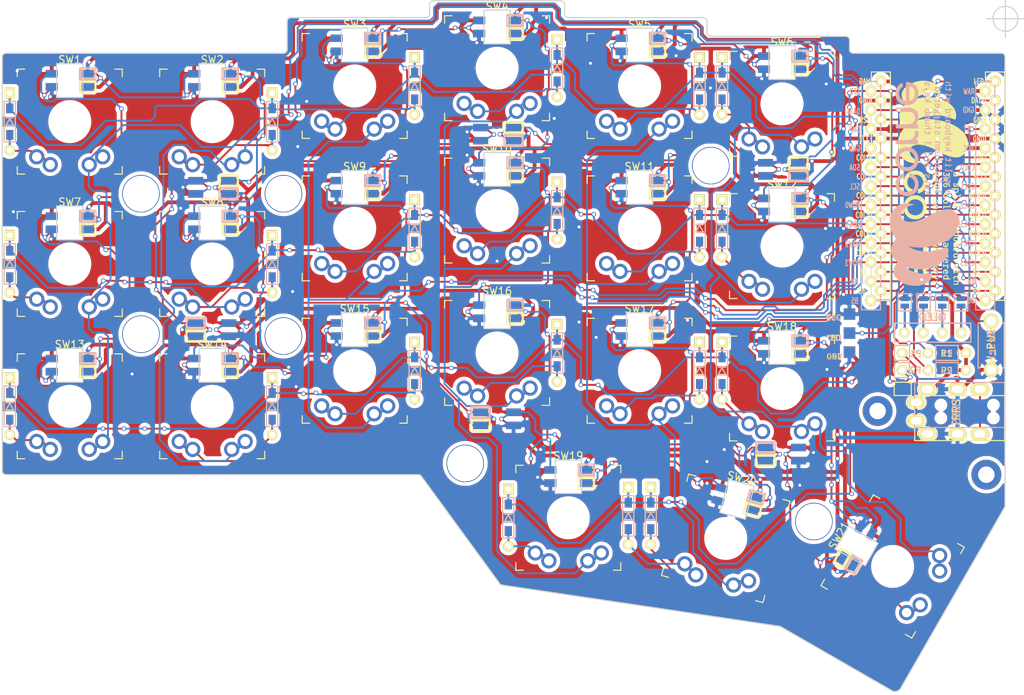
<source format=kicad_pcb>
(kicad_pcb (version 20221018) (generator pcbnew)
  (title_block (title "Crkbd") (date "2018/05/15") (rev "1.1") (company "foostan"))
  (layers (0 "F.Cu" signal) (31 "B.Cu" signal) (34 "B.Paste" user) (35 "F.Paste" user) (36 "B.SilkS" user "B.Silkscreen") (37 "F.SilkS" user "F.Silkscreen") (38 "B.Mask" user) (39 "F.Mask" user) (44 "Edge.Cuts" user))
  (net 0 "")
  (net 1 "row0")
  (net 2 "row1")
  (net 3 "Net-(L27-DIN)")
  (net 4 "row2")
  (net 5 "row3")
  (net 6 "Net-(P2-Pin_1)")
  (net 7 "GND")
  (net 8 "VCC")
  (net 9 "col0")
  (net 10 "col1")
  (net 11 "col2")
  (net 12 "col3")
  (net 13 "col4")
  (net 14 "col5")
  (net 15 "LED")
  (net 16 "data")
  (net 17 "Net-(D1-A)")
  (net 18 "Net-(D2-A)")
  (net 19 "Net-(D3-A)")
  (net 20 "Net-(D4-A)")
  (net 21 "Net-(D5-A)")
  (net 22 "Net-(D6-A)")
  (net 23 "Net-(D7-A)")
  (net 24 "Net-(D8-A)")
  (net 25 "Net-(D9-A)")
  (net 26 "Net-(D10-A)")
  (net 27 "Net-(D11-A)")
  (net 28 "Net-(D12-A)")
  (net 29 "reset")
  (net 30 "SCL")
  (net 31 "SDA")
  (net 32 "Net-(D13-A)")
  (net 33 "Net-(D14-A)")
  (net 34 "Net-(D15-A)")
  (net 35 "Net-(D16-A)")
  (net 36 "Net-(D17-A)")
  (net 37 "Net-(D18-A)")
  (net 38 "Net-(D19-A)")
  (net 39 "Net-(D20-A)")
  (net 40 "Net-(D21-A)")
  (net 41 "Net-(P1-Pin_1)")
  (net 42 "Net-(J2-Pin_4)")
  (net 43 "Net-(J2-Pin_3)")
  (net 44 "Net-(J2-Pin_2)")
  (net 45 "Net-(J2-Pin_1)")
  (net 46 "Net-(L7-DIN)")
  (net 47 "Net-(L13-DIN)")
  (net 48 "Net-(L14-DOUT)")
  (net 49 "Net-(J1-PadB)")
  (net 50 "Net-(L10-DOUT)")
  (net 51 "Net-(L21-Pad3)")
  (net 52 "Net-(L22-Pad3)")
  (net 53 "Net-(L22-Pad1)")
  (net 54 "Net-(L23-Pad3)")
  (net 55 "Net-(L25-Pad1)")
  (net 56 "Net-(L26-Pad1)")
  (net 57 "Net-(L15-DIN)")
  (net 58 "Net-(L10-DIN)")
  (net 59 "Net-(L11-DIN)")
  (net 60 "Net-(L11-DOUT)")
  (net 61 "Net-(L12-DIN)")
  (net 62 "Net-(L13-DOUT)")
  (net 63 "Net-(L14-DIN)")
  (net 64 "Net-(L15-DOUT)")
  (net 65 "Net-(L16-DIN)")
  (net 66 "Net-(L17-DOUT)")
  (net 67 "Net-(L18-DIN)")
  (net 68 "unconnected-(L19-DOUT-Pad1)")
  (net 69 "Net-(L20-DIN)")
  (net 70 "Net-(L22-DIN)")
  (net 71 "Net-(L23-DOUT)")
  (net 72 "Net-(L24-DIN)")
  (net 73 "Net-(L25-DIN)")
  (net 74 "unconnected-(U1-RAW-Pad24)")
  (net 75 "unconnected-(U1-B2-Pad14)")
  (net 76 "unconnected-(U1-B6-Pad13)")
  (net 77 "unconnected-(U1-B5-Pad12)")
  (net 78 "unconnected-(U1-B4-Pad11)")
  (footprint "kbd:D3_TH_SMD" (layer "F.Cu") (at 62 77.125 -90)
    (fp_text reference "D1" hide)
    (fp_text value "D" hide)
  )
  (footprint "kbd:D3_TH_SMD" (layer "F.Cu") (at 97 77.125 -90)
    (fp_text reference "D2" hide)
    (fp_text value "D" hide)
  )
  (footprint "kbd:D3_TH_SMD" (layer "F.Cu") (at 116 72.375 -90)
    (fp_text reference "D3" hide)
    (fp_text value "D" hide)
  )
  (footprint "kbd:D3_TH_SMD" (layer "F.Cu") (at 135 70 -90)
    (fp_text reference "D4" hide)
    (fp_text value "D" hide)
  )
  (footprint "kbd:D3_TH_SMD" (layer "F.Cu") (at 154 72.375 -90)
    (fp_text reference "D5" hide)
    (fp_text value "D" hide)
  )
  (footprint "kbd:D3_TH_SMD" (layer "F.Cu") (at 157 72.375 -90)
    (fp_text reference "D6" hide)
    (fp_text value "D" hide)
  )
  (footprint "kbd:D3_TH_SMD" (layer "F.Cu") (at 62 96.125 -90)
    (fp_text reference "D7" hide)
    (fp_text value "D" hide)
  )
  (footprint "kbd:D3_TH_SMD" (layer "F.Cu") (at 97 96.125 -90)
    (fp_text reference "D8" hide)
    (fp_text value "D" hide)
  )
  (footprint "kbd:D3_TH_SMD" (layer "F.Cu") (at 116 91.375 -90)
    (fp_text reference "D9" hide)
    (fp_text value "D" hide)
  )
  (footprint "kbd:D3_TH_SMD" (layer "F.Cu") (at 135 89 -90)
    (fp_text reference "D10" hide)
    (fp_text value "D" hide)
  )
  (footprint "kbd:D3_TH_SMD" (layer "F.Cu") (at 154 91.375 -90)
    (fp_text reference "D11" hide)
    (fp_text value "D" hide)
  )
  (footprint "kbd:D3_TH_SMD" (layer "F.Cu") (at 157 91.375 -90)
    (fp_text reference "D12" hide)
    (fp_text value "D" hide)
  )
  (footprint "kbd:D3_TH_SMD" (layer "F.Cu") (at 62 115.125 -90)
    (fp_text reference "D13" hide)
    (fp_text value "D" hide)
  )
  (footprint "kbd:D3_TH_SMD" (layer "F.Cu") (at 97 115.125 -90)
    (fp_text reference "D14" hide)
    (fp_text value "D" hide)
  )
  (footprint "kbd:D3_TH_SMD" (layer "F.Cu") (at 116 110.375 -90)
    (fp_text reference "D15" hide)
    (fp_text value "D" hide)
  )
  (footprint "kbd:D3_TH_SMD" (layer "F.Cu") (at 135 108 -90)
    (fp_text reference "D16" hide)
    (fp_text value "D" hide)
  )
  (footprint "kbd:D3_TH_SMD" (layer "F.Cu") (at 154 110.375 -90)
    (fp_text reference "D17" hide)
    (fp_text value "D" hide)
  )
  (footprint "kbd:D3_TH_SMD" (layer "F.Cu") (at 157 110.375 -90)
    (fp_text reference "D18" hide)
    (fp_text value "D" hide)
  )
  (footprint "kbd:D3_TH_SMD" (layer "F.Cu") (at 128.5 130 -90)
    (fp_text reference "D19" hide)
    (fp_text value "D" hide)
  )
  (footprint "kbd:D3_TH_SMD" (layer "F.Cu") (at 144.5 129.75 -90)
    (fp_text reference "D20" hide)
    (fp_text value "D" hide)
  )
  (footprint "kbd:D3_TH_SMD" (layer "F.Cu") (at 147.5 129.75 -90)
    (fp_text reference "D21" hide)
    (fp_text value "D" hide)
  )
  (footprint "kbd:SK6812MINI_rev" (layer "F.Cu") (at 70 71.625)
    (fp_text reference "L7" hide)
    (fp_text value "SK6812MINI" hide)
  )
  (footprint "kbd:SK6812MINI_rev" (layer "F.Cu") (at 89 71.625)
    (fp_text reference "L8" hide)
    (fp_text value "SK6812MINI" hide)
  )
  (footprint "kbd:SK6812MINI_rev" (layer "F.Cu") (at 108 66.875)
    (fp_text reference "L9" hide)
    (fp_text value "SK6812MINI" hide)
  )
  (footprint "kbd:SK6812MINI_rev" (layer "F.Cu") (at 127 64.5)
    (fp_text reference "L10" hide)
    (fp_text value "SK6812MINI" hide)
  )
  (footprint "kbd:SK6812MINI_rev" (layer "F.Cu") (at 146 66.875)
    (fp_text reference "L11" hide)
    (fp_text value "SK6812MINI" hide)
  )
  (footprint "kbd:SK6812MINI_rev" (layer "F.Cu") (at 165 69.25)
    (fp_text reference "L12" hide)
    (fp_text value "SK6812MINI" hide)
  )
  (footprint "kbd:SK6812MINI_rev" (layer "F.Cu") (at 70 90.625)
    (fp_text reference "L13" hide)
    (fp_text value "SK6812MINI" hide)
  )
  (footprint "kbd:SK6812MINI_rev" (layer "F.Cu") (at 89 90.625)
    (fp_text reference "L14" hide)
    (fp_text value "SK6812MINI" hide)
  )
  (footprint "kbd:SK6812MINI_rev" (layer "F.Cu") (at 108 85.875)
    (fp_text reference "L15" hide)
    (fp_text value "SK6812MINI" hide)
  )
  (footprint "kbd:SK6812MINI_rev" (layer "F.Cu") (at 127 83.5)
    (fp_text reference "L16" hide)
    (fp_text value "SK6812MINI" hide)
  )
  (footprint "kbd:SK6812MINI_rev" (layer "F.Cu") (at 146 85.875)
    (fp_text reference "L17" hide)
    (fp_text value "SK6812MINI" hide)
  )
  (footprint "kbd:SK6812MINI_rev" (layer "F.Cu") (at 165 88.25)
    (fp_text reference "L18" hide)
    (fp_text value "SK6812MINI" hide)
  )
  (footprint "kbd:SK6812MINI_rev" (layer "F.Cu") (at 70 109.625)
    (fp_text reference "L19" hide)
    (fp_text value "SK6812MINI" hide)
  )
  (footprint "kbd:SK6812MINI_rev" (layer "F.Cu") (at 89 109.625)
    (fp_text reference "L20" hide)
    (fp_text value "SK6812MINI" hide)
  )
  (footprint "kbd:SK6812MINI_rev" (layer "F.Cu") (at 108 104.875)
    (fp_text reference "L21" hide)
    (fp_text value "SK6812MINI" hide)
  )
  (footprint "kbd:SK6812MINI_rev" (layer "F.Cu") (at 127 102.5)
    (fp_text reference "L22" hide)
    (fp_text value "SK6812MINI" hide)
  )
  (footprint "kbd:SK6812MINI_rev" (layer "F.Cu") (at 146 104.875)
    (fp_text reference "L23" hide)
    (fp_text value "SK6812MINI" hide)
  )
  (footprint "kbd:SK6812MINI_rev" (layer "F.Cu") (at 165 107.25)
    (fp_text reference "L24" hide)
    (fp_text value "SK6812MINI" hide)
  )
  (footprint "kbd:SK6812MINI_rev" (layer "F.Cu") (at 136.5 124.5)
    (fp_text reference "L25" hide)
    (fp_text value "SK6812MINI" hide)
  )
  (footprint "kbd:SK6812MINI_rev" (layer "F.Cu") (at 159 127.5 -15)
    (fp_text reference "L26" hide)
    (fp_text value "SK6812MINI" hide)
  )
  (footprint "kbd:SK6812MINI_rev" (layer "F.Cu") (at 175 133.75 -120)
    (fp_text reference "L27" hide)
    (fp_text value "SK6812MINI" hide)
  )
  (footprint "Gateron:Gateron_low_profile_noled_reversible_bighole" (layer "F.Cu") (at 70 77.125 180)
    (fp_text reference "SW1")
    (fp_text value "SW_PUSH")
  )
  (footprint "Gateron:Gateron_low_profile_noled_reversible_bighole" (layer "F.Cu") (at 89 77.125 180)
    (fp_text reference "SW2")
    (fp_text value "SW_PUSH")
  )
  (footprint "Gateron:Gateron_low_profile_noled_reversible_bighole" (layer "F.Cu") (at 108 72.375 180)
    (fp_text reference "SW3")
    (fp_text value "SW_PUSH")
  )
  (footprint "Gateron:Gateron_low_profile_noled_reversible_bighole" (layer "F.Cu") (at 127 70 180)
    (fp_text reference "SW4")
    (fp_text value "SW_PUSH")
  )
  (footprint "Gateron:Gateron_low_profile_noled_reversible_bighole" (layer "F.Cu") (at 146 72.375 180)
    (fp_text reference "SW5")
    (fp_text value "SW_PUSH")
  )
  (footprint "Gateron:Gateron_low_profile_noled_reversible_bighole" (layer "F.Cu") (at 165 74.75 180)
    (fp_text reference "SW6")
    (fp_text value "SW_PUSH")
  )
  (footprint "Gateron:Gateron_low_profile_noled_reversible_bighole" (layer "F.Cu") (at 70 96.125 180)
    (fp_text reference "SW7")
    (fp_text value "SW_PUSH")
  )
  (footprint "Gateron:Gateron_low_profile_noled_reversible_bighole" (layer "F.Cu") (at 89 96.125 180)
    (fp_text reference "SW8")
    (fp_text value "SW_PUSH")
  )
  (footprint "Gateron:Gateron_low_profile_noled_reversible_bighole" (layer "F.Cu") (at 108 91.375 180)
    (fp_text reference "SW9")
    (fp_text value "SW_PUSH")
  )
  (footprint "Gateron:Gateron_low_profile_noled_reversible_bighole" (layer "F.Cu") (at 127 89 180)
    (fp_text reference "SW10")
    (fp_text value "SW_PUSH")
  )
  (footprint "Gateron:Gateron_low_profile_noled_reversible_bighole" (layer "F.Cu") (at 146 91.375 180)
    (fp_text reference "SW11")
    (fp_text value "SW_PUSH")
  )
  (footprint "Gateron:Gateron_low_profile_noled_reversible_bighole" (layer "F.Cu") (at 165 93.75 180)
    (fp_text reference "SW12")
    (fp_text value "SW_PUSH")
  )
  (footprint "Gateron:Gateron_low_profile_noled_reversible_bighole" (layer "F.Cu") (at 70 115.125 180)
    (fp_text reference "SW13")
    (fp_text value "SW_PUSH")
  )
  (footprint "Gateron:Gateron_low_profile_noled_reversible_bighole" (layer "F.Cu") (at 89 115.125 180)
    (fp_text reference "SW14")
    (fp_text value "SW_PUSH")
  )
  (footprint "Gateron:Gateron_low_profile_noled_reversible_bighole" (layer "F.Cu") (at 108 110.375 180)
    (fp_text reference "SW15")
    (fp_text value "SW_PUSH")
  )
  (footprint "Gateron:Gateron_low_profile_noled_reversible_bighole" (layer "F.Cu") (at 127 108 180)
    (fp_text reference "SW16")
    (fp_text value "SW_PUSH")
  )
  (footprint "Gateron:Gateron_low_profile_noled_reversible_bighole" (layer "F.Cu") (at 146 110.375 180)
    (fp_text reference "SW17")
    (fp_text value "SW_PUSH")
  )
  (footprint "Gateron:Gateron_low_profile_noled_reversible_bighole" (layer "F.Cu") (at 165 112.75 180)
    (fp_text reference "SW18")
    (fp_text value "SW_PUSH")
  )
  (footprint "Gateron:Gateron_low_profile_noled_reversible_bighole" (layer "F.Cu") (at 136.5 130 180)
    (fp_text reference "SW19")
    (fp_text value "SW_PUSH")
  )
  (footprint "Gateron:Gateron_low_profile_noled_reversible_bighole" (layer "F.Cu") (at 157.5 132.75 165)
    (fp_text reference "SW20")
    (fp_text value "SW_PUSH")
  )
  (footprint "Gateron:Gateron_low_profile_noled_reversible_bighole" (layer "F.Cu") (at 179.75 136.5 -120)
    (fp_text reference "SW21")
    (fp_text value "SW_PUSH")
  )
  (footprint "kbd:Jumper" (layer "F.Cu") (at 188.875 101.25 -90)
    (fp_text reference "JP2" hide)
    (fp_text value " ")
  )
  (footprint "kbd:Jumper" (layer "F.Cu") (at 186.375 101.25 -90)
    (fp_text reference "JP3" hide)
    (fp_text value " ")
  )
  (footprint "kbd:Jumper" (layer "F.Cu") (at 183.875 101.25 -90)
    (fp_text reference "JP4" hide)
    (fp_text value " ")
  )
  (footprint "kbd:Jumper" (layer "F.Cu") (at 181.375 101.25 -90)
    (fp_text reference "JP5" hide)
    (fp_text value " ")
  )
  (footprint "kbd:ProMicro_v2" (layer "F.Cu") (at 185.75 86.25)
    (fp_text reference "U1" hide)
    (fp_text value "ProMicro" hide)
  )
  (footprint "kbd:R" (layer "F.Cu") (at 187 108 180)
    (fp_text reference "R1")
    (fp_text value "R" hide)
  )
  (footprint "kbd:R" (layer "F.Cu") (at 187 110.3 180)
    (fp_text reference "R2")
    (fp_text value "R" hide)
  )
  (footprint "kbd:StripLED_rev" (layer "F.Cu") (at 174 107.9 180)
    (fp_text reference "J3" hide)
    (fp_text value "LED" hide)
  )
  (footprint "kbd:JPC2" (layer "F.Cu") (at 181.1 112.8)
    (fp_text reference "JP1")
    (fp_text value " " hide)
  )
  (footprint "kbd:OLED" (layer "F.Cu") (at 181.3 105.3)
    (fp_text reference "J2")
    (fp_text value "OLED" hide)
  )
  (footprint "kbd:1pin_conn" (layer "F.Cu") (at 181 108)
    (fp_text reference "P1")
    (fp_text value "i2c-pin" hide)
  )
  (footprint "kbd:1pin_conn" (layer "F.Cu") (at 181 110.3)
    (fp_text reference "P2")
    (fp_text value "i2c-pin" hide)
  )
  (footprint "kbd:MJ-4PP-9" (layer "F.Cu") (at 194.7 116.7 -90)
    (fp_text reference "J1")
    (fp_text value "MJ-4PP-9" hide)
  )
  (footprint "kbd:ResetSW" (layer "F.Cu") (at 192.9 107 90)
    (fp_text reference "RSW1" hide)
    (fp_text value "SW_PUSH")
  )
  (footprint "kbd:SK6812MINI_underglow_rev" (layer "F.Cu") (at 89 85.9)
    (fp_text reference "L1" hide)
    (fp_text value "SK6812MINI" hide)
  )
  (footprint "kbd:SK6812MINI_underglow_rev" (layer "F.Cu") (at 127 78.8)
    (fp_text reference "L2" hide)
    (fp_text value "SK6812MINI" hide)
  )
  (footprint "kbd:SK6812MINI_underglow_rev" (layer "F.Cu") (at 165 83.5)
    (fp_text reference "L3" hide)
    (fp_text value "SK6812MINI" hide)
  )
  (footprint "kbd:SK6812MINI_underglow_rev" (layer "F.Cu") (at 89 104.9 180)
    (fp_text reference "L4" hide)
    (fp_text value "SK6812MINI" hide)
  )
  (footprint "kbd:SK6812MINI_underglow_rev" (layer "F.Cu") (at 127 116.8 180)
    (fp_text reference "L5" hide)
    (fp_text value "SK6812MINI" hide)
  )
  (footprint "kbd:SK6812MINI_underglow_rev" (layer "F.Cu") (at 165 121.5 180)
    (fp_text reference "L6" hide)
    (fp_text value "SK6812MINI" hide)
  )
  (footprint "kbd:corne" (layer "F.Cu") (at 185.02 85.36 -90)
    (fp_text reference "G***" hide)
    (fp_text value "LOGO" hide)
  )
  (footprint "" (layer "F.Cu") (at 79.503567 86.751783)
    (fp_text reference "")
    (fp_text value "")
  )
  (footprint "" (layer "F.Cu") (at 177.753567 115.751783)
    (fp_text reference "")
    (fp_text value "")
  )
  (footprint "" (layer "F.Cu") (at 98.503567 86.751783)
    (fp_text reference "")
    (fp_text value "")
  )
  (footprint "" (layer "F.Cu") (at 79.503567 105.501783)
    (fp_text reference "")
    (fp_text value "")
  )
  (footprint "" (layer "F.Cu") (at 155.503567 83.001783)
    (fp_text reference "")
    (fp_text value "")
  )
  (footprint "" (layer "F.Cu") (at 192.253567 124.251783)
    (fp_text reference "")
    (fp_text value "")
  )
  (footprint "" (layer "F.Cu") (at 98.503567 105.751783)
    (fp_text reference "")
    (fp_text value "")
  )
  (footprint "" (layer "F.Cu") (at 122.753567 122.751783)
    (fp_text reference "")
    (fp_text value "")
  )
  (footprint "" (layer "F.Cu") (at 169.253567 130.501783)
    (fp_text reference "")
    (fp_text value "")
  )
  (footprint "kbd:Jumper" (layer "B.Cu") (at 188.875 101.25 -90)
    (fp_text reference "JP6" hide)
    (fp_text value " ")
  )
  (footprint "kbd:Jumper" (layer "B.Cu") (at 186.375 101.25 -90)
    (fp_text reference "JP7" hide)
    (fp_text value " ")
  )
  (footprint "kbd:Jumper" (layer "B.Cu") (at 183.875 101.25 -90)
    (fp_text reference "JP8" hide)
    (fp_text value " ")
  )
  (footprint "kbd:Jumper" (layer "B.Cu") (at 181.375 101.25 -90)
    (fp_text reference "JP9" hide)
    (fp_text value " ")
  )
  (footprint "kbd:corne" (layer "B.Cu") (at 183.92 85.36 90)
    (fp_text reference "G***" hide)
    (fp_text value "LOGO" hide)
  )
  (gr_line (start 87.25 69.4) (end 87.25 73.9) (stroke (width 0.15)) (layer "Edge.Cuts"))
  (gr_line (start 87.25 73.9) (end 90.75 73.9) (stroke (width 0.15)) (layer "Edge.Cuts"))
  (gr_line (start 90.75 73.9) (end 90.75 69.4) (stroke (width 0.15)) (layer "Edge.Cuts"))
  (gr_line (start 90.75 69.4) (end 87.25 69.4) (stroke (width 0.15)) (layer "Edge.Cuts"))
  (gr_line (start 68.25 88.4) (end 68.25 92.9) (stroke (width 0.15)) (layer "Edge.Cuts"))
  (gr_line (start 68.25 92.9) (end 71.75 92.9) (stroke (width 0.15)) (layer "Edge.Cuts"))
  (gr_line (start 71.75 92.9) (end 71.75 88.4) (stroke (width 0.15)) (layer "Edge.Cuts"))
  (gr_line (start 71.75 88.4) (end 68.25 88.4) (stroke (width 0.15)) (layer "Edge.Cuts"))
  (gr_line (start 87.25 88.4) (end 87.25 92.9) (stroke (width 0.15)) (layer "Edge.Cuts"))
  (gr_line (start 87.25 92.9) (end 90.75 92.9) (stroke (width 0.15)) (layer "Edge.Cuts"))
  (gr_line (start 90.75 92.9) (end 90.75 88.4) (stroke (width 0.15)) (layer "Edge.Cuts"))
  (gr_line (start 90.75 88.4) (end 87.25 88.4) (stroke (width 0.15)) (layer "Edge.Cuts"))
  (gr_line (start 68.25 107.4) (end 68.25 111.9) (stroke (width 0.15)) (layer "Edge.Cuts"))
  (gr_line (start 68.25 111.9) (end 71.75 111.9) (stroke (width 0.15)) (layer "Edge.Cuts"))
  (gr_line (start 71.75 111.9) (end 71.75 107.4) (stroke (width 0.15)) (layer "Edge.Cuts"))
  (gr_line (start 71.75 107.4) (end 68.25 107.4) (stroke (width 0.15)) (layer "Edge.Cuts"))
  (gr_line (start 87.25 107.4) (end 87.25 111.9) (stroke (width 0.15)) (layer "Edge.Cuts"))
  (gr_line (start 87.25 111.9) (end 90.75 111.9) (stroke (width 0.15)) (layer "Edge.Cuts"))
  (gr_line (start 90.75 111.9) (end 90.75 107.4) (stroke (width 0.15)) (layer "Edge.Cuts"))
  (gr_line (start 90.75 107.4) (end 87.25 107.4) (stroke (width 0.15)) (layer "Edge.Cuts"))
  (gr_line (start 106.25 64.65) (end 106.25 69.15) (stroke (width 0.15)) (layer "Edge.Cuts"))
  (gr_line (start 106.25 69.15) (end 109.75 69.15) (stroke (width 0.15)) (layer "Edge.Cuts"))
  (gr_line (start 109.75 69.15) (end 109.75 64.65) (stroke (width 0.15)) (layer "Edge.Cuts"))
  (gr_line (start 109.75 64.65) (end 106.25 64.65) (stroke (width 0.15)) (layer "Edge.Cuts"))
  (gr_line (start 125.25 62.25) (end 125.25 66.75) (stroke (width 0.15)) (layer "Edge.Cuts"))
  (gr_line (start 125.25 66.75) (end 128.75 66.75) (stroke (width 0.15)) (layer "Edge.Cuts"))
  (gr_line (start 128.75 66.75) (end 128.75 62.25) (stroke (width 0.15)) (layer "Edge.Cuts"))
  (gr_line (start 128.75 62.25) (end 125.25 62.25) (stroke (width 0.15)) (layer "Edge.Cuts"))
  (gr_line (start 144.25 64.65) (end 144.25 69.15) (stroke (width 0.15)) (layer "Edge.Cuts"))
  (gr_line (start 144.25 69.15) (end 147.75 69.15) (stroke (width 0.15)) (layer "Edge.Cuts"))
  (gr_line (start 147.75 69.15) (end 147.75 64.65) (stroke (width 0.15)) (layer "Edge.Cuts"))
  (gr_line (start 147.75 64.65) (end 144.25 64.65) (stroke (width 0.15)) (layer "Edge.Cuts"))
  (gr_line (start 163.25 67) (end 163.25 71.5) (stroke (width 0.15)) (layer "Edge.Cuts"))
  (gr_line (start 163.25 71.5) (end 166.75 71.5) (stroke (width 0.15)) (layer "Edge.Cuts"))
  (gr_line (start 166.75 71.5) (end 166.75 67) (stroke (width 0.15)) (layer "Edge.Cuts"))
  (gr_line (start 166.75 67) (end 163.25 67) (stroke (width 0.15)) (layer "Edge.Cuts"))
  (gr_line (start 106.25 83.65) (end 106.25 88.15) (stroke (width 0.15)) (layer "Edge.Cuts"))
  (gr_line (start 106.25 88.15) (end 109.75 88.15) (stroke (width 0.15)) (layer "Edge.Cuts"))
  (gr_line (start 109.75 88.15) (end 109.75 83.65) (stroke (width 0.15)) (layer "Edge.Cuts"))
  (gr_line (start 109.75 83.65) (end 106.25 83.65) (stroke (width 0.15)) (layer "Edge.Cuts"))
  (gr_line (start 125.25 81.25) (end 125.25 85.75) (stroke (width 0.15)) (layer "Edge.Cuts"))
  (gr_line (start 125.25 85.75) (end 128.75 85.75) (stroke (width 0.15)) (layer "Edge.Cuts"))
  (gr_line (start 128.75 85.75) (end 128.75 81.25) (stroke (width 0.15)) (layer "Edge.Cuts"))
  (gr_line (start 128.75 81.25) (end 125.25 81.25) (stroke (width 0.15)) (layer "Edge.Cuts"))
  (gr_line (start 144.25 83.65) (end 144.25 88.15) (stroke (width 0.15)) (layer "Edge.Cuts"))
  (gr_line (start 144.25 88.15) (end 147.75 88.15) (stroke (width 0.15)) (layer "Edge.Cuts"))
  (gr_line (start 147.75 88.15) (end 147.75 83.65) (stroke (width 0.15)) (layer "Edge.Cuts"))
  (gr_line (start 147.75 83.65) (end 144.25 83.65) (stroke (width 0.15)) (layer "Edge.Cuts"))
  (gr_line (start 163.25 86) (end 163.25 90.5) (stroke (width 0.15)) (layer "Edge.Cuts"))
  (gr_line (start 163.25 90.5) (end 166.75 90.5) (stroke (width 0.15)) (layer "Edge.Cuts"))
  (gr_line (start 166.75 90.5) (end 166.75 86) (stroke (width 0.15)) (layer "Edge.Cuts"))
  (gr_line (start 166.75 86) (end 163.25 86) (stroke (width 0.15)) (layer "Edge.Cuts"))
  (gr_line (start 106.25 102.65) (end 106.25 107.15) (stroke (width 0.15)) (layer "Edge.Cuts"))
  (gr_line (start 106.25 107.15) (end 109.75 107.15) (stroke (width 0.15)) (layer "Edge.Cuts"))
  (gr_line (start 109.75 107.15) (end 109.75 102.65) (stroke (width 0.15)) (layer "Edge.Cuts"))
  (gr_line (start 109.75 102.65) (end 106.25 102.65) (stroke (width 0.15)) (layer "Edge.Cuts"))
  (gr_line (start 125.25 100.25) (end 125.25 104.75) (stroke (width 0.15)) (layer "Edge.Cuts"))
  (gr_line (start 125.25 104.75) (end 128.75 104.75) (stroke (width 0.15)) (layer "Edge.Cuts"))
  (gr_line (start 128.75 104.75) (end 128.75 100.25) (stroke (width 0.15)) (layer "Edge.Cuts"))
  (gr_line (start 128.75 100.25) (end 125.25 100.25) (stroke (width 0.15)) (layer "Edge.Cuts"))
  (gr_line (start 144.25 102.65) (end 144.25 107.15) (stroke (width 0.15)) (layer "Edge.Cuts"))
  (gr_line (start 144.25 107.15) (end 147.75 107.15) (stroke (width 0.15)) (layer "Edge.Cuts"))
  (gr_line (start 147.75 107.15) (end 147.75 102.65) (stroke (width 0.15)) (layer "Edge.Cuts"))
  (gr_line (start 147.75 102.65) (end 144.25 102.65) (stroke (width 0.15)) (layer "Edge.Cuts"))
  (gr_line (start 163.25 105) (end 163.25 109.5) (stroke (width 0.15)) (layer "Edge.Cuts"))
  (gr_line (start 163.25 109.5) (end 166.75 109.5) (stroke (width 0.15)) (layer "Edge.Cuts"))
  (gr_line (start 166.75 109.5) (end 166.75 105) (stroke (width 0.15)) (layer "Edge.Cuts"))
  (gr_line (start 166.75 105) (end 163.25 105) (stroke (width 0.15)) (layer "Edge.Cuts"))
  (gr_line (start 134.75 122.3) (end 134.75 126.75) (stroke (width 0.15)) (layer "Edge.Cuts"))
  (gr_line (start 134.75 126.75) (end 138.25 126.75) (stroke (width 0.15)) (layer "Edge.Cuts"))
  (gr_line (start 138.25 126.75) (end 138.25 122.3) (stroke (width 0.15)) (layer "Edge.Cuts"))
  (gr_line (start 138.25 122.3) (end 134.75 122.3) (stroke (width 0.15)) (layer "Edge.Cuts"))
  (gr_line (start 157.9 124.9) (end 156.7 129.3) (stroke (width 0.15)) (layer "Edge.Cuts"))
  (gr_line (start 156.7 129.3) (end 160.1 130.2) (stroke (width 0.15)) (layer "Edge.Cuts"))
  (gr_line (start 160.1 130.2) (end 161.3 125.8) (stroke (width 0.15)) (layer "Edge.Cuts"))
  (gr_line (start 161.3 125.8) (end 157.9 124.9) (stroke (width 0.15)) (layer "Edge.Cuts"))
  (gr_arc (start 154.5 63.25) (mid 154.853553 63.396447) (end 155 63.75) (stroke (width 0.15)) (layer "Edge.Cuts"))
  (gr_arc (start 173.5 65.75) (mid 173.853553 65.896447) (end 174 66.25) (stroke (width 0.15)) (layer "Edge.Cuts"))
  (gr_arc (start 61.5 124.25) (mid 61.146447 124.103553) (end 61 123.75) (stroke (width 0.15)) (layer "Edge.Cuts"))
  (gr_line (start 180.8 152.8) (end 194.75 128.5) (stroke (width 0.15)) (layer "Edge.Cuts"))
  (gr_line (start 136 62.75) (end 136 61.5) (stroke (width 0.15)) (layer "Edge.Cuts"))
  (gr_arc (start 180.8 152.8) (mid 180.232635 153.169741) (end 179.57 153.03) (stroke (width 0.15)) (layer "Edge.Cuts"))
  (gr_line (start 154.5 63.25) (end 136.5 63.25) (stroke (width 0.15)) (layer "Edge.Cuts"))
  (gr_line (start 71.75 73.9) (end 71.75 69.4) (stroke (width 0.15)) (layer "Edge.Cuts"))
  (gr_line (start 173.5 65.75) (end 155.5 65.75) (stroke (width 0.15)) (layer "Edge.Cuts"))
  (gr_line (start 176.1 136.4) (end 177.8 133.4) (stroke (width 0.15)) (layer "Edge.Cuts"))
  (gr_line (start 117.5 63.25) (end 99.5 63.25) (stroke (width 0.15)) (layer "Edge.Cuts"))
  (gr_line (start 135.5 61) (end 118.5 61) (stroke (width 0.15)) (layer "Edge.Cuts"))
  (gr_line (start 116.5 124.25) (end 80.5 124.25) (stroke (width 0.15)) (layer "Edge.Cuts"))
  (gr_line (start 61.5 124.25) (end 80.5 124.25) (stroke (width 0.15)) (layer "Edge.Cuts"))
  (gr_line (start 155 65.25) (end 155 63.75) (stroke (width 0.15)) (layer "Edge.Cuts"))
  (gr_arc (start 155.5 65.75) (mid 155.146447 65.603553) (end 155 65.25) (stroke (width 0.15)) (layer "Edge.Cuts"))
  (gr_arc (start 194.25 68) (mid 194.603553 68.146447) (end 194.75 68.5) (stroke (width 0.15)) (layer "Edge.Cuts"))
  (gr_line (start 173.9 131.1) (end 172.1 134.2) (stroke (width 0.15)) (layer "Edge.Cuts"))
  (gr_line (start 172.1 134.2) (end 176.1 136.4) (stroke (width 0.15)) (layer "Edge.Cuts"))
  (gr_arc (start 99 67.5) (mid 98.853553 67.853553) (end 98.5 68) (stroke (width 0.15)) (layer "Edge.Cuts"))
  (gr_arc (start 118 61.5) (mid 118.146447 61.146447) (end 118.5 61) (stroke (width 0.15)) (layer "Edge.Cuts"))
  (gr_line (start 61 68.5) (end 61 123.75) (stroke (width 0.15)) (layer "Edge.Cuts"))
  (gr_line (start 174 66.25) (end 174 67.5) (stroke (width 0.15)) (layer "Edge.Cuts"))
  (gr_line (start 98.5 68) (end 80.5 68) (stroke (width 0.15)) (layer "Edge.Cuts"))
  (gr_arc (start 136.5 63.25) (mid 136.146447 63.103553) (end 136 62.75) (stroke (width 0.15)) (layer "Edge.Cuts"))
  (gr_arc (start 61 68.5) (mid 61.146447 68.146447) (end 61.5 68) (stroke (width 0.15)) (layer "Edge.Cuts"))
  (gr_line (start 68.25 73.9) (end 71.75 73.9) (stroke (width 0.15)) (layer "Edge.Cuts"))
  (gr_arc (start 99 63.75) (mid 99.146447 63.396447) (end 99.5 63.25) (stroke (width 0.15)) (layer "Edge.Cuts"))
  (gr_line (start 116.853553 124.396447) (end 127.398237 138.855334) (stroke (width 0.15)) (layer "Edge.Cuts"))
  (gr_line (start 194.25 68) (end 174.5 68) (stroke (width 0.15)) (layer "Edge.Cuts"))
  (gr_line (start 127.75 139) (end 164.75 144.5) (stroke (width 0.15)) (layer "Edge.Cuts"))
  (gr_line (start 164.75 144.5) (end 179.57 153.03) (stroke (width 0.15)) (layer "Edge.Cuts"))
  (gr_line (start 71.75 69.4) (end 68.25 69.4) (stroke (width 0.15)) (layer "Edge.Cuts"))
  (gr_arc (start 116.5 124.25) (mid 116.691342 124.28806) (end 116.853553 124.396447) (stroke (width 0.15)) (layer "Edge.Cuts"))
  (gr_arc (start 118 62.75) (mid 117.853553 63.103553) (end 117.5 63.25) (stroke (width 0.15)) (layer "Edge.Cuts"))
  (gr_arc (start 174.5 68) (mid 174.146447 67.853553) (end 174 67.5) (stroke (width 0.15)) (layer "Edge.Cuts"))
  (gr_arc (start 135.5 61) (mid 135.853553 61.146447) (end 136 61.5) (stroke (width 0.15)) (layer "Edge.Cuts"))
  (gr_line (start 118 61.5) (end 118 62.75) (stroke (width 0.15)) (layer "Edge.Cuts"))
  (gr_line (start 99 63.75) (end 99 67.5) (stroke (width 0.15)) (layer "Edge.Cuts"))
  (gr_line (start 194.75 68.5) (end 194.75 128.5) (stroke (width 0.15)) (layer "Edge.Cuts"))
  (gr_line (start 177.8 133.4) (end 173.9 131.1) (stroke (width 0.15)) (layer "Edge.Cuts"))
  (gr_line (start 68.25 69.4) (end 68.25 73.9) (stroke (width 0.15)) (layer "Edge.Cuts"))
  (gr_line (start 80.5 68) (end 61.5 68) (stroke (width 0.15)) (layer "Edge.Cuts"))
  (gr_arc (start 127.75 139) (mid 127.559825 138.962421) (end 127.398237 138.855334) (stroke (width 0.15)) (layer "Edge.Cuts"))
  (gr_text "GND" (at 171.9 103.3) (layer "B.SilkS") (effects (font (size 0.7 0.7) (thickness 0.125)) (justify mirror)))
  (gr_text "VCC" (at 172 108.5) (layer "B.SilkS") (effects (font (size 0.7 0.7) (thickness 0.125)) (justify mirror)))
  (gr_text "LED" (at 172 106) (layer "B.SilkS") (effects (font (size 0.7 0.7) (thickness 0.125)) (justify mirror)))
  (gr_text "OLED" (at 185.1 103.3) (layer "B.SilkS") (effects (font (size 0.8128 0.8128)) (justify mirror)))
  (gr_text "GND" (at 172 108.5) (layer "F.SilkS") (effects (font (size 0.7 0.7) (thickness 0.125))))
  (gr_text "LED" (at 171.9 106) (layer "F.SilkS") (effects (font (size 0.7 0.7) (thickness 0.125))))
  (gr_text "VCC" (at 171.9 103.3) (layer "F.SilkS") (effects (font (size 0.7 0.7) (thickness 0.125))))
  (target plus (at 194.8 63.4) (size 5) (width 0.15) (layer "Edge.Cuts"))
  (segment (start 174.8 77) (end 174.8 77.6) (width 0.25) (layer "F.Cu") (net 1))
  (segment (start 174.8 77.6) (end 174.3 78.1) (width 0.25) (layer "F.Cu") (net 1))
  (segment (start 174.3 78.1) (end 174.3 78.3) (width 0.25) (layer "F.Cu") (net 1))
  (segment (start 174.3 78.3) (end 174.1 78.5) (width 0.25) (layer "F.Cu") (net 1))
  (segment (start 174.1 80.775002) (end 173.775002 81.1) (width 0.25) (layer "F.Cu") (net 1))
  (segment (start 173.775002 81.1) (end 173.775002 87.875002) (width 0.25) (layer "F.Cu") (net 1))
  (segment (start 173.775002 87.875002) (end 174.182 88.282) (width 0.25) (layer "F.Cu") (net 1))
  (segment (start 176.86 88.282) (end 174.182 88.282) (width 0.25) (layer "F.Cu") (net 1))
  (segment (start 187.518 88.282) (end 188.788 87.012) (width 0.25) (layer "F.Cu") (net 1))
  (segment (start 188.788 87.012) (end 193.4064 87.012) (width 0.25) (layer "F.Cu") (net 1))
  (segment (start 176.86 88.282) (end 187.518 88.282) (width 0.25) (layer "F.Cu") (net 1))
  (segment (start 157 70.6) (end 157 68.565) (width 0.25) (layer "F.Cu") (net 1))
  (segment (start 154 70.6) (end 154 68.565) (width 0.25) (layer "F.Cu") (net 1))
  (segment (start 135 66.19) (end 135 68.225) (width 0.25) (layer "F.Cu") (net 1))
  (segment (start 174.1 80.2) (end 174.1 80.775002) (width 0.25) (layer "F.Cu") (net 1))
  (segment (start 97 73.315) (end 97 75.35) (width 0.25) (layer "F.Cu") (net 1))
  (segment (start 116 70.6) (end 116 68.565) (width 0.25) (layer "F.Cu") (net 1))
  (segment (start 62 73.315) (end 62 75.35) (width 0.25) (layer "F.Cu") (net 1))
  (via (at 174.1 78.5) (size 0.6) (drill 0.4) (layers "F.Cu" "B.Cu") (net 1))
  (via (at 174.1 80.2) (size 0.6) (drill 0.4) (layers "F.Cu" "B.Cu") (net 1))
  (via (at 174.8 77) (size 0.6) (drill 0.4) (layers "F.Cu" "B.Cu") (net 1))
  (segment (start 174.1 78.5) (end 174.1 80.2) (width 0.25) (layer "B.Cu") (net 1))
  (segment (start 81.4 75.2) (end 81.6 75) (width 0.25) (layer "B.Cu") (net 1))
  (segment (start 87.419 74.125) (end 94.025 74.125) (width 0.25) (layer "B.Cu") (net 1))
  (segment (start 154 68.565) (end 154 70.6) (width 0.25) (layer "B.Cu") (net 1))
  (segment (start 154 70.6) (end 153.936 70.6) (width 0.25) (layer "B.Cu") (net 1))
  (segment (start 134.112 70.866) (end 131.595604 70.866) (width 0.25) (layer "B.Cu") (net 1))
  (segment (start 153.936 70.6) (end 149.098 75.438) (width 0.25) (layer "B.Cu") (net 1))
  (segment (start 111.104 75.496) (end 116 70.6) (width 0.25) (layer "B.Cu") (net 1))
  (segment (start 97 73.315) (end 97 75.35) (width 0.25) (layer "B.Cu") (net 1))
  (segment (start 174.254 76.454) (end 174.8 77) (width 0.25) (layer "B.Cu") (net 1))
  (segment (start 116 70.6) (end 116 68.565) (width 0.25) (layer "B.Cu") (net 1))
  (segment (start 62 75.35) (end 62 75.462) (width 0.25) (layer "B.Cu") (net 1))
  (segment (start 158.2 70.6) (end 161.544 73.944) (width 0.25) (layer "B.Cu") (net 1))
  (segment (start 163.068 77.978) (end 166.37 77.978) (width 0.25) (layer "B.Cu") (net 1))
  (segment (start 161.544 73.944) (end 161.544 76.454) (width 0.25) (layer "B.Cu") (net 1))
  (segment (start 97 75.35) (end 97.146 75.496) (width 0.25) (layer "B.Cu") (net 1))
  (segment (start 137.375 70.6) (end 135 68.225) (width 0.25) (layer "B.Cu") (net 1))
  (segment (start 80.8 77) (end 81.4 76.4) (width 0.25) (layer "B.Cu") (net 1))
  (segment (start 95.25 75.35) (end 97 75.35) (width 0.25) (layer "B.Cu") (net 1))
  (segment (start 135 69.978) (end 134.112 70.866) (width 0.25) (layer "B.Cu") (net 1))
  (segment (start 154 70.6) (end 157 70.6) (width 0.25) (layer "B.Cu") (net 1))
  (segment (start 81.6 75) (end 86.544 75) (width 0.25) (layer "B.Cu") (net 1))
  (segment (start 71.536 80.264) (end 74.8 77) (width 0.25) (layer "B.Cu") (net 1))
  (segment (start 167.894 76.454) (end 174.254 76.454) (width 0.25) (layer "B.Cu") (net 1))
  (segment (start 166.37 77.978) (end 167.894 76.454) (width 0.25) (layer "B.Cu") (net 1))
  (segment (start 94.025 74.125) (end 95.25 75.35) (width 0.25) (layer "B.Cu") (net 1))
  (segment (start 81.4 76.4) (end 81.4 75.2) (width 0.25) (layer "B.Cu") (net 1))
  (segment (start 86.544 75) (end 87.419 74.125) (width 0.25) (layer "B.Cu") (net 1))
  (segment (start 118.552 73.152) (end 116 70.6) (width 0.25) (layer "B.Cu") (net 1))
  (segment (start 161.544 76.454) (end 163.068 77.978) (width 0.25) (layer "B.Cu") (net 1))
  (segment (start 131.595604 70.866) (end 129.309604 73.152) (width 0.25) (layer "B.Cu") (net 1))
  (segment (start 149.098 75.438) (end 139.954 75.438) (width 0.25) (layer "B.Cu") (net 1))
  (segment (start 62 75.462) (end 66.802 80.264) (width 0.25) (layer "B.Cu") (net 1))
  (segment (start 137.375 72.859) (end 137.375 70.6) (width 0.25) (layer "B.Cu") (net 1))
  (segment (start 135 68.225) (end 135 69.978) (width 0.25) (layer "B.Cu") (net 1))
  (segment (start 157 68.565) (end 157 70.6) (width 0.25) (layer "B.Cu") (net 1))
  (segment (start 157 70.6) (end 158.2 70.6) (width 0.25) (layer "B.Cu") (net 1))
  (segment (start 135 66.19) (end 135 68.225) (width 0.25) (layer "B.Cu") (net 1))
  (segment (start 66.802 80.264) (end 71.536 80.264) (width 0.25) (layer "B.Cu") (net 1))
  (segment (start 62 73.315) (end 62 75.35) (width 0.25) (layer "B.Cu") (net 1))
  (segment (start 139.954 75.438) (end 137.375 72.859) (width 0.25) (layer "B.Cu") (net 1))
  (segment (start 129.309604 73.152) (end 118.552 73.152) (width 0.25) (layer "B.Cu") (net 1))
  (segment (start 97.146 75.496) (end 111.104 75.496) (width 0.25) (layer "B.Cu") (net 1))
  (segment (start 74.8 77) (end 80.8 77) (width 0.25) (layer "B.Cu") (net 1))
  (segment (start 139.9 89.5) (end 138.2 89.5) (width 0.25) (layer "F.Cu") (net 2))
  (segment (start 174 90.6) (end 174.222 90.822) (width 0.25) (layer "F.Cu") (net 2))
  (segment (start 174.222 90.822) (end 176.86 90.822) (width 0.25) (layer "F.Cu") (net 2))
  (segment (start 182.478 90.822) (end 183.748 89.552) (width 0.25) (layer "F.Cu") (net 2))
  (segment (start 183.748 89.552) (end 193.4064 89.552) (width 0.25) (layer "F.Cu") (net 2))
  (segment (start 77.3535 98.552) (end 77.170411 98.368911) (width 0.25) (layer "F.Cu") (net 2))
  (segment (start 103.034 94.234) (end 103.124 94.234) (width 0.25) (layer "F.Cu") (net 2))
  (segment (start 82.8245 98.552) (end 80.72 98.552) (width 0.25) (layer "F.Cu") (net 2))
  (segment (start 77.170411 98.368911) (end 74.492911 98.368911) (width 0.25) (layer "F.Cu") (net 2))
  (segment (start 157 89.6) (end 157 87.565) (width 0.25) (layer "F.Cu") (net 2))
  (segment (start 62 92.315) (end 62 94.35) (width 0.25) (layer "F.Cu") (net 2))
  (segment (start 154 89.6) (end 157 89.6) (width 0.25) (layer "F.Cu") (net 2))
  (segment (start 99.314 94.292089) (end 102.975911 94.292089) (width 0.25) (layer "F.Cu") (net 2))
  (segment (start 176.86 90.822) (end 182.478 90.822) (width 0.25) (layer "F.Cu") (net 2))
  (segment (start 154 89.6) (end 154 87.565) (width 0.25) (layer "F.Cu") (net 2))
  (segment (start 119.483178 89.6) (end 121.494589 91.611411) (width 0.25) (layer "F.Cu") (net 2))
  (segment (start 117.6 89.6) (end 119.483178 89.6) (width 0.25) (layer "F.Cu") (net 2))
  (segment (start 116 89.6) (end 116 87.565) (width 0.25) (layer "F.Cu") (net 2))
  (segment (start 102.975911 94.292089) (end 103.034 94.234) (width 0.25) (layer "F.Cu") (net 2))
  (segment (start 135 87.225) (end 135 85.19) (width 0.25) (layer "F.Cu") (net 2))
  (segment (start 97 92.315) (end 97 94.35) (width 0.25) (layer "F.Cu") (net 2))
  (via (at 77.3535 98.552) (size 0.6) (drill 0.4) (layers "F.Cu" "B.Cu") (net 2))
  (via (at 82.8245 98.552) (size 0.6) (drill 0.4) (layers "F.Cu" "B.Cu") (net 2))
  (via (at 99.314 94.292089) (size 0.6) (drill 0.4) (layers "F.Cu" "B.Cu") (net 2))
  (via (at 139.9 89.5) (size 0.6) (drill 0.4) (layers "F.Cu" "B.Cu") (net 2))
  (via (at 117.6 89.6) (size 0.6) (drill 0.4) (layers "F.Cu" "B.Cu") (net 2))
  (via (at 174 90.6) (size 0.6) (drill 0.4) (layers "F.Cu" "B.Cu") (net 2))
  (via (at 74.492911 98.368911) (size 0.6) (drill 0.4) (layers "F.Cu" "B.Cu") (net 2))
  (via (at 138.2 89.5) (size 0.6) (drill 0.4) (layers "F.Cu" "B.Cu") (net 2))
  (via (at 80.72 98.552) (size 0.6) (drill 0.4) (layers "F.Cu" "B.Cu") (net 2))
  (via (at 103.124 94.234) (size 0.6) (drill 0.4) (layers "F.Cu" "B.Cu") (net 2))
  (via (at 121.494589 91.611411) (size 0.6) (drill 0.4) (layers "F.Cu" "B.Cu") (net 2))
  (segment (start 138.2 89.5) (end 135.925 87.225) (width 0.25) (layer "B.Cu") (net 2))
  (segment (start 135.925 87.225) (end 135 87.225) (width 0.25) (layer "B.Cu") (net 2))
  (segment (start 154 89.6) (end 153.083884 89.6) (width 0.25) (layer "B.Cu") (net 2))
  (segment (start 110.212 94.488) (end 114.6 90.1) (width 0.25) (layer "B.Cu") (net 2))
  (segment (start 87.757359 99.125) (end 92.225 99.125) (width 0.25) (layer "B.Cu") (net 2))
  (segment (start 135 85.19) (end 135 87.225) (width 0.25) (layer "B.Cu") (net 2))
  (segment (start 139.9 90.09341) (end 139.9 89.5) (width 0.25) (layer "B.Cu") (net 2))
  (segment (start 62.092 94.35) (end 67.056 99.314) (width 0.25) (layer "B.Cu") (net 2))
  (segment (start 92.225 99.125) (end 97 94.35) (width 0.25) (layer "B.Cu") (net 2))
  (segment (start 162.942157 90.925) (end 163.167157 90.7) (width 0.25) (layer "B.Cu") (net 2))
  (segment (start 83.0785 98.806) (end 87.438359 98.806) (width 0.25) (layer "B.Cu") (net 2))
  (segment (start 74.492911 98.447909) (end 74.492911 98.368911) (width 0.25) (layer "B.Cu") (net 2))
  (segment (start 82.8245 98.552) (end 83.0785 98.806) (width 0.25) (layer "B.Cu") (net 2))
  (segment (start 128.726 92) (end 133.501 87.225) (width 0.25) (layer "B.Cu") (net 2))
  (segment (start 73.62682 99.314) (end 74.492911 98.447909) (width 0.25) (layer "B.Cu") (net 2))
  (segment (start 97.25 94.35) (end 97 94.35) (width 0.25) (layer "B.Cu") (net 2))
  (segment (start 77.3535 98.552) (end 80.72 98.552) (width 0.25) (layer "B.Cu") (net 2))
  (segment (start 114.6 90.1) (end 115.5 90.1) (width 0.25) (layer "B.Cu") (net 2))
  (segment (start 147.941884 94.742) (end 144.54859 94.742) (width 0.25) (layer "B.Cu") (net 2))
  (segment (start 157.7 89.6) (end 159.025 90.925) (width 0.25) (layer "B.Cu") (net 2))
  (segment (start 117.6 89.6) (end 116 89.6) (width 0.25) (layer "B.Cu") (net 2))
  (segment (start 116 89.6) (end 116 87.565) (width 0.25) (layer "B.Cu") (net 2))
  (segment (start 97.307911 94.292089) (end 97.25 94.35) (width 0.25) (layer "B.Cu") (net 2))
  (segment (start 173.9 90.7) (end 174 90.6) (width 0.25) (layer "B.Cu") (net 2))
  (segment (start 121.883178 92) (end 128.726 92) (width 0.25) (layer "B.Cu") (net 2))
  (segment (start 133.501 87.225) (end 135 87.225) (width 0.25) (layer "B.Cu") (net 2))
  (segment (start 154 89.6) (end 154 87.565) (width 0.25) (layer "B.Cu") (net 2))
  (segment (start 121.494589 91.611411) (end 121.883178 92) (width 0.25) (layer "B.Cu") (net 2))
  (segment (start 103.378 94.488) (end 110.212 94.488) (width 0.25) (layer "B.Cu") (net 2))
  (segment (start 67.056 99.314) (end 73.62682 99.314) (width 0.25) (layer "B.Cu") (net 2))
  (segment (start 159.025 90.925) (end 162.942157 90.925) (width 0.25) (layer "B.Cu") (net 2))
  (segment (start 115.5 90.1) (end 116 89.6) (width 0.25) (layer "B.Cu") (net 2))
  (segment (start 62 92.315) (end 62 94.35) (width 0.25) (layer "B.Cu") (net 2))
  (segment (start 144.54859 94.742) (end 139.9 90.09341) (width 0.25) (layer "B.Cu") (net 2))
  (segment (start 157 89.6) (end 157.7 89.6) (width 0.25) (layer "B.Cu") (net 2))
  (segment (start 87.438359 98.806) (end 87.757359 99.125) (width 0.25) (layer "B.Cu") (net 2))
  (segment (start 153.083884 89.6) (end 147.941884 94.742) (width 0.25) (layer "B.Cu") (net 2))
  (segment (start 99.314 94.292089) (end 97.307911 94.292089) (width 0.25) (layer "B.Cu") (net 2))
  (segment (start 157 87.565) (end 157 89.6) (width 0.25) (layer "B.Cu") (net 2))
  (segment (start 103.124 94.234) (end 103.378 94.488) (width 0.25) (layer "B.Cu") (net 2))
  (segment (start 97 92.315) (end 97 94.35) (width 0.25) (layer "B.Cu") (net 2))
  (segment (start 163.167157 90.7) (end 173.9 90.7) (width 0.25) (layer "B.Cu") (net 2))
  (segment (start 62 94.35) (end 62.092 94.35) (width 0.25) (layer "B.Cu") (net 2))
  (segment (start 174.3 111.9) (end 175.7 110.5) (width 0.25) (layer "F.Cu") (net 4))
  (segment (start 175.7 110.5) (end 175.7 108.4) (width 0.25) (layer "F.Cu") (net 4))
  (segment (start 175.7 108.4) (end 176.6 107.5) (width 0.25) (layer "F.Cu") (net 4))
  (segment (start 176.6 107.5) (end 176.6 103.9) (width 0.25) (layer "F.Cu") (net 4))
  (segment (start 176.6 103.9) (end 175.3 102.6) (width 0.25) (layer "F.Cu") (net 4))
  (segment (start 175.3 102.6) (end 175.3 102) (width 0.25) (layer "F.Cu") (net 4))
  (segment (start 175.3 102) (end 173.9 100.6) (width 0.25) (layer "F.Cu") (net 4))
  (segment (start 173.9 93.6) (end 174.138 93.362) (width 0.25) (layer "F.Cu") (net 4))
  (segment (start 174.138 93.362) (end 176.86 93.362) (width 0.25) (layer "F.Cu") (net 4))
  (segment (start 181.938 93.362) (end 183.208 92.092) (width 0.25) (layer "F.Cu") (net 4))
  (segment (start 183.208 92.092) (end 193.4064 92.092) (width 0.25) (layer "F.Cu") (net 4))
  (segment (start 102.831089 113.322911) (end 102.709911 113.444089) (width 0.25) (layer "F.Cu") (net 4))
  (segment (start 154 108.6) (end 157 108.6) (width 0.25) (layer "F.Cu") (net 4))
  (segment (start 135 104.19) (end 135 106.225) (width 0.25) (layer "F.Cu") (net 4))
  (segment (start 173.9 100.6) (end 173.9 93.6) (width 0.25) (layer "F.Cu") (net 4))
  (segment (start 74.422 118.11) (end 77.216 118.11) (width 0.25) (layer "F.Cu") (net 4))
  (segment (start 62 111.315) (end 62 113.35) (width 0.25) (layer "F.Cu") (net 4))
  (segment (start 118.2265 109.982) (end 120.865178 109.982) (width 0.25) (layer "F.Cu") (net 4))
  (segment (start 120.865178 109.982) (end 120.884589 110.001411) (width 0.25) (layer "F.Cu") (net 4))
  (segment (start 157 106.565) (end 157 108.6) (width 0.25) (layer "F.Cu") (net 4))
  (segment (start 80.01 118.11) (end 82.6245 118.11) (width 0.25) (layer "F.Cu") (net 4))
  (segment (start 138.176 112.268) (end 140.462 112.268) (width 0.25) (layer "F.Cu") (net 4))
  (segment (start 154 108.6) (end 154 106.565) (width 0.25) (layer "F.Cu") (net 4))
  (segment (start 116 108.6) (end 116 106.565) (width 0.25) (layer "F.Cu") (net 4))
  (segment (start 102.709911 113.444089) (end 101.185911 113.444089) (width 0.25) (layer "F.Cu") (net 4))
  (segment (start 176.86 93.362) (end 181.938 93.362) (width 0.25) (layer "F.Cu") (net 4))
  (segment (start 97 113.35) (end 97 111.315) (width 0.25) (layer "F.Cu") (net 4))
  (via (at 174.3 111.9) (size 0.6) (drill 0.4) (layers "F.Cu" "B.Cu") (net 4))
  (via (at 80.01 118.11) (size 0.6) (drill 0.4) (layers "F.Cu" "B.Cu") (net 4))
  (via (at 138.176 112.268) (size 0.6) (drill 0.4) (layers "F.Cu" "B.Cu") (net 4))
  (via (at 82.6245 118.11) (size 0.6) (drill 0.4) (layers "F.Cu" "B.Cu") (net 4))
  (via (at 101.185911 113.444089) (size 0.6) (drill 0.4) (layers "F.Cu" "B.Cu") (net 4))
  (via (at 102.831089 113.322911) (size 0.6) (drill 0.4) (layers "F.Cu" "B.Cu") (net 4))
  (via (at 74.422 118.11) (size 0.6) (drill 0.4) (layers "F.Cu" "B.Cu") (net 4))
  (via (at 77.216 118.11) (size 0.6) (drill 0.4) (layers "F.Cu" "B.Cu") (net 4))
  (via (at 118.2265 109.982) (size 0.6) (drill 0.4) (layers "F.Cu" "B.Cu") (net 4))
  (via (at 120.884589 110.001411) (size 0.6) (drill 0.4) (layers "F.Cu" "B.Cu") (net 4))
  (via (at 140.462 112.268) (size 0.6) (drill 0.4) (layers "F.Cu" "B.Cu") (net 4))
  (segment (start 157.6 108.6) (end 159.3 110.3) (width 0.25) (layer "B.Cu") (net 4))
  (segment (start 157 108.6) (end 157.6 108.6) (width 0.25) (layer "B.Cu") (net 4))
  (segment (start 101.185911 113.444089) (end 101.091822 113.35) (width 0.25) (layer "B.Cu") (net 4))
  (segment (start 116.7 108.6) (end 116 108.6) (width 0.25) (layer "B.Cu") (net 4))
  (segment (start 118.2265 109.982) (end 118.082 109.982) (width 0.25) (layer "B.Cu") (net 4))
  (segment (start 77.216 118.11) (end 80.01 118.11) (width 0.25) (layer "B.Cu") (net 4))
  (segment (start 140.462 112.268) (end 141.732 113.538) (width 0.25) (layer "B.Cu") (net 4))
  (segment (start 71.242641 118.125) (end 66.775 118.125) (width 0.25) (layer "B.Cu") (net 4))
  (segment (start 71.257641 118.11) (end 71.242641 118.125) (width 0.25) (layer "B.Cu") (net 4))
  (segment (start 122.955411 110.001411) (end 124.206 111.252) (width 0.25) (layer "B.Cu") (net 4))
  (segment (start 159.3 110.3) (end 160 110.3) (width 0.25) (layer "B.Cu") (net 4))
  (segment (start 163.576 116.078) (end 166.37 116.078) (width 0.25) (layer "B.Cu") (net 4))
  (segment (start 109.474 113.538) (end 114.412 108.6) (width 0.25) (layer "B.Cu") (net 4))
  (segment (start 62 111.315) (end 62 113.35) (width 0.25) (layer "B.Cu") (net 4))
  (segment (start 129.461604 111.252) (end 134.488604 106.225) (width 0.25) (layer "B.Cu") (net 4))
  (segment (start 170.548 111.9) (end 174.3 111.9) (width 0.25) (layer "B.Cu") (net 4))
  (segment (start 149.606 111.258821) (end 152.264821 108.6) (width 0.25) (layer "B.Cu") (net 4))
  (segment (start 138.176 112.268) (end 138.176 108.676) (width 0.25) (layer "B.Cu") (net 4))
  (segment (start 114.412 108.6) (end 116 108.6) (width 0.25) (layer "B.Cu") (net 4))
  (segment (start 161.798 112.098) (end 161.798 114.3) (width 0.25) (layer "B.Cu") (net 4))
  (segment (start 74.422 118.11) (end 71.257641 118.11) (width 0.25) (layer "B.Cu") (net 4))
  (segment (start 138.176 108.676) (end 135.725 106.225) (width 0.25) (layer "B.Cu") (net 4))
  (segment (start 116 108.6) (end 116 106.565) (width 0.25) (layer "B.Cu") (net 4))
  (segment (start 141.732 113.538) (end 147.326821 113.538) (width 0.25) (layer "B.Cu") (net 4))
  (segment (start 157 108.6) (end 157 106.565) (width 0.25) (layer "B.Cu") (net 4))
  (segment (start 161.798 114.3) (end 163.576 116.078) (width 0.25) (layer "B.Cu") (net 4))
  (segment (start 82.6245 118.11) (end 82.6395 118.125) (width 0.25) (layer "B.Cu") (net 4))
  (segment (start 66.775 118.125) (end 62 113.35) (width 0.25) (layer "B.Cu") (net 4))
  (segment (start 152.264821 108.6) (end 154 108.6) (width 0.25) (layer "B.Cu") (net 4))
  (segment (start 147.326821 113.538) (end 149.606 111.258821) (width 0.25) (layer "B.Cu") (net 4))
  (segment (start 135 104.19) (end 135 106.225) (width 0.25) (layer "B.Cu") (net 4))
  (segment (start 82.6395 118.125) (end 92.225 118.125) (width 0.25) (layer "B.Cu") (net 4))
  (segment (start 97 111.315) (end 97 113.35) (width 0.25) (layer "B.Cu") (net 4))
  (segment (start 120.884589 110.001411) (end 122.955411 110.001411) (width 0.25) (layer "B.Cu") (net 4))
  (segment (start 102.831089 113.322911) (end 103.046178 113.538) (width 0.25) (layer "B.Cu") (net 4))
  (segment (start 124.206 111.252) (end 129.461604 111.252) (width 0.25) (layer "B.Cu") (net 4))
  (segment (start 160 110.3) (end 161.798 112.098) (width 0.25) (layer "B.Cu") (net 4))
  (segment (start 118.082 109.982) (end 116.7 108.6) (width 0.25) (layer "B.Cu") (net 4))
  (segment (start 92.225 118.125) (end 97 113.35) (width 0.25) (layer "B.Cu") (net 4))
  (segment (start 101.091822 113.35) (end 97 113.35) (width 0.25) (layer "B.Cu") (net 4))
  (segment (start 166.37 116.078) (end 170.548 111.9) (width 0.25) (layer "B.Cu") (net 4))
  (segment (start 154 106.565) (end 154 108.6) (width 0.25) (layer "B.Cu") (net 4))
  (segment (start 103.046178 113.538) (end 109.474 113.538) (width 0.25) (layer "B.Cu") (net 4))
  (segment (start 134.488604 106.225) (end 135 106.225) (width 0.25) (layer "B.Cu") (net 4))
  (segment (start 135.725 106.225) (end 135 106.225) (width 0.25) (layer "B.Cu") (net 4))
  (segment (start 149.9 127.9) (end 151.5 127.9) (width 0.25) (layer "F.Cu") (net 5))
  (segment (start 174.3 126.8) (end 174.1 126.6) (width 0.25) (layer "F.Cu") (net 5))
  (segment (start 174.1 126.6) (end 174.1 113.2) (width 0.25) (layer "F.Cu") (net 5))
  (segment (start 174.1 113.2) (end 176.118199 111.181801) (width 0.25) (layer "F.Cu") (net 5))
  (segment (start 176.118199 111.181801) (end 176.3 111) (width 0.25) (layer "F.Cu") (net 5))
  (segment (start 176.3 111) (end 176.3 108.6) (width 0.25) (layer "F.Cu") (net 5))
  (segment (start 176.3 108.6) (end 177.1 107.8) (width 0.25) (layer "F.Cu") (net 5))
  (segment (start 177.1 107.8) (end 177.1 103.763602) (width 0.25) (layer "F.Cu") (net 5))
  (segment (start 177.1 103.763602) (end 175.9 102.563602) (width 0.25) (layer "F.Cu") (net 5))
  (segment (start 175.9 102.563602) (end 175.9 101.949998) (width 0.25) (layer "F.Cu") (net 5))
  (segment (start 175.9 101.949998) (end 174.4 100.449998) (width 0.25) (layer "F.Cu") (net 5))
  (segment (start 174.4 100.449998) (end 174.4 96.3) (width 0.25) (layer "F.Cu") (net 5))
  (segment (start 174.4 96.3) (end 174.798 95.902) (width 0.25) (layer "F.Cu") (net 5))
  (segment (start 174.798 95.902) (end 176.86 95.902) (width 0.25) (layer "F.Cu") (net 5))
  (segment (start 181.398 95.902) (end 182.668 94.632) (width 0.25) (layer "F.Cu") (net 5))
  (segment (start 182.668 94.632) (end 193.4064 94.632) (width 0.25) (layer "F.Cu") (net 5))
  (segment (start 176.86 95.902) (end 181.398 95.902) (width 0.25) (layer "F.Cu") (net 5))
  (segment (start 147.5 127.975) (end 147.5 125.94) (width 0.25) (layer "F.Cu") (net 5))
  (segment (start 144.5 125.94) (end 144.5 127.975) (width 0.25) (layer "F.Cu") (net 5))
  (segment (start 128.5 126.19) (end 128.5 128.225) (width 0.25) (layer "F.Cu") (net 5))
  (via (at 149.9 127.9) (size 0.6) (drill 0.4) (layers "F.Cu" "B.Cu") (net 5))
  (via (at 174.3 126.8) (size 0.6) (drill 0.4) (layers "F.Cu" "B.Cu") (net 5))
  (via (at 151.5 127.9) (size 0.6) (drill 0.4) (layers "F.Cu" "B.Cu") (net 5))
  (segment (start 149.825 127.975) (end 149.9 127.9) (width 0.25) (layer "B.Cu") (net 5))
  (segment (start 144.5 127.975) (end 147.5 127.975) (width 0.25) (layer "B.Cu") (net 5))
  (segment (start 128.5 128.225) (end 130.003 128.225) (width 0.25) (layer "B.Cu") (net 5))
  (segment (start 159.004 136.144) (end 168.348 126.8) (width 0.25) (layer "B.Cu") (net 5))
  (segment (start 168.348 126.8) (end 174.3 126.8) (width 0.25) (layer "B.Cu") (net 5))
  (segment (start 135.128 133.35) (end 138.135 133.35) (width 0.25) (layer "B.Cu") (net 5))
  (segment (start 147.5 127.975) (end 149.825 127.975) (width 0.25) (layer "B.Cu") (net 5))
  (segment (start 155.956 136.144) (end 159.004 136.144) (width 0.25) (layer "B.Cu") (net 5))
  (segment (start 151.5 127.9) (end 153.924 130.324) (width 0.25) (layer "B.Cu") (net 5))
  (segment (start 143.51 127.975) (end 144.5 127.975) (width 0.25) (layer "B.Cu") (net 5))
  (segment (start 138.135 133.35) (end 143.51 127.975) (width 0.25) (layer "B.Cu") (net 5))
  (segment (start 144.5 125.94) (end 144.5 127.975) (width 0.25) (layer "B.Cu") (net 5))
  (segment (start 147.5 125.94) (end 147.5 127.975) (width 0.25) (layer "B.Cu") (net 5))
  (segment (start 128.5 126.19) (end 128.5 128.225) (width 0.25) (layer "B.Cu") (net 5))
  (segment (start 130.003 128.225) (end 135.128 133.35) (width 0.25) (layer "B.Cu") (net 5))
  (segment (start 153.924 130.324) (end 153.924 134.112) (width 0.25) (layer "B.Cu") (net 5))
  (segment (start 153.924 134.112) (end 155.956 136.144) (width 0.25) (layer "B.Cu") (net 5))
  (segment (start 191.4 112.85) (end 191.4 118.8) (width 0.25) (layer "F.Cu") (net 6))
  (segment (start 190.024 111.474) (end 191.4 112.85) (width 0.25) (layer "B.Cu") (net 6))
  (segment (start 190.024 111.474) (end 183.223884 111.474) (width 0.25) (layer "B.Cu") (net 6))
  (segment (start 191.4 112.85) (end 191.35 112.85) (width 0.25) (layer "B.Cu") (net 6))
  (segment (start 181.963396 110.627) (end 181.318198 109.981802) (width 0.25) (layer "B.Cu") (net 6))
  (segment (start 183.223884 111.474) (end 182.376884 110.627) (width 0.25) (layer "B.Cu") (net 6))
  (segment (start 182.376884 110.627) (end 181.963396 110.627) (width 0.25) (layer "B.Cu") (net 6))
  (segment (start 143.1 66) (end 143.6 66) (width 0.5) (layer "F.Cu") (net 7))
  (segment (start 105 66) (end 105.6 66) (width 0.5) (layer "F.Cu") (net 7))
  (segment (start 67.05 70.75) (end 67.6 70.75) (width 0.5) (layer "F.Cu") (net 7))
  (segment (start 161.925 106.375) (end 161.7 106.375) (width 0.5) (layer "F.Cu") (net 7))
  (segment (start 123.875 101.625) (end 124.6 101.625) (width 0.5) (layer "F.Cu") (net 7))
  (segment (start 85.95 108.75) (end 86.6 108.75) (width 0.5) (layer "F.Cu") (net 7))
  (segment (start 66.65 70.75) (end 65.8 71.6) (width 0.5) (layer "F.Cu") (net 7))
  (segment (start 65.8 71.6) (end 65.8 73.9) (width 0.5) (layer "F.Cu") (net 7))
  (segment (start 65.8 73.9) (end 66.3 74.4) (width 0.5) (layer "F.Cu") (net 7))
  (segment (start 141.1 66.9) (end 141.8 67.6) (width 0.5) (layer "F.Cu") (net 7))
  (segment (start 141.8 67.6) (end 141.8 68.9) (width 0.5) (layer "F.Cu") (net 7))
  (segment (start 143.6 66) (end 142.1 66) (width 0.5) (layer "F.Cu") (net 7))
  (segment (start 104.8 66) (end 103.8 67) (width 0.5) (layer "F.Cu") (net 7))
  (segment (start 103.8 67) (end 103.8 68.9) (width 0.5) (layer "F.Cu") (net 7))
  (segment (start 103.8 68.9) (end 103 69.7) (width 0.5) (layer "F.Cu") (net 7))
  (segment (start 85.75 70.75) (end 84.8 71.7) (width 0.5) (layer "F.Cu") (net 7))
  (segment (start 84.8 71.7) (end 84.8 73.8) (width 0.5) (layer "F.Cu") (net 7))
  (segment (start 85.75 70.75) (end 86.6 70.75) (width 0.5) (layer "F.Cu") (net 7))
  (segment (start 173.2 80.7) (end 173.2 91.4) (width 0.5) (layer "F.Cu") (net 7))
  (segment (start 173.3 111.1) (end 173.4 111.2) (width 0.5) (layer "F.Cu") (net 7))
  (segment (start 173.4 111.2) (end 173.4 120.3) (width 0.5) (layer "F.Cu") (net 7))
  (segment (start 173.4 128.6) (end 174.3 129.5) (width 0.5) (layer "F.Cu") (net 7))
  (segment (start 175 109.4) (end 175 108.9) (width 0.5) (layer "F.Cu") (net 7))
  (segment (start 175 108.9) (end 174 107.9) (width 0.5) (layer "F.Cu") (net 7))
  (segment (start 173.2 91.4) (end 173.2 100.2) (width 0.5) (layer "F.Cu") (net 7))
  (segment (start 66.95 89.75) (end 67.6 89.75) (width 0.5) (layer "F.Cu") (net 7))
  (segment (start 84.8 90.4) (end 85.45 89.75) (width 0.5) (layer "F.Cu") (net 7))
  (segment (start 85.45 89.75) (end 86.6 89.75) (width 0.5) (layer "F.Cu") (net 7))
  (segment (start 104.5 88.7) (end 103.9 88.7) (width 0.5) (layer "F.Cu") (net 7))
  (segment (start 161.425 87.375) (end 161.5 87.375) (width 0.5) (layer "F.Cu") (net 7))
  (segment (start 161.5 87.375) (end 162.6 87.375) (width 0.5) (layer "F.Cu") (net 7))
  (segment (start 161.475 87.375) (end 161 86.9) (width 0.5) (layer "F.Cu") (net 7))
  (segment (start 161 86.9) (end 161 86.3) (width 0.5) (layer "F.Cu") (net 7))
  (segment (start 142.9 107.7) (end 142 106.8) (width 0.5) (layer "F.Cu") (net 7))
  (segment (start 142 106.8) (end 142 105.7) (width 0.5) (layer "F.Cu") (net 7))
  (segment (start 142 105.7) (end 140.8 104.5) (width 0.5) (layer "F.Cu") (net 7))
  (segment (start 101.4 107.7) (end 99.2 109.9) (width 0.5) (layer "F.Cu") (net 7))
  (segment (start 99.2 109.9) (end 96.1 109.9) (width 0.5) (layer "F.Cu") (net 7))
  (segment (start 104.7 107.7) (end 103.8 107.7) (width 0.5) (layer "F.Cu") (net 7))
  (segment (start 143.7 107.7) (end 142.9 107.7) (width 0.5) (layer "F.Cu") (net 7))
  (segment (start 143.7 107.3) (end 143.4 107) (width 0.5) (layer "F.Cu") (net 7))
  (segment (start 161.7 106.375) (end 162.6 106.375) (width 0.5) (layer "F.Cu") (net 7))
  (segment (start 173.4 122.9) (end 173.4 128.6) (width 0.5) (layer "F.Cu") (net 7))
  (segment (start 172.4 123.9) (end 169.2 123.9) (width 0.5) (layer "F.Cu") (net 7))
  (segment (start 160.3 123.9) (end 157.3 120.9) (width 0.5) (layer "F.Cu") (net 7))
  (segment (start 157.3 120.9) (end 132.8 120.9) (width 0.5) (layer "F.Cu") (net 7))
  (segment (start 167.6 123.9) (end 163.2 123.9) (width 0.5) (layer "F.Cu") (net 7))
  (segment (start 169.2 123.9) (end 167.6 123.9) (width 0.5) (layer "F.Cu") (net 7))
  (segment (start 163.2 123.9) (end 160.3 123.9) (width 0.5) (layer "F.Cu") (net 7))
  (segment (start 155 125.4) (end 155.633649 126.033649) (width 0.5) (layer "F.Cu") (net 7))
  (segment (start 155.633649 126.033649) (end 156.908245 126.033649) (width 0.5) (layer "F.Cu") (net 7))
  (segment (start 155 125.4) (end 155 122.5) (width 0.5) (layer "F.Cu") (net 7))
  (segment (start 90.775 104.025) (end 91.4 104.025) (width 0.25) (layer "F.Cu") (net 7))
  (segment (start 132.4 124.6) (end 133.375 123.625) (width 0.5) (layer "F.Cu") (net 7))
  (segment (start 133.375 123.625) (end 134.1 123.625) (width 0.5) (layer "F.Cu") (net 7))
  (segment (start 128.775 115.925) (end 129.4 115.925) (width 0.25) (layer "F.Cu") (net 7))
  (segment (start 176 129.5) (end 176.8 130.3) (width 0.5) (layer "F.Cu") (net 7))
  (segment (start 177.4 130.9) (end 177.4 131.666811) (width 0.5) (layer "F.Cu") (net 7))
  (segment (start 177.4 131.666811) (end 176.957772 132.109039) (width 0.5) (layer "F.Cu") (net 7))
  (segment (start 161.3 108.4) (end 159.45 106.55) (width 0.5) (layer "F.Cu") (net 7))
  (segment (start 159.45 106.55) (end 159.45 105.95) (width 0.5) (layer "F.Cu") (net 7))
  (segment (start 159.875 106.375) (end 159.45 105.95) (width 0.5) (layer "F.Cu") (net 7))
  (segment (start 161.3 89.5) (end 160.1 88.3) (width 0.5) (layer "F.Cu") (net 7))
  (segment (start 160.1 88.3) (end 160.1 87.3) (width 0.5) (layer "F.Cu") (net 7))
  (segment (start 160.1 87.3) (end 160.05 87.25) (width 0.5) (layer "F.Cu") (net 7))
  (segment (start 160.65 87.25) (end 161 86.9) (width 0.5) (layer "F.Cu") (net 7))
  (segment (start 173.788 74.312) (end 173.2 74.9) (width 0.5) (layer "F.Cu") (net 7))
  (segment (start 173.2 74.9) (end 173.2 78.1) (width 0.5) (layer "F.Cu") (net 7))
  (segment (start 173.2 72.5) (end 173.2 73.7) (width 0.5) (layer "F.Cu") (net 7))
  (segment (start 173.2 73.7) (end 173.812 74.312) (width 0.5) (layer "F.Cu") (net 7))
  (segment (start 173.812 74.312) (end 173.788 74.312) (width 0.5) (layer "F.Cu") (net 7))
  (segment (start 161.325 68.375) (end 160.2 69.5) (width 0.5) (layer "F.Cu") (net 7))
  (segment (start 142 66) (end 141.1 66.9) (width 0.5) (layer "F.Cu") (net 7))
  (segment (start 142.1 85) (end 141.1 86) (width 0.5) (layer "F.Cu") (net 7))
  (segment (start 141.3 104) (end 140.8 104.5) (width 0.5) (layer "F.Cu") (net 7))
  (segment (start 122.9 103.4) (end 122.9 104.5) (width 0.5) (layer "F.Cu") (net 7))
  (segment (start 122.9 104.5) (end 123.7 105.3) (width 0.5) (layer "F.Cu") (net 7))
  (segment (start 122.2 102.7) (end 122.2 102) (width 0.5) (layer "F.Cu") (net 7))
  (segment (start 122.2 102) (end 122.575 101.625) (width 0.5) (layer "F.Cu") (net 7))
  (segment (start 122.575 101.625) (end 123.875 101.625) (width 0.5) (layer "F.Cu") (net 7))
  (segment (start 123.875 101.625) (end 124.6 101.625) (width 0.5) (layer "F.Cu") (net 7))
  (segment (start 123 81.9) (end 122.4 82.5) (width 0.5) (layer "F.Cu") (net 7))
  (segment (start 122.4 82.5) (end 122.4 83.7) (width 0.5) (layer "F.Cu") (net 7))
  (segment (start 122.4 83.7) (end 123 84.3) (width 0.5) (layer "F.Cu") (net 7))
  (segment (start 123 84.3) (end 123 85.6) (width 0.5) (layer "F.Cu") (net 7))
  (segment (start 123.575 81.6) (end 124.6 82.625) (width 0.5) (layer "F.Cu") (net 7))
  (segment (start 122.975 63.625) (end 122.2 64.4) (width 0.5) (layer "F.Cu") (net 7))
  (segment (start 122.2 64.4) (end 122.2 64.8) (width 0.5) (layer "F.Cu") (net 7))
  (segment (start 122.2 64.8) (end 122.8 65.4) (width 0.5) (layer "F.Cu") (net 7))
  (segment (start 122.8 65.4) (end 122.8 66.7) (width 0.5) (layer "F.Cu") (net 7))
  (segment (start 122.8 66.7) (end 122.2 67.3) (width 0.5) (layer "F.Cu") (net 7))
  (segment (start 103.3 85) (end 103 85.3) (width 0.5) (layer "F.Cu") (net 7))
  (segment (start 103 85.3) (end 103 85.7) (width 0.5) (layer "F.Cu") (net 7))
  (segment (start 103 85.7) (end 103.9 86.6) (width 0.5) (layer "F.Cu") (net 7))
  (segment (start 103.9 86.6) (end 103.9 88.7) (width 0.5) (layer "F.Cu") (net 7))
  (segment (start 105.6 106.9) (end 105.6 107.7) (width 0.5) (layer "F.Cu") (net 7))
  (segment (start 105.6 107.7) (end 105.6 107.6) (width 0.5) (layer "F.Cu") (net 7))
  (segment (start 105.6 107.6) (end 105.6 107.7) (width 0.5) (layer "F.Cu") (net 7))
  (segment (start 105.6 107.7) (end 104.7 107.7) (width 0.5) (layer "F.Cu") (net 7))
  (segment (start 104.1 104) (end 103.3 104.8) (width 0.5) (layer "F.Cu") (net 7))
  (segment (start 103.3 104.8) (end 103.3 105.2) (width 0.5) (layer "F.Cu") (net 7))
  (segment (start 103.3 105.2) (end 103.8 105.7) (width 0.5) (layer "F.Cu") (net 7))
  (segment (start 103.8 105.7) (end 103.8 107.7) (width 0.5) (layer "F.Cu") (net 7))
  (segment (start 103.8 107.7) (end 101.4 107.7) (width 0.5) (layer "F.Cu") (net 7))
  (segment (start 85.2 111.9) (end 84.7 112.4) (width 0.5) (layer "F.Cu") (net 7))
  (segment (start 85.1 110.5) (end 84.4 109.8) (width 0.5) (layer "F.Cu") (net 7))
  (segment (start 84.4 109.8) (end 84.4 109.1) (width 0.5) (layer "F.Cu") (net 7))
  (segment (start 84.4 109.1) (end 84.75 108.75) (width 0.5) (layer "F.Cu") (net 7))
  (segment (start 84.75 108.75) (end 86.6 108.75) (width 0.5) (layer "F.Cu") (net 7))
  (segment (start 66.65 89.75) (end 65.8 90.6) (width 0.5) (layer "F.Cu") (net 7))
  (segment (start 65.8 90.6) (end 65.8 92.8) (width 0.5) (layer "F.Cu") (net 7))
  (segment (start 65.8 92.8) (end 66.5 93.5) (width 0.5) (layer "F.Cu") (net 7))
  (segment (start 188.95 112.85) (end 191.55 110.25) (width 0.5) (layer "F.Cu") (net 7))
  (segment (start 191.55 110.25) (end 192.9 110.25) (width 0.5) (layer "F.Cu") (net 7))
  (segment (start 173.4 120.3) (end 173.4 122.9) (width 0.5) (layer "F.Cu") (net 7))
  (segment (start 183.6 98.2) (end 186.4 98.2) (width 0.5) (layer "F.Cu") (net 7))
  (segment (start 186.4 98.2) (end 188.875 100.675) (width 0.5) (layer "F.Cu") (net 7))
  (segment (start 188.875 100.675) (end 188.875 100.74962) (width 0.5) (layer "F.Cu") (net 7))
  (segment (start 189.74962 100.74962) (end 191.1 102.1) (width 0.5) (layer "F.Cu") (net 7))
  (segment (start 191.1 102.1) (end 191.1 108.45) (width 0.5) (layer "F.Cu") (net 7))
  (segment (start 191.1 108.45) (end 192.9 110.25) (width 0.5) (layer "F.Cu") (net 7))
  (segment (start 184.422 78.122) (end 185.692 79.392) (width 0.5) (layer "F.Cu") (net 7))
  (segment (start 185.692 79.392) (end 193.4064 79.392) (width 0.5) (layer "F.Cu") (net 7))
  (segment (start 184.812 74.312) (end 186.082 75.582) (width 0.5) (layer "F.Cu") (net 7))
  (segment (start 186.1 75.582) (end 192.1 75.582) (width 0.5) (layer "F.Cu") (net 7))
  (segment (start 185.7 79.4) (end 185.7 79.392) (width 0.5) (layer "F.Cu") (net 7))
  (segment (start 185.7 79.392) (end 185.692 79.392) (width 0.5) (layer "F.Cu") (net 7))
  (segment (start 161.475 84.375) (end 161 83.9) (width 0.5) (layer "F.Cu") (net 7))
  (segment (start 162.6 84.375) (end 161.475 84.375) (width 0.5) (layer "F.Cu") (net 7))
  (segment (start 123 78.5) (end 124.175 79.675) (width 0.5) (layer "F.Cu") (net 7))
  (segment (start 124.175 79.675) (end 124.6 79.675) (width 0.5) (layer "F.Cu") (net 7))
  (segment (start 85.1 85.9) (end 85.975 86.775) (width 0.5) (layer "F.Cu") (net 7))
  (segment (start 85.975 86.775) (end 86.6 86.775) (width 0.5) (layer "F.Cu") (net 7))
  (segment (start 95.2 109) (end 95.2 107.7) (width 0.5) (layer "F.Cu") (net 7))
  (segment (start 92.9 105) (end 91.925 104.025) (width 0.5) (layer "F.Cu") (net 7))
  (segment (start 91.925 104.025) (end 91.4 104.025) (width 0.5) (layer "F.Cu") (net 7))
  (segment (start 131 119.1) (end 131 116.8) (width 0.5) (layer "F.Cu") (net 7))
  (segment (start 130.125 115.925) (end 129.4 115.925) (width 0.5) (layer "F.Cu") (net 7))
  (segment (start 130.95 116.75) (end 130.125 115.925) (width 0.5) (layer "F.Cu") (net 7))
  (segment (start 169.2 121.3) (end 168.525 120.625) (width 0.5) (layer "F.Cu") (net 7))
  (segment (start 168.525 120.625) (end 167.4 120.625) (width 0.5) (layer "F.Cu") (net 7))
  (segment (start 71.628 99.568) (end 73.406 97.79) (width 0.5) (layer "F.Cu") (net 7))
  (segment (start 158.6 105.1) (end 159.45 105.95) (width 0.5) (layer "F.Cu") (net 7))
  (segment (start 141.8 68.9) (end 142.368 69.468) (width 0.5) (layer "F.Cu") (net 7))
  (segment (start 84.8 92.9) (end 84.8 90.4) (width 0.5) (layer "F.Cu") (net 7))
  (segment (start 71.628 80.518) (end 73.66 78.486) (width 0.5) (layer "F.Cu") (net 7))
  (segment (start 67.31 74.4) (end 66.548 74.4) (width 0.5) (layer "F.Cu") (net 7))
  (segment (start 153.025 67.375) (end 157.975 67.375) (width 0.5) (layer "F.Cu") (net 7))
  (segment (start 104.648 111.76) (end 104.648 109.212661) (width 0.5) (layer "F.Cu") (net 7))
  (segment (start 142.494 88.646) (end 142 88.152) (width 0.5) (layer "F.Cu") (net 7))
  (segment (start 162.274 71.374) (end 162.3 71.4) (width 0.5) (layer "F.Cu") (net 7))
  (segment (start 129.4 115.925) (end 129.825002 115.925) (width 0.25) (layer "F.Cu") (net 7))
  (segment (start 85.598 75.798) (end 85.598 78.486) (width 0.5) (layer "F.Cu") (net 7))
  (segment (start 136.3 65) (end 136.3 66.2) (width 0.5) (layer "F.Cu") (net 7))
  (segment (start 130.302 69.498) (end 133.5 66.3) (width 0.5) (layer "F.Cu") (net 7))
  (segment (start 106.68 113.792) (end 104.648 111.76) (width 0.5) (layer "F.Cu") (net 7))
  (segment (start 169.2 123.9) (end 169.2 121.3) (width 0.5) (layer "F.Cu") (net 7))
  (segment (start 105.4 69.7) (end 105.4 69) (width 0.5) (layer "F.Cu") (net 7))
  (segment (start 94.488 76.454) (end 94.488 74.168) (width 0.5) (layer "F.Cu") (net 7))
  (segment (start 123.698 86.221466) (end 123.698 90.678) (width 0.5) (layer "F.Cu") (net 7))
  (segment (start 122.9 103.4) (end 122.2 102.7) (width 0.5) (layer "F.Cu") (net 7))
  (segment (start 161.29 109.21) (end 161.3 109.2) (width 0.5) (layer "F.Cu") (net 7))
  (segment (start 86.6 70.75) (end 85.75 70.75) (width 0.5) (layer "F.Cu") (net 7))
  (segment (start 109.294417 75.5) (end 112.268 72.526417) (width 0.5) (layer "F.Cu") (net 7))
  (segment (start 137 66.9) (end 141.1 66.9) (width 0.5) (layer "F.Cu") (net 7))
  (segment (start 85.598 97.593209) (end 85.598 93.5) (width 0.5) (layer "F.Cu") (net 7))
  (segment (start 73.406 97.79) (end 73.406 93.5) (width 0.5) (layer "F.Cu") (net 7))
  (segment (start 166.624 116.078) (end 163.576 116.078) (width 0.5) (layer "F.Cu") (net 7))
  (segment (start 128.422709 73.125) (end 130.302 71.245709) (width 0.5) (layer "F.Cu") (net 7))
  (segment (start 162.6 68.375) (end 161.325 68.375) (width 0.5) (layer "F.Cu") (net 7))
  (segment (start 153.2 105.1) (end 158.6 105.1) (width 0.5) (layer "F.Cu") (net 7))
  (segment (start 67.6 89.75) (end 66.95 89.75) (width 0.5) (layer "F.Cu") (net 7))
  (segment (start 95.6 92.106) (end 93.472 94.234) (width 0.5) (layer "F.Cu") (net 7))
  (segment (start 133.5 84.3) (end 134.1 83.7) (width 0.5) (layer "F.Cu") (net 7))
  (segment (start 150.43 91.632) (end 150.43 90.17) (width 0.5) (layer "F.Cu") (net 7))
  (segment (start 106.705583 75.5) (end 109.294417 75.5) (width 0.5) (layer "F.Cu") (net 7))
  (segment (start 143.7 107.7) (end 143.7 107.3) (width 0.5) (layer "F.Cu") (net 7))
  (segment (start 149.606 111.76) (end 149.606 109.894) (width 0.5) (layer "F.Cu") (net 7))
  (segment (start 67.342456 112.5) (end 67.31 112.5) (width 0.5) (layer "F.Cu") (net 7))
  (segment (start 162.6 68.375) (end 161.925 68.375) (width 0.5) (layer "F.Cu") (net 7))
  (segment (start 149.606 109.894) (end 152.4 107.1) (width 0.5) (layer "F.Cu") (net 7))
  (segment (start 90.424 80.518) (end 94.488 76.454) (width 0.5) (layer "F.Cu") (net 7))
  (segment (start 68.326 118.618) (end 66.548 116.84) (width 0.5) (layer "F.Cu") (net 7))
  (segment (start 166.509708 97.028) (end 163.463291 97.028) (width 0.5) (layer "F.Cu") (net 7))
  (segment (start 143.6 85) (end 142.5 85) (width 0.5) (layer "F.Cu") (net 7))
  (segment (start 130.95 116.75) (end 131 116.8) (width 0.5) (layer "F.Cu") (net 7))
  (segment (start 161.5 87.375) (end 161.475 87.375) (width 0.5) (layer "F.Cu") (net 7))
  (segment (start 150.114 73.406) (end 150.114 70.286) (width 0.5) (layer "F.Cu") (net 7))
  (segment (start 142.114 69.214) (end 142.114 73.28) (width 0.5) (layer "F.Cu") (net 7))
  (segment (start 86.54 74.14) (end 86.54 73.73) (width 0.5) (layer "F.Cu") (net 7))
  (segment (start 104.7 88.7) (end 104.5 88.7) (width 0.5) (layer "F.Cu") (net 7))
  (segment (start 125.476 111.252) (end 123.7 109.476) (width 0.5) (layer "F.Cu") (net 7))
  (segment (start 131.47 87.63) (end 133.5 85.6) (width 0.5) (layer "F.Cu") (net 7))
  (segment (start 161.29 113.792) (end 161.29 109.21) (width 0.5) (layer "F.Cu") (net 7))
  (segment (start 66.548 113.273) (end 67.31 112.511) (width 0.5) (layer "F.Cu") (net 7))
  (segment (start 66.3 112.5) (end 65.8 112) (width 0.5) (layer "F.Cu") (net 7))
  (segment (start 124.4 85.519466) (end 123.698 86.221466) (width 0.5) (layer "F.Cu") (net 7))
  (segment (start 105.6 104) (end 104.1 104) (width 0.5) (layer "F.Cu") (net 7))
  (segment (start 133.5 65.2) (end 134 64.7) (width 0.5) (layer "F.Cu") (net 7))
  (segment (start 65.8 112) (end 65.8 110) (width 0.5) (layer "F.Cu") (net 7))
  (segment (start 142.654 88.646) (end 142.494 88.646) (width 0.5) (layer "F.Cu") (net 7))
  (segment (start 143.3 88) (end 142.654 88.646) (width 0.5) (layer "F.Cu") (net 7))
  (segment (start 114.4 105.6) (end 114.4 108.866) (width 0.5) (layer "F.Cu") (net 7))
  (segment (start 173.3 111.1) (end 175 109.4) (width 0.5) (layer "F.Cu") (net 7))
  (segment (start 67.7 111.7) (end 67.72499 111.72499) (width 0.5) (layer "F.Cu") (net 7))
  (segment (start 104.875 73.669417) (end 106.705583 75.5) (width 0.5) (layer "F.Cu") (net 7))
  (segment (start 73.66 78.486) (end 73.66 75.13) (width 0.5) (layer "F.Cu") (net 7))
  (segment (start 85.760661 93.5) (end 85.598 93.5) (width 0.5) (layer "F.Cu") (net 7))
  (segment (start 105.6 85) (end 103.3 85) (width 0.5) (layer "F.Cu") (net 7))
  (segment (start 147.32 94.742) (end 150.43 91.632) (width 0.5) (layer "F.Cu") (net 7))
  (segment (start 90.424 99.568) (end 87.572791 99.568) (width 0.5) (layer "F.Cu") (net 7))
  (segment (start 103 69.7) (end 105.4 69.7) (width 0.5) (layer "F.Cu") (net 7))
  (segment (start 152.4 107.1) (end 152.4 105.9) (width 0.5) (layer "F.Cu") (net 7))
  (segment (start 105.6 104) (end 105 104) (width 0.5) (layer "F.Cu") (net 7))
  (segment (start 163.576 116.078) (end 161.29 113.792) (width 0.5) (layer "F.Cu") (net 7))
  (segment (start 131.32 106.68) (end 131.32 108.456) (width 0.5) (layer "F.Cu") (net 7))
  (segment (start 133.5 66.3) (end 133.5 65.2) (width 0.5) (layer "F.Cu") (net 7))
  (segment (start 123.698 67.202) (end 123.698 67.3) (width 0.5) (layer "F.Cu") (net 7))
  (segment (start 176.8 130.3) (end 177.4 130.9) (width 0.5) (layer "F.Cu") (net 7))
  (segment (start 134 102.8) (end 133.4 103.4) (width 0.5) (layer "F.Cu") (net 7))
  (segment (start 170.8 92.737708) (end 166.509708 97.028) (width 0.5) (layer "F.Cu") (net 7))
  (segment (start 87.63 80.518) (end 90.424 80.518) (width 0.5) (layer "F.Cu") (net 7))
  (segment (start 161.2 71.374) (end 162.274 71.374) (width 0.5) (layer "F.Cu") (net 7))
  (segment (start 131.32 108.456) (end 128.524 111.252) (width 0.5) (layer "F.Cu") (net 7))
  (segment (start 73.66 116.332) (end 71.374 118.618) (width 0.5) (layer "F.Cu") (net 7))
  (segment (start 66.5 93.5) (end 66.5 97.488) (width 0.5) (layer "F.Cu") (net 7))
  (segment (start 114.4 108.866) (end 109.474 113.792) (width 0.5) (layer "F.Cu") (net 7))
  (segment (start 67.72499 112.117466) (end 67.342456 112.5) (width 0.5) (layer "F.Cu") (net 7))
  (segment (start 123.7 86.3) (end 123 85.6) (width 0.5) (layer "F.Cu") (net 7))
  (segment (start 143.7 107.7) (end 142.748 108.652) (width 0.5) (layer "F.Cu") (net 7))
  (segment (start 161.6 90.3) (end 161.3 90.6) (width 0.5) (layer "F.Cu") (net 7))
  (segment (start 160.05 87.25) (end 160.65 87.25) (width 0.5) (layer "F.Cu") (net 7))
  (segment (start 105.4 88) (end 104.7 88.7) (width 0.5) (layer "F.Cu") (net 7))
  (segment (start 114 88.7) (end 111.76 88.7) (width 0.5) (layer "F.Cu") (net 7))
  (segment (start 67.31 74.4) (end 67.4 74.31) (width 0.5) (layer "F.Cu") (net 7))
  (segment (start 105.6 66) (end 104.8 66) (width 0.5) (layer "F.Cu") (net 7))
  (segment (start 86.6 70.75) (end 85.95 70.75) (width 0.5) (layer "F.Cu") (net 7))
  (segment (start 117 85.9) (end 114.7 85.9) (width 0.5) (layer "F.Cu") (net 7))
  (segment (start 84.2 74.4) (end 86.28 74.4) (width 0.5) (layer "F.Cu") (net 7))
  (segment (start 66.5 93.5) (end 67.056 93.5) (width 0.5) (layer "F.Cu") (net 7))
  (segment (start 123.7 105.3) (end 117.2 105.3) (width 0.5) (layer "F.Cu") (net 7))
  (segment (start 170.558 72.1) (end 170.9 72.1) (width 0.5) (layer "F.Cu") (net 7))
  (segment (start 142.1 66) (end 142 66) (width 0.5) (layer "F.Cu") (net 7))
  (segment (start 114.818 67.3) (end 122.2 67.3) (width 0.5) (layer "F.Cu") (net 7))
  (segment (start 67.05 108.75) (end 67.6 108.75) (width 0.5) (layer "F.Cu") (net 7))
  (segment (start 114.4 86.2) (end 114.4 88.3) (width 0.5) (layer "F.Cu") (net 7))
  (segment (start 124.6 63.625) (end 122.975 63.625) (width 0.5) (layer "F.Cu") (net 7))
  (segment (start 117.2 105.3) (end 117 105.1) (width 0.5) (layer "F.Cu") (net 7))
  (segment (start 142.494 92.71) (end 144.526 94.742) (width 0.5) (layer "F.Cu") (net 7))
  (segment (start 95.5 73.156) (end 95.5 70.4) (width 0.5) (layer "F.Cu") (net 7))
  (segment (start 157.975 67.375) (end 158.4 67.8) (width 0.5) (layer "F.Cu") (net 7))
  (segment (start 125.449 73.125) (end 128.422709 73.125) (width 0.5) (layer "F.Cu") (net 7))
  (segment (start 66.548 116.84) (end 66.548 113.273) (width 0.5) (layer "F.Cu") (net 7))
  (segment (start 161.29 90.61) (end 161.3 90.6) (width 0.5) (layer "F.Cu") (net 7))
  (segment (start 123.7 109.476) (end 123.7 105.3) (width 0.5) (layer "F.Cu") (net 7))
  (segment (start 144.526 113.792) (end 147.574 113.792) (width 0.5) (layer "F.Cu") (net 7))
  (segment (start 73.66 75.13) (end 74.39 74.4) (width 0.5) (layer "F.Cu") (net 7))
  (segment (start 174.3 129.5) (end 176 129.5) (width 0.5) (layer "F.Cu") (net 7))
  (segment (start 86.4 92.7) (end 86.4 92.860661) (width 0.5) (layer "F.Cu") (net 7))
  (segment (start 142.748 112.014) (end 144.526 113.792) (width 0.5) (layer "F.Cu") (net 7))
  (segment (start 160.2 69.5) (end 161.2 70.5) (width 0.5) (layer "F.Cu") (net 7))
  (segment (start 152.4 105.9) (end 153.2 105.1) (width 0.5) (layer "F.Cu") (net 7))
  (segment (start 142.368 69.468) (end 142.932 69.468) (width 0.5) (layer "F.Cu") (net 7))
  (segment (start 95.5 70.4) (end 96.2 69.7) (width 0.5) (layer "F.Cu") (net 7))
  (segment (start 133.4 103.4) (end 133.4 104.6) (width 0.5) (layer "F.Cu") (net 7))
  (segment (start 161.29 94.854709) (end 161.29 90.61) (width 0.5) (layer "F.Cu") (net 7))
  (segment (start 96.1 109.9) (end 95.5 110.5) (width 0.5) (layer "F.Cu") (net 7))
  (segment (start 73.406 93.5) (end 85.4 93.5) (width 0.5) (layer "F.Cu") (net 7))
  (segment (start 186.1 75.582) (end 186.082 75.582) (width 0.5) (layer "F.Cu") (net 7))
  (segment (start 130.302 71.245709) (end 130.302 69.498) (width 0.5) (layer "F.Cu") (net 7))
  (segment (start 87.63 118.618) (end 84.7 115.688) (width 0.5) (layer "F.Cu") (net 7))
  (segment (start 161.2 71.756) (end 161.544 72.1) (width 0.5) (layer "F.Cu") (net 7))
  (segment (start 123 81.6) (end 123 81.9) (width 0.5) (layer "F.Cu") (net 7))
  (segment (start 150.43 90.17) (end 152.5 88.1) (width 0.5) (layer "F.Cu") (net 7))
  (segment (start 68.58 99.568) (end 71.628 99.568) (width 0.5) (layer "F.Cu") (net 7))
  (segment (start 173.4 122.9) (end 172.4 123.9) (width 0.5) (layer "F.Cu") (net 7))
  (segment (start 132.8 120.9) (end 131 119.1) (width 0.5) (layer "F.Cu") (net 7))
  (segment (start 123.698 67.3) (end 123.698 71.374) (width 0.5) (layer "F.Cu") (net 7))
  (segment (start 109.474 113.792) (end 106.68 113.792) (width 0.5) (layer "F.Cu") (net 7))
  (segment (start 161.3 109.2) (end 161.3 108.4) (width 0.5) (layer "F.Cu") (net 7))
  (segment (start 142.5 85) (end 142.1 85) (width 0.5) (layer "F.Cu") (net 7))
  (segment (start 85.4 93.5) (end 84.8 92.9) (width 0.5) (layer "F.Cu") (net 7))
  (segment (start 123.7 86.3) (end 117.4 86.3) (width 0.5) (layer "F.Cu") (net 7))
  (segment (start 87.572791 99.568) (end 85.598 97.593209) (width 0.5) (layer "F.Cu") (net 7))
  (segment (start 142.114 73.28) (end 144.78 75.946) (width 0.5) (layer "F.Cu") (net 7))
  (segment (start 124.4 85.5) (end 124.4 85.519466) (width 0.5) (layer "F.Cu") (net 7))
  (segment (start 162.3 90.3) (end 161.6 90.3) (width 0.5) (layer "F.Cu") (net 7))
  (segment (start 123.698 90.678) (end 125.476 92.456) (width 0.5) (layer "F.Cu") (net 7))
  (segment (start 139.1 102.8) (end 134 102.8) (width 0.5) (layer "F.Cu") (net 7))
  (segment (start 161.4 109.3) (end 161.3 109.2) (width 0.5) (layer "F.Cu") (net 7))
  (segment (start 84.7 115.688) (end 84.7 112.4) (width 0.5) (layer "F.Cu") (net 7))
  (segment (start 188.4 112.85) (end 188.95 112.85) (width 0.5) (layer "F.Cu") (net 7))
  (segment (start 142.494 88.646) (end 142.494 92.71) (width 0.5) (layer "F.Cu") (net 7))
  (segment (start 99.1 90.9) (end 96.1 90.9) (width 0.5) (layer "F.Cu") (net 7))
  (segment (start 95.6 91.4) (end 95.6 92.106) (width 0.5) (layer "F.Cu") (net 7))
  (segment (start 163.463291 97.028) (end 161.29 94.854709) (width 0.5) (layer "F.Cu") (net 7))
  (segment (start 122.2 67.3) (end 123.698 67.3) (width 0.5) (layer "F.Cu") (net 7))
  (segment (start 131.47 89.256) (end 131.47 87.63) (width 0.5) (layer "F.Cu") (net 7))
  (segment (start 105.6 108.260661) (end 105.6 107.7) (width 0.5) (layer "F.Cu") (net 7))
  (segment (start 95.5 110.5) (end 95.5 113.542) (width 0.5) (layer "F.Cu") (net 7))
  (segment (start 117.4 86.3) (end 117 85.9) (width 0.5) (layer "F.Cu") (net 7))
  (segment (start 85.2 110.5) (end 85.1 110.5) (width 0.5) (layer "F.Cu") (net 7))
  (segment (start 171 111.702) (end 166.624 116.078) (width 0.5) (layer "F.Cu") (net 7))
  (segment (start 67.31 112.511) (end 67.31 112.5) (width 0.5) (layer "F.Cu") (net 7))
  (segment (start 96.2 69.7) (end 103 69.7) (width 0.5) (layer "F.Cu") (net 7))
  (segment (start 140.8 104.5) (end 139.1 102.8) (width 0.5) (layer "F.Cu") (net 7))
  (segment (start 163.565291 78.232) (end 166.37 78.232) (width 0.5) (layer "F.Cu") (net 7))
  (segment (start 105.6 104) (end 104.9 104) (width 0.5) (layer "F.Cu") (net 7))
  (segment (start 114.4 88.3) (end 114 88.7) (width 0.5) (layer "F.Cu") (net 7))
  (segment (start 134 64.7) (end 136 64.7) (width 0.5) (layer "F.Cu") (net 7))
  (segment (start 170.8 91.4) (end 170.8 92.737708) (width 0.5) (layer "F.Cu") (net 7))
  (segment (start 66.548 78.543209) (end 68.522791 80.518) (width 0.5) (layer "F.Cu") (net 7))
  (segment (start 71.374 118.618) (end 68.326 118.618) (width 0.5) (layer "F.Cu") (net 7))
  (segment (start 101.3 88.7) (end 99.1 90.9) (width 0.5) (layer "F.Cu") (net 7))
  (segment (start 136.3 66.2) (end 137 66.9) (width 0.5) (layer "F.Cu") (net 7))
  (segment (start 136 64.7) (end 136.3 65) (width 0.5) (layer "F.Cu") (net 7))
  (segment (start 74.39 74.4) (end 84.2 74.4) (width 0.5) (layer "F.Cu") (net 7))
  (segment (start 161.2 70.5) (end 161.2 71.374) (width 0.5) (layer "F.Cu") (net 7))
  (segment (start 124.3 66.6) (end 123.698 67.202) (width 0.5) (layer "F.Cu") (net 7))
  (segment (start 111.76 88.7) (end 111.76 92.456) (width 0.5) (layer "F.Cu") (net 7))
  (segment (start 111.76 92.456) (end 109.474 94.742) (width 0.5) (layer "F.Cu") (net 7))
  (segment (start 142.748 108.652) (end 142.748 112.014) (width 0.5) (layer "F.Cu") (net 7))
  (segment (start 124.6 63.625) (end 123.975 63.625) (width 0.5) (layer "F.Cu") (net 7))
  (segment (start 84.2 74.4) (end 84.8 73.8) (width 0.5) (layer "F.Cu") (net 7))
  (segment (start 166.37 78.232) (end 168.402 76.2) (width 0.5) (layer "F.Cu") (net 7))
  (segment (start 152.5 88.1) (end 152.5 86.8) (width 0.5) (layer "F.Cu") (net 7))
  (segment (start 178.1864 74.312) (end 184.812 74.312) (width 0.5) (layer "F.Cu") (net 7))
  (segment (start 188.875 100.74962) (end 189.74962 100.74962) (width 0.5) (layer "F.Cu") (net 7))
  (segment (start 104.648 109.212661) (end 105.6 108.260661) (width 0.5) (layer "F.Cu") (net 7))
  (segment (start 66.5 97.488) (end 68.58 99.568) (width 0.5) (layer "F.Cu") (net 7))
  (segment (start 134.1 83.7) (end 138.8 83.7) (width 0.5) (layer "F.Cu") (net 7))
  (segment (start 152.5 86.8) (end 153.1 86.2) (width 0.5) (layer "F.Cu") (net 7))
  (segment (start 133.5 85.6) (end 133.5 84.3) (width 0.5) (layer "F.Cu") (net 7))
  (segment (start 84.7 112.4) (end 84.578 112.522) (width 0.5) (layer "F.Cu") (net 7))
  (segment (start 123.698 71.374) (end 125.449 73.125) (width 0.5) (layer "F.Cu") (net 7))
  (segment (start 93.472 94.234) (end 93.472 96.52) (width 0.5) (layer "F.Cu") (net 7))
  (segment (start 117 105.1) (end 114.9 105.1) (width 0.5) (layer "F.Cu") (net 7))
  (segment (start 68.522791 80.518) (end 71.628 80.518) (width 0.5) (layer "F.Cu") (net 7))
  (segment (start 114.7 85.9) (end 114.4 86.2) (width 0.5) (layer "F.Cu") (net 7))
  (segment (start 158.4 68.8) (end 159.1 69.5) (width 0.5) (layer "F.Cu") (net 7))
  (segment (start 84.8 90.4) (end 84.8 88.7) (width 0.5) (layer "F.Cu") (net 7))
  (segment (start 104.875 69.7) (end 104.875 73.669417) (width 0.5) (layer "F.Cu") (net 7))
  (segment (start 112.268 72.526417) (end 112.268 69.85) (width 0.5) (layer "F.Cu") (net 7))
  (segment (start 188.4 112.85) (end 188.4 118.8) (width 0.5) (layer "F.Cu") (net 7))
  (segment (start 158.4 67.8) (end 158.4 68.8) (width 0.5) (layer "F.Cu") (net 7))
  (segment (start 67.6 89.75) (end 66.65 89.75) (width 0.5) (layer "F.Cu") (net 7))
  (segment (start 142 88.152) (end 142 86.9) (width 0.5) (layer "F.Cu") (net 7))
  (segment (start 133.4 104.6) (end 131.32 106.68) (width 0.5) (layer "F.Cu") (net 7))
  (segment (start 161.2 71.374) (end 161.2 71.756) (width 0.5) (layer "F.Cu") (net 7))
  (segment (start 150.114 70.286) (end 153.025 67.375) (width 0.5) (layer "F.Cu") (net 7))
  (segment (start 168.402 76.2) (end 168.402 74.256) (width 0.5) (layer "F.Cu") (net 7))
  (segment (start 73.66 113.792) (end 73.66 116.332) (width 0.5) (layer "F.Cu") (net 7))
  (segment (start 161.3 90.6) (end 161.3 89.5) (width 0.5) (layer "F.Cu") (net 7))
  (segment (start 93.472 96.52) (end 90.424 99.568) (width 0.5) (layer "F.Cu") (net 7))
  (segment (start 66.548 74.4) (end 66.548 78.543209) (width 0.5) (layer "F.Cu") (net 7))
  (segment (start 159.1 69.5) (end 160.2 69.5) (width 0.5) (layer "F.Cu") (net 7))
  (segment (start 114.9 105.1) (end 114.4 105.6) (width 0.5) (layer "F.Cu") (net 7))
  (segment (start 143.6 104) (end 141.3 104) (width 0.5) (layer "F.Cu") (net 7))
  (segment (start 171 110.2) (end 171 111.702) (width 0.5) (layer "F.Cu") (net 7))
  (segment (start 138.8 83.7) (end 141.1 86) (width 0.5) (layer "F.Cu") (net 7))
  (segment (start 161.544 76.210709) (end 163.565291 78.232) (width 0.5) (layer "F.Cu") (net 7))
  (segment (start 84.2 74.4) (end 85.598 75.798) (width 0.5) (layer "F.Cu") (net 7))
  (segment (start 128.27 92.456) (end 131.47 89.256) (width 0.5) (layer "F.Cu") (net 7))
  (segment (start 103.9 88.7) (end 101.3 88.7) (width 0.5) (layer "F.Cu") (net 7))
  (segment (start 104.5 92.816) (end 104.5 88.7) (width 0.5) (layer "F.Cu") (net 7))
  (segment (start 67.5 93.056) (end 67.5 92.8) (width 0.5) (layer "F.Cu") (net 7))
  (segment (start 106.426 94.742) (end 104.5 92.816) (width 0.5) (layer "F.Cu") (net 7))
  (segment (start 66.3 74.4) (end 66.548 74.4) (width 0.5) (layer "F.Cu") (net 7))
  (segment (start 67.056 93.5) (end 67.5 93.056) (width 0.5) (layer "F.Cu") (net 7))
  (segment (start 147.574 113.792) (end 149.606 111.76) (width 0.5) (layer "F.Cu") (net 7))
  (segment (start 86.4 92.860661) (end 85.760661 93.5) (width 0.5) (layer "F.Cu") (net 7))
  (segment (start 161.7 106.375) (end 159.875 106.375) (width 0.5) (layer "F.Cu") (net 7))
  (segment (start 67.6 70.75) (end 66.65 70.75) (width 0.5) (layer "F.Cu") (net 7))
  (segment (start 178.1864 74.312) (end 173.788 74.312) (width 0.5) (layer "F.Cu") (net 7))
  (segment (start 144.78 75.946) (end 147.574 75.946) (width 0.5) (layer "F.Cu") (net 7))
  (segment (start 147.574 75.946) (end 150.114 73.406) (width 0.5) (layer "F.Cu") (net 7))
  (segment (start 142.932 69.468) (end 143.4 69) (width 0.5) (layer "F.Cu") (net 7))
  (segment (start 144.526 94.742) (end 147.32 94.742) (width 0.5) (layer "F.Cu") (net 7))
  (segment (start 84.578 112.522) (end 74.93 112.522) (width 0.5) (layer "F.Cu") (net 7))
  (segment (start 67.72499 111.72499) (end 67.72499 112.117466) (width 0.5) (layer "F.Cu") (net 7))
  (segment (start 96.1 109.9) (end 95.2 109) (width 0.5) (layer "F.Cu") (net 7))
  (segment (start 67.4 74.31) (end 67.4 73.8) (width 0.5) (layer "F.Cu") (net 7))
  (segment (start 65.8 110) (end 67.05 108.75) (width 0.5) (layer "F.Cu") (net 7))
  (segment (start 161.544 72.1) (end 161.544 76.210709) (width 0.5) (layer "F.Cu") (net 7))
  (segment (start 142 86.9) (end 141.1 86) (width 0.5) (layer "F.Cu") (net 7))
  (segment (start 159 86.2) (end 160.05 87.25) (width 0.5) (layer "F.Cu") (net 7))
  (segment (start 112.268 69.85) (end 114.818 67.3) (width 0.5) (layer "F.Cu") (net 7))
  (segment (start 74.93 112.522) (end 73.66 113.792) (width 0.5) (layer "F.Cu") (net 7))
  (segment (start 162.6 87.375) (end 162.025 87.375) (width 0.5) (layer "F.Cu") (net 7))
  (segment (start 143.6 104) (end 142.9 104) (width 0.5) (layer "F.Cu") (net 7))
  (segment (start 86.28 74.4) (end 86.54 74.14) (width 0.5) (layer "F.Cu") (net 7))
  (segment (start 109.474 94.742) (end 106.426 94.742) (width 0.5) (layer "F.Cu") (net 7))
  (segment (start 125.476 92.456) (end 128.27 92.456) (width 0.5) (layer "F.Cu") (net 7))
  (segment (start 168.402 74.256) (end 170.558 72.1) (width 0.5) (layer "F.Cu") (net 7))
  (segment (start 153.1 86.2) (end 159 86.2) (width 0.5) (layer "F.Cu") (net 7))
  (segment (start 86.6 89.75) (end 86.05 89.75) (width 0.5) (layer "F.Cu") (net 7))
  (segment (start 67.31 112.5) (end 66.3 112.5) (width 0.5) (layer "F.Cu") (net 7))
  (segment (start 85.2 110.5) (end 85.2 111.9) (width 0.5) (layer "F.Cu") (net 7))
  (segment (start 95.5 113.542) (end 90.424 118.618) (width 0.5) (layer "F.Cu") (net 7))
  (segment (start 123 81.6) (end 123.575 81.6) (width 0.5) (layer "F.Cu") (net 7))
  (segment (start 85.598 78.486) (end 87.63 80.518) (width 0.5) (layer "F.Cu") (net 7))
  (segment (start 90.424 118.618) (end 87.63 118.618) (width 0.5) (layer "F.Cu") (net 7))
  (segment (start 176.86 78.122) (end 184.422 78.122) (width 0.5) (layer "F.Cu") (net 7))
  (segment (start 162.6 109.3) (end 161.4 109.3) (width 0.5) (layer "F.Cu") (net 7))
  (segment (start 128.524 111.252) (end 125.476 111.252) (width 0.5) (layer "F.Cu") (net 7))
  (segment (start 162.6 68.375) (end 162.6 68.1) (width 0.25) (layer "F.Cu") (net 7))
  (segment (start 96.1 90.9) (end 95.6 91.4) (width 0.5) (layer "F.Cu") (net 7))
  (segment (start 94.488 74.168) (end 95.5 73.156) (width 0.5) (layer "F.Cu") (net 7))
  (via (at 62.992 70.358) (size 0.6) (drill 0.4) (layers "F.Cu" "B.Cu") (net 7))
  (via (at 85.2 110.5) (size 0.6) (drill 0.4) (layers "F.Cu" "B.Cu") (net 7))
  (via (at 105.4 69) (size 0.6) (drill 0.4) (layers "F.Cu" "B.Cu") (net 7))
  (via (at 173.2 80.7) (size 0.6) (drill 0.4) (layers "F.Cu" "B.Cu") (net 7))
  (via (at 85.1 85.9) (size 0.6) (drill 0.4) (layers "F.Cu" "B.Cu") (net 7))
  (via (at 140.208 105.918) (size 0.6) (drill 0.4) (layers "F.Cu" "B.Cu") (net 7))
  (via (at 92.9 105) (size 0.6) (drill 0.4) (layers "F.Cu" "B.Cu") (net 7))
  (via (at 99.2 109.9) (size 0.6) (drill 0.4) (layers "F.Cu" "B.Cu") (net 7))
  (via (at 86.54 73.73) (size 0.6) (drill 0.4) (layers "F.Cu" "B.Cu") (net 7))
  (via (at 173.2 91.4) (size 0.6) (drill 0.4) (layers "F.Cu" "B.Cu") (net 7))
  (via (at 173.2 72.5) (size 0.6) (drill 0.4) (layers "F.Cu" "B.Cu") (net 7))
  (via (at 171 110.2) (size 0.6) (drill 0.4) (layers "F.Cu" "B.Cu") (net 7))
  (via (at 62.484 89.154) (size 0.6) (drill 0.4) (layers "F.Cu" "B.Cu") (net 7))
  (via (at 124.3 66.6) (size 0.6) (drill 0.4) (layers "F.Cu" "B.Cu") (net 7))
  (via (at 86.4 92.7) (size 0.6) (drill 0.4) (layers "F.Cu" "B.Cu") (net 7))
  (via (at 173.4 120.3) (size 0.6) (drill 0.4) (layers "F.Cu" "B.Cu") (net 7))
  (via (at 67.7 111.7) (size 0.6) (drill 0.4) (layers "F.Cu" "B.Cu") (net 7))
  (via (at 186.082 75.582) (size 0.6) (drill 0.4) (layers "F.Cu" "B.Cu") (net 7))
  (via (at 143.4 69) (size 0.6) (drill 0.4) (layers "F.Cu" "B.Cu") (net 7))
  (via (at 137.922 91.186) (size 0.6) (drill 0.4) (layers "F.Cu" "B.Cu") (net 7))
  (via (at 132.8 120.9) (size 0.6) (drill 0.4) (layers "F.Cu" "B.Cu") (net 7))
  (via (at 67.4 73.8) (size 0.6) (drill 0.4) (layers "F.Cu" "B.Cu") (net 7))
  (via (at 185.7 79.4) (size 0.6) (drill 0.4) (layers "F.Cu" "B.Cu") (net 7))
  (via (at 150.876 68.326) (size 0.6) (drill 0.4) (layers "F.Cu" "B.Cu") (net 7))
  (via (at 95.2 107.7) (size 0.6) (drill 0.4) (layers "F.Cu" "B.Cu") (net 7))
  (via (at 143.4 107) (size 0.6) (drill 0.4) (layers "F.Cu" "B.Cu") (net 7))
  (via (at 143.3 88) (size 0.6) (drill 0.4) (layers "F.Cu" "B.Cu") (net 7))
  (via (at 170.8 91.4) (size 0.6) (drill 0.4) (layers "F.Cu" "B.Cu") (net 7))
  (via (at 134.62 76.708) (size 0.6) (drill 0.4) (layers "F.Cu" "B.Cu") (net 7))
  (via (at 170.9 72.1) (size 0.6) (drill 0.4) (layers "F.Cu" "B.Cu") (net 7))
  (via (at 99.72 99.81) (size 0.6) (drill 0.4) (layers "F.Cu" "B.Cu") (net 7))
  (via (at 161 86.3) (size 0.6) (drill 0.4) (layers "F.Cu" "B.Cu") (net 7))
  (via (at 124.4 85.5) (size 0.6) (drill 0.4) (layers "F.Cu" "B.Cu") (net 7))
  (via (at 152.4 103.632) (size 0.6) (drill 0.4) (layers "F.Cu" "B.Cu") (net 7))
  (via (at 123 81.6) (size 0.6) (drill 0.4) (layers "F.Cu" "B.Cu") (net 7))
  (via (at 155 125.4) (size 0.6) (drill 0.4) (layers "F.Cu" "B.Cu") (net 7))
  (via (at 183.6 98.2) (size 0.6) (drill 0.4) (layers "F.Cu" "B.Cu") (net 7))
  (via (at 84.8 88.7) (size 0.6) (drill 0.4) (layers "F.Cu" "B.Cu") (net 7))
  (via (at 78.32 110.81) (size 0.6) (drill 0.4) (layers "F.Cu" "B.Cu") (net 7))
  (via (at 173.2 78.1) (size 0.6) (drill 0.4) (layers "F.Cu" "B.Cu") (net 7))
  (via (at 105.6 106.9) (size 0.6) (drill 0.4) (layers "F.Cu" "B.Cu") (net 7))
  (via (at 157.3 120.9) (size 0.6) (drill 0.4) (layers "F.Cu" "B.Cu") (net 7))
  (via (at 167.37 125.66) (size 0.6) (drill 0.4) (layers "F.Cu" "B.Cu") (net 7))
  (via (at 173.3 111.1) (size 0.6) (drill 0.4) (layers "F.Cu" "B.Cu") (net 7))
  (via (at 155 122.5) (size 0.6) (drill 0.4) (layers "F.Cu" "B.Cu") (net 7))
  (via (at 131 116.8) (size 0.6) (drill 0.4) (layers "F.Cu" "B.Cu") (net 7))
  (via (at 101.6 74.422) (size 0.6) (drill 0.4) (layers "F.Cu" "B.Cu") (net 7))
  (via (at 162.3 71.4) (size 0.6) (drill 0.4) (layers "F.Cu" "B.Cu") (net 7))
  (via (at 162.6 109.3) (size 0.6) (drill 0.4) (layers "F.Cu" "B.Cu") (net 7))
  (via (at 153.67 98.552) (size 0.6) (drill 0.4) (layers "F.Cu" "B.Cu") (net 7))
  (via (at 161 83.9) (size 0.6) (drill 0.4) (layers "F.Cu" "B.Cu") (net 7))
  (via (at 123 78.5) (size 0.6) (drill 0.4) (layers "F.Cu" "B.Cu") (net 7))
  (via (at 67.5 92.8) (size 0.6) (drill 0.4) (layers "F.Cu" "B.Cu") (net 7))
  (via (at 162.3 90.3) (size 0.6) (drill 0.4) (layers "F.Cu" "B.Cu") (net 7))
  (via (at 173.2 100.2) (size 0.6) (drill 0.4) (layers "F.Cu" "B.Cu") (net 7))
  (via (at 100.2 112.5) (size 0.6) (drill 0.4) (layers "F.Cu" "B.Cu") (net 7))
  (via (at 139.446 69.342) (size 0.6) (drill 0.4) (layers "F.Cu" "B.Cu") (net 7))
  (via (at 105.4 88) (size 0.6) (drill 0.4) (layers "F.Cu" "B.Cu") (net 7))
  (via (at 155.448 72.644) (size 0.6) (drill 0.4) (layers "F.Cu" "B.Cu") (net 7))
  (via (at 133.604 63.246) (size 0.6) (drill 0.4) (layers "F.Cu" "B.Cu") (net 7))
  (via (at 169.2 121.3) (size 0.6) (drill 0.4) (layers "F.Cu" "B.Cu") (net 7))
  (via (at 137.922 103.886) (size 0.6) (drill 0.4) (layers "F.Cu" "B.Cu") (net 7))
  (via (at 176.8 130.3) (size 0.6) (drill 0.4) (layers "F.Cu" "B.Cu") (net 7))
  (via (at 100.42 80.46) (size 0.6) (drill 0.4) (layers "F.Cu" "B.Cu") (net 7))
  (via (at 127 95.758) (size 0.6) (drill 0.4) (layers "F.Cu" "B.Cu") (net 7))
  (via (at 122.9 103.4) (size 0.6) (drill 0.4) (layers "F.Cu" "B.Cu") (net 7))
  (via (at 132.4 124.6) (size 0.6) (drill 0.4) (layers "F.Cu" "B.Cu") (net 7))
  (segment (start 162.025 70.125) (end 162.6 70.125) (width 0.5) (layer "B.Cu") (net 7))
  (segment (start 123.975 65.375) (end 124.6 65.375) (width 0.5) (layer "B.Cu") (net 7))
  (segment (start 67 91.5) (end 67.6 91.5) (width 0.5) (layer "B.Cu") (net 7))
  (segment (start 67.4 73.8) (end 67.6 73.6) (width 0.5) (layer "B.Cu") (net 7))
  (segment (start 67.6 73.6) (end 67.6 72.5) (width 0.5) (layer "B.Cu") (net 7))
  (segment (start 105.4 69) (end 105.6 68.8) (width 0.5) (layer "B.Cu") (net 7))
  (segment (start 105.6 68.8) (end 105.6 67.75) (width 0.5) (layer "B.Cu") (net 7))
  (segment (start 124.6 66.3) (end 124.3 66.6) (width 0.5) (layer "B.Cu") (net 7))
  (segment (start 143.4 69) (end 143.6 68.8) (width 0.5) (layer "B.Cu") (net 7))
  (segment (start 143.6 68.8) (end 143.6 67.75) (width 0.5) (layer "B.Cu") (net 7))
  (segment (start 162.6 71.1) (end 162.3 71.4) (width 0.5) (layer "B.Cu") (net 7))
  (segment (start 173.2 78.1) (end 173.2 80.7) (width 0.5) (layer "B.Cu") (net 7))
  (segment (start 173.2 100.2) (end 172.4 101) (width 0.5) (layer "B.Cu") (net 7))
  (segment (start 172.4 101) (end 172.4 102.3) (width 0.5) (layer "B.Cu") (net 7))
  (segment (start 172.4 110.2) (end 173.3 111.1) (width 0.5) (layer "B.Cu") (net 7))
  (segment (start 175.034039 131.234039) (end 175.442228 131.234039) (width 0.5) (layer "B.Cu") (net 7))
  (segment (start 172.4 102.3) (end 172.4 110.2) (width 0.5) (layer "B.Cu") (net 7))
  (segment (start 172.4 102.4) (end 172.82 102.82) (width 0.5) (layer "B.Cu") (net 7))
  (segment (start 172.82 102.82) (end 174 102.82) (width 0.5) (layer "B.Cu") (net 7))
  (segment (start 170.8 91.4) (end 173.2 91.4) (width 0.5) (layer "B.Cu") (net 7))
  (segment (start 67.5 92.8) (end 67.6 92.7) (width 0.5) (layer "B.Cu") (net 7))
  (segment (start 67.6 92.7) (end 67.6 91.5) (width 0.5) (layer "B.Cu") (net 7))
  (segment (start 86.6 92.5) (end 86.4 92.7) (width 0.5) (layer "B.Cu") (net 7))
  (segment (start 105.4 88) (end 105.6 87.8) (width 0.5) (layer "B.Cu") (net 7))
  (segment (start 105.6 87.8) (end 105.6 86.75) (width 0.5) (layer "B.Cu") (net 7))
  (segment (start 124.6 85.3) (end 124.4 85.5) (width 0.5) (layer "B.Cu") (net 7))
  (segment (start 143.3 88) (end 143.6 87.7) (width 0.5) (layer "B.Cu") (net 7))
  (segment (start 143.6 87.7) (end 143.6 86.75) (width 0.5) (layer "B.Cu") (net 7))
  (segment (start 162.6 90) (end 162.3 90.3) (width 0.5) (layer "B.Cu") (net 7))
  (segment (start 161 86.3) (end 161 83.9) (width 0.5) (layer "B.Cu") (net 7))
  (segment (start 85.2 110.5) (end 86.6 110.5) (width 0.5) (layer "B.Cu") (net 7))
  (segment (start 143.4 107) (end 143.6 106.8) (width 0.5) (layer "B.Cu") (net 7))
  (segment (start 143.6 106.8) (end 143.6 105.75) (width 0.5) (layer "B.Cu") (net 7))
  (segment (start 155.924019 127.724019) (end 155 126.8) (width 0.5) (layer "B.Cu") (net 7))
  (segment (start 155 126.8) (end 155 125.4) (width 0.5) (layer "B.Cu") (net 7))
  (segment (start 155.7 122.5) (end 157.3 120.9) (width 0.5) (layer "B.Cu") (net 7))
  (segment (start 155.7 122.5) (end 155 122.5) (width 0.5) (layer "B.Cu") (net 7))
  (segment (start 132.4 121.3) (end 132.8 120.9) (width 0.5) (layer "B.Cu") (net 7))
  (segment (start 132.4 121.3) (end 132.4 124.6) (width 0.5) (layer "B.Cu") (net 7))
  (segment (start 132.4 124.6) (end 133.175 125.375) (width 0.5) (layer "B.Cu") (net 7))
  (segment (start 134.1 125.375) (end 133.175 125.375) (width 0.5) (layer "B.Cu") (net 7))
  (segment (start 176.8 130.3) (end 175.865961 131.234039) (width 0.5) (layer "B.Cu") (net 7))
  (segment (start 175.865961 131.234039) (end 175.442228 131.234039) (width 0.5) (layer "B.Cu") (net 7))
  (segment (start 172.8 72.1) (end 173.2 72.5) (width 0.5) (layer "B.Cu") (net 7))
  (segment (start 122.925 103.375) (end 122.9 103.4) (width 0.5) (layer "B.Cu") (net 7))
  (segment (start 124.275 84.375) (end 124.6 84.375) (width 0.25) (layer "B.Cu") (net 7))
  (segment (start 67.6 111.6) (end 67.7 111.7) (width 0.5) (layer "B.Cu") (net 7))
  (segment (start 173.7 120.6) (end 173.4 120.3) (width 0.5) (layer "B.Cu") (net 7))
  (segment (start 173.7 120.6) (end 186.6 120.6) (width 0.5) (layer "B.Cu") (net 7))
  (segment (start 188.4 118.8) (end 186.6 120.6) (width 0.5) (layer "B.Cu") (net 7))
  (segment (start 181.375 100.425) (end 183.6 98.2) (width 0.5) (layer "B.Cu") (net 7))
  (segment (start 183.6 98.2) (end 183.6 98.2) (width 0.5) (layer "B.Cu") (net 7))
  (segment (start 186.082 75.582) (end 185.7 75.964) (width 0.5) (layer "B.Cu") (net 7))
  (segment (start 185.7 75.964) (end 185.7 79.4) (width 0.5) (layer "B.Cu") (net 7))
  (segment (start 161 83.2) (end 161.575 82.625) (width 0.5) (layer "B.Cu") (net 7))
  (segment (start 161.575 82.625) (end 162.6 82.625) (width 0.5) (layer "B.Cu") (net 7))
  (segment (start 123 78.5) (end 123.575 77.925) (width 0.5) (layer "B.Cu") (net 7))
  (segment (start 123.575 77.925) (end 124.6 77.925) (width 0.5) (layer "B.Cu") (net 7))
  (segment (start 85.975 85.025) (end 85.1 85.9) (width 0.5) (layer "B.Cu") (net 7))
  (segment (start 84.8 88.7) (end 84.8 87) (width 0.5) (layer "B.Cu") (net 7))
  (segment (start 84.8 87) (end 85.1 86.7) (width 0.5) (layer "B.Cu") (net 7))
  (segment (start 85.1 86.7) (end 85.1 85.9) (width 0.5) (layer "B.Cu") (net 7))
  (segment (start 95.2 107.7) (end 92.9 105.4) (width 0.5) (layer "B.Cu") (net 7))
  (segment (start 92.9 105.4) (end 92.9 105) (width 0.5) (layer "B.Cu") (net 7))
  (segment (start 92.3 105.6) (end 91.575 105.6) (width 0.5) (layer "B.Cu") (net 7))
  (segment (start 91.575 105.6) (end 91.4 105.775) (width 0.5) (layer "B.Cu") (net 7))
  (segment (start 131 116.8) (end 130.125 117.675) (width 0.5) (layer "B.Cu") (net 7))
  (segment (start 130.125 117.675) (end 129.4 117.675) (width 0.5) (layer "B.Cu") (net 7))
  (segment (start 168.125 122.375) (end 169.2 121.3) (width 0.5) (layer "B.Cu") (net 7))
  (segment (start 100.2 110.9) (end 99.2 109.9) (width 0.5) (layer "B.Cu") (net 7))
  (segment (start 100.2 112.5) (end 100.2 110.9) (width 0.5) (layer "B.Cu") (net 7))
  (segment (start 124.6 103.375) (end 122.925 103.375) (width 0.5) (layer "B.Cu") (net 7))
  (segment (start 86.6 72.5) (end 86.6 73.67) (width 0.5) (layer "B.Cu") (net 7))
  (segment (start 170.9 72.1) (end 172.8 72.1) (width 0.5) (layer "B.Cu") (net 7))
  (segment (start 176.86 80.662) (end 176.86 78.122) (width 0.5) (layer "B.Cu") (net 7))
  (segment (start 156.455311 127.724019) (end 155.924019 127.724019) (width 0.5) (layer "B.Cu") (net 7))
  (segment (start 86.6 85.025) (end 85.975 85.025) (width 0.5) (layer "B.Cu") (net 7))
  (segment (start 105.6 105.75) (end 105.6 106.9) (width 0.5) (layer "B.Cu") (net 7))
  (segment (start 124.6 84.375) (end 124.6 85.3) (width 0.5) (layer "B.Cu") (net 7))
  (segment (start 124.6 103.375) (end 123.875 103.375) (width 0.5) (layer "B.Cu") (net 7))
  (segment (start 123 81.6) (end 123 78.5) (width 0.5) (layer "B.Cu") (net 7))
  (segment (start 105.6 67.75) (end 104.95 67.75) (width 0.5) (layer "B.Cu") (net 7))
  (segment (start 92.9 105) (end 92.3 105.6) (width 0.5) (layer "B.Cu") (net 7))
  (segment (start 162.6 108.125) (end 162.6 109.3) (width 0.5) (layer "B.Cu") (net 7))
  (segment (start 167.4 122.375) (end 168.125 122.375) (width 0.5) (layer "B.Cu") (net 7))
  (segment (start 161 83.9) (end 161 83.2) (width 0.5) (layer "B.Cu") (net 7))
  (segment (start 86.6 110.5) (end 85.8 110.5) (width 0.5) (layer "B.Cu") (net 7))
  (segment (start 86.6 91.5) (end 86.6 92.5) (width 0.5) (layer "B.Cu") (net 7))
  (segment (start 143.6 67.75) (end 143.05 67.75) (width 0.5) (layer "B.Cu") (net 7))
  (segment (start 162.6 89.125) (end 162.6 90) (width 0.5) (layer "B.Cu") (net 7))
  (segment (start 129.4 117.675) (end 128.775 117.675) (width 0.25) (layer "B.Cu") (net 7))
  (segment (start 172.4 110.2) (end 171 110.2) (width 0.5) (layer "B.Cu") (net 7))
  (segment (start 124.6 65.375) (end 124.6 66.3) (width 0.5) (layer "B.Cu") (net 7))
  (segment (start 181.375 100.74962) (end 181.375 100.425) (width 0.5) (layer "B.Cu") (net 7))
  (segment (start 67.6 110.5) (end 67.6 111.6) (width 0.5) (layer "B.Cu") (net 7))
  (segment (start 86.6 73.67) (end 86.54 73.73) (width 0.5) (layer "B.Cu") (net 7))
  (segment (start 162.6 70.125) (end 162.6 71.1) (width 0.5) (layer "B.Cu") (net 7))
  (segment (start 172.4 102.3) (end 172.4 102.4) (width 0.5) (layer "B.Cu") (net 7))
  (segment (start 154.3 64.6) (end 153.6 63.9) (width 0.5) (layer "F.Cu") (net 8))
  (segment (start 153.6 63.9) (end 151.2 63.9) (width 0.5) (layer "F.Cu") (net 8))
  (segment (start 135.8 63.9) (end 135.2 63.3) (width 0.5) (layer "F.Cu") (net 8))
  (segment (start 135.2 63.3) (end 135.2 62.1) (width 0.5) (layer "F.Cu") (net 8))
  (segment (start 135.2 62.1) (end 134.8 61.7) (width 0.5) (layer "F.Cu") (net 8))
  (segment (start 134.8 61.7) (end 132.2 61.7) (width 0.5) (layer "F.Cu") (net 8))
  (segment (start 119.2 61.7) (end 118.9 62) (width 0.5) (layer "F.Cu") (net 8))
  (segment (start 118.9 62) (end 118.9 63.4) (width 0.5) (layer "F.Cu") (net 8))
  (segment (start 118.9 63.4) (end 118.3 64) (width 0.5) (layer "F.Cu") (net 8))
  (segment (start 118.3 64) (end 113.5 64) (width 0.5) (layer "F.Cu") (net 8))
  (segment (start 100.1 64) (end 99.8 64.3) (width 0.5) (layer "F.Cu") (net 8))
  (segment (start 99.8 64.3) (end 99.8 68.2) (width 0.5) (layer "F.Cu") (net 8))
  (segment (start 99.8 68.2) (end 99.3 68.7) (width 0.5) (layer "F.Cu") (net 8))
  (segment (start 99.3 68.7) (end 94.4 68.7) (width 0.5) (layer "F.Cu") (net 8))
  (segment (start 73.1 68.7) (end 72.6 69.2) (width 0.5) (layer "F.Cu") (net 8))
  (segment (start 75.1 68.7) (end 73.1 68.7) (width 0.5) (layer "F.Cu") (net 8))
  (segment (start 94.4 68.7) (end 92.4 68.7) (width 0.5) (layer "F.Cu") (net 8))
  (segment (start 111.45 67.75) (end 112.5 66.7) (width 0.5) (layer "F.Cu") (net 8))
  (segment (start 112.5 66.7) (end 112.5 65) (width 0.5) (layer "F.Cu") (net 8))
  (segment (start 112.5 65) (end 113.5 64) (width 0.5) (layer "F.Cu") (net 8))
  (segment (start 113.5 64) (end 111.7 64) (width 0.5) (layer "F.Cu") (net 8))
  (segment (start 111.7 64) (end 100.1 64) (width 0.5) (layer "F.Cu") (net 8))
  (segment (start 111.4 64) (end 110.6 64.8) (width 0.5) (layer "F.Cu") (net 8))
  (segment (start 129.7 62.5) (end 130.5 61.7) (width 0.5) (layer "F.Cu") (net 8))
  (segment (start 130.5 61.7) (end 119.2 61.7) (width 0.5) (layer "F.Cu") (net 8))
  (segment (start 132.2 61.7) (end 130.5 61.7) (width 0.5) (layer "F.Cu") (net 8))
  (segment (start 149.75 67.75) (end 150.7 66.8) (width 0.5) (layer "F.Cu") (net 8))
  (segment (start 150.7 66.8) (end 150.7 64.4) (width 0.5) (layer "F.Cu") (net 8))
  (segment (start 150.7 64.4) (end 151.2 63.9) (width 0.5) (layer "F.Cu") (net 8))
  (segment (start 151.2 63.9) (end 149.4 63.9) (width 0.5) (layer "F.Cu") (net 8))
  (segment (start 149.4 63.9) (end 135.8 63.9) (width 0.5) (layer "F.Cu") (net 8))
  (segment (start 168.775 70.125) (end 169.6 69.3) (width 0.5) (layer "F.Cu") (net 8))
  (segment (start 173.392 79.408) (end 172.4 80.4) (width 0.5) (layer "F.Cu") (net 8))
  (segment (start 172.4 80.4) (end 172.4 81.5) (width 0.5) (layer "F.Cu") (net 8))
  (segment (start 139.8 121.7) (end 139.2 122.3) (width 0.5) (layer "F.Cu") (net 8))
  (segment (start 152.7 121.7) (end 140.6 121.7) (width 0.5) (layer "F.Cu") (net 8))
  (segment (start 156.908245 122.108245) (end 156.5 121.7) (width 0.5) (layer "F.Cu") (net 8))
  (segment (start 156.5 121.7) (end 152.7 121.7) (width 0.5) (layer "F.Cu") (net 8))
  (segment (start 172.009039 135.390961) (end 171 136.4) (width 0.5) (layer "F.Cu") (net 8))
  (segment (start 173.5 109.7) (end 173.1 110.1) (width 0.5) (layer "F.Cu") (net 8))
  (segment (start 173.1 110.1) (end 172.4 110.1) (width 0.5) (layer "F.Cu") (net 8))
  (segment (start 172.4 110.1) (end 172.4 118.9) (width 0.5) (layer "F.Cu") (net 8))
  (segment (start 172.4 101) (end 172.4 103.9) (width 0.5) (layer "F.Cu") (net 8))
  (segment (start 173.4 101) (end 174 101.6) (width 0.5) (layer "F.Cu") (net 8))
  (segment (start 174 101.6) (end 174 102.82) (width 0.5) (layer "F.Cu") (net 8))
  (segment (start 172.4 86.3) (end 172.4 101) (width 0.5) (layer "F.Cu") (net 8))
  (segment (start 114.7 83) (end 113.5 83) (width 0.5) (layer "F.Cu") (net 8))
  (segment (start 97.2 83) (end 94.05 86.15) (width 0.5) (layer "F.Cu") (net 8))
  (segment (start 73.1 88) (end 72.6 88.5) (width 0.5) (layer "F.Cu") (net 8))
  (segment (start 73.8 91.5) (end 74.8 90.5) (width 0.5) (layer "F.Cu") (net 8))
  (segment (start 74.8 90.5) (end 74.8 88.4) (width 0.5) (layer "F.Cu") (net 8))
  (segment (start 74.8 88.4) (end 75.2 88) (width 0.5) (layer "F.Cu") (net 8))
  (segment (start 75.2 88) (end 73.1 88) (width 0.5) (layer "F.Cu") (net 8))
  (segment (start 92.8 91.5) (end 93.8 90.5) (width 0.5) (layer "F.Cu") (net 8))
  (segment (start 93.8 90.5) (end 93.8 87.6) (width 0.5) (layer "F.Cu") (net 8))
  (segment (start 93.8 87.6) (end 93.2 87) (width 0.5) (layer "F.Cu") (net 8))
  (segment (start 93.2 87) (end 92.5 87.7) (width 0.5) (layer "F.Cu") (net 8))
  (segment (start 110.7 83.8) (end 111.5 83) (width 0.5) (layer "F.Cu") (net 8))
  (segment (start 111.5 83) (end 97.2 83) (width 0.5) (layer "F.Cu") (net 8))
  (segment (start 111.85 86.75) (end 112.8 85.8) (width 0.5) (layer "F.Cu") (net 8))
  (segment (start 112.8 85.8) (end 112.8 83.7) (width 0.5) (layer "F.Cu") (net 8))
  (segment (start 112.8 83.7) (end 113.5 83) (width 0.5) (layer "F.Cu") (net 8))
  (segment (start 113.5 83) (end 111.5 83) (width 0.5) (layer "F.Cu") (net 8))
  (segment (start 148.6 83.8) (end 149.4 83) (width 0.5) (layer "F.Cu") (net 8))
  (segment (start 149.4 83) (end 149.4 82.9) (width 0.5) (layer "F.Cu") (net 8))
  (segment (start 149.4 82.9) (end 138.5 82.9) (width 0.5) (layer "F.Cu") (net 8))
  (segment (start 172.4 103.9) (end 172.4 110.1) (width 0.5) (layer "F.Cu") (net 8))
  (segment (start 172.3 103.9) (end 171.9 104.3) (width 0.5) (layer "F.Cu") (net 8))
  (segment (start 171.9 104.3) (end 170.4 104.3) (width 0.5) (layer "F.Cu") (net 8))
  (segment (start 155.4 104.3) (end 153.1 102) (width 0.5) (layer "F.Cu") (net 8))
  (segment (start 153.1 102) (end 151.5 102) (width 0.5) (layer "F.Cu") (net 8))
  (segment (start 137.4 102) (end 135.1 99.7) (width 0.5) (layer "F.Cu") (net 8))
  (segment (start 135.1 99.7) (end 130.3 99.7) (width 0.5) (layer "F.Cu") (net 8))
  (segment (start 119.3 99.7) (end 116.9 102.1) (width 0.5) (layer "F.Cu") (net 8))
  (segment (start 116.9 102.1) (end 113.8 102.1) (width 0.5) (layer "F.Cu") (net 8))
  (segment (start 97.1 102.1) (end 93.85 105.35) (width 0.5) (layer "F.Cu") (net 8))
  (segment (start 73.1 106.9) (end 72.6 107.4) (width 0.5) (layer "F.Cu") (net 8))
  (segment (start 73.6 110.5) (end 74.8 109.3) (width 0.5) (layer "F.Cu") (net 8))
  (segment (start 74.8 109.3) (end 74.8 107.6) (width 0.5) (layer "F.Cu") (net 8))
  (segment (start 74.8 107.6) (end 75.5 106.9) (width 0.5) (layer "F.Cu") (net 8))
  (segment (start 75.5 106.9) (end 73.1 106.9) (width 0.5) (layer "F.Cu") (net 8))
  (segment (start 92.8 110.5) (end 94.2 109.1) (width 0.5) (layer "F.Cu") (net 8))
  (segment (start 94.2 109.1) (end 94.2 105.7) (width 0.5) (layer "F.Cu") (net 8))
  (segment (start 94.2 105.7) (end 93.85 105.35) (width 0.5) (layer "F.Cu") (net 8))
  (segment (start 93.85 105.35) (end 91.4 107.7) (width 0.5) (layer "F.Cu") (net 8))
  (segment (start 110.8 102.9) (end 111.6 102.1) (width 0.5) (layer "F.Cu") (net 8))
  (segment (start 111.6 102.1) (end 97.1 102.1) (width 0.5) (layer "F.Cu") (net 8))
  (segment (start 111.75 105.75) (end 113.1 104.4) (width 0.5) (layer "F.Cu") (net 8))
  (segment (start 113.1 104.4) (end 113.1 102.8) (width 0.5) (layer "F.Cu") (net 8))
  (segment (start 113.1 102.8) (end 113.8 102.1) (width 0.5) (layer "F.Cu") (net 8))
  (segment (start 113.8 102.1) (end 111.6 102.1) (width 0.5) (layer "F.Cu") (net 8))
  (segment (start 149.85 105.75) (end 150.9 104.7) (width 0.5) (layer "F.Cu") (net 8))
  (segment (start 150.9 104.7) (end 150.9 102.6) (width 0.5) (layer "F.Cu") (net 8))
  (segment (start 150.9 102.6) (end 151.5 102) (width 0.5) (layer "F.Cu") (net 8))
  (segment (start 151.5 102) (end 149.5 102) (width 0.5) (layer "F.Cu") (net 8))
  (segment (start 149.5 102) (end 137.4 102) (width 0.5) (layer "F.Cu") (net 8))
  (segment (start 149.3 102) (end 148.6 102.7) (width 0.5) (layer "F.Cu") (net 8))
  (segment (start 167.6 105.1) (end 168.4 104.3) (width 0.5) (layer "F.Cu") (net 8))
  (segment (start 168.4 104.3) (end 155.4 104.3) (width 0.5) (layer "F.Cu") (net 8))
  (segment (start 168.675 108.125) (end 169.8 107) (width 0.5) (layer "F.Cu") (net 8))
  (segment (start 169.8 107) (end 169.8 104.9) (width 0.5) (layer "F.Cu") (net 8))
  (segment (start 169.8 104.9) (end 170.4 104.3) (width 0.5) (layer "F.Cu") (net 8))
  (segment (start 170.4 104.3) (end 168.4 104.3) (width 0.5) (layer "F.Cu") (net 8))
  (segment (start 149.55 86.75) (end 150.7 85.6) (width 0.5) (layer "F.Cu") (net 8))
  (segment (start 150.7 85.6) (end 150.7 83.5) (width 0.5) (layer "F.Cu") (net 8))
  (segment (start 150.7 83.5) (end 151.3 82.9) (width 0.5) (layer "F.Cu") (net 8))
  (segment (start 151.3 82.9) (end 149.4 82.9) (width 0.5) (layer "F.Cu") (net 8))
  (segment (start 169.7 86.3) (end 168.9 85.5) (width 0.5) (layer "F.Cu") (net 8))
  (segment (start 168.9 85.5) (end 168.8 85.5) (width 0.5) (layer "F.Cu") (net 8))
  (segment (start 169.7 88.1) (end 168.675 89.125) (width 0.5) (layer "F.Cu") (net 8))
  (segment (start 168.675 89.125) (end 167.4 89.125) (width 0.5) (layer "F.Cu") (net 8))
  (segment (start 168.8 86) (end 168.4 86.4) (width 0.5) (layer "F.Cu") (net 8))
  (segment (start 172.4 81.5) (end 172.4 86.3) (width 0.5) (layer "F.Cu") (net 8))
  (segment (start 172.4 81.6) (end 171.6 82.4) (width 0.5) (layer "F.Cu") (net 8))
  (segment (start 171.6 82.4) (end 169 82.4) (width 0.5) (layer "F.Cu") (net 8))
  (segment (start 136.3 80.7) (end 132 80.7) (width 0.5) (layer "F.Cu") (net 8))
  (segment (start 117 80.7) (end 114.7 83) (width 0.5) (layer "F.Cu") (net 8))
  (segment (start 131.2 80.7) (end 130.3 80.7) (width 0.5) (layer "F.Cu") (net 8))
  (segment (start 130.3 80.7) (end 129.8 80.7) (width 0.5) (layer "F.Cu") (net 8))
  (segment (start 130.3 81.1) (end 129.9 81.5) (width 0.5) (layer "F.Cu") (net 8))
  (segment (start 129.8 80.7) (end 117 80.7) (width 0.5) (layer "F.Cu") (net 8))
  (segment (start 130.3 99.7) (end 119.3 99.7) (width 0.5) (layer "F.Cu") (net 8))
  (segment (start 172.4 125) (end 172.4 132.2) (width 0.5) (layer "F.Cu") (net 8))
  (segment (start 172.4 132.2) (end 171 133.6) (width 0.5) (layer "F.Cu") (net 8))
  (segment (start 171 133.6) (end 171 136.4) (width 0.5) (layer "F.Cu") (net 8))
  (segment (start 159.6 124.8) (end 162.2 124.8) (width 0.5) (layer "F.Cu") (net 8))
  (segment (start 172.2 124.8) (end 172.4 125) (width 0.5) (layer "F.Cu") (net 8))
  (segment (start 162.2 124.8) (end 164.5 124.8) (width 0.5) (layer "F.Cu") (net 8))
  (segment (start 164.5 124.8) (end 172.2 124.8) (width 0.5) (layer "F.Cu") (net 8))
  (segment (start 171.6 136.4) (end 172.4 137.2) (width 0.5) (layer "F.Cu") (net 8))
  (segment (start 173.392 79.4) (end 173.392 79.408) (width 0.5) (layer "F.Cu") (net 8))
  (segment (start 173.2 79.4) (end 172.4 78.6) (width 0.5) (layer "F.Cu") (net 8))
  (segment (start 172.4 78.6) (end 172.4 67.5) (width 0.5) (layer "F.Cu") (net 8))
  (segment (start 171.1 66.2) (end 168.9 66.2) (width 0.5) (layer "F.Cu") (net 8))
  (segment (start 155 66.2) (end 154.3 65.5) (width 0.5) (layer "F.Cu") (net 8))
  (segment (start 154.3 65.5) (end 154.3 64.6) (width 0.5) (layer "F.Cu") (net 8))
  (segment (start 169.6 66.9) (end 168.9 66.2) (width 0.5) (layer "F.Cu") (net 8))
  (segment (start 168.9 66.2) (end 166.9 66.2) (width 0.5) (layer "F.Cu") (net 8))
  (segment (start 168.8 67.3) (end 166.9 66.2) (width 0.5) (layer "F.Cu") (net 8))
  (segment (start 166.9 66.2) (end 155 66.2) (width 0.5) (layer "F.Cu") (net 8))
  (segment (start 164.5 128.3) (end 163.833649 128.966351) (width 0.5) (layer "F.Cu") (net 8))
  (segment (start 163.833649 128.966351) (end 161.091755 128.966351) (width 0.5) (layer "F.Cu") (net 8))
  (segment (start 162.1 124.9) (end 162.2 124.8) (width 0.5) (layer "F.Cu") (net 8))
  (segment (start 140.6 121.7) (end 139.8 121.7) (width 0.5) (layer "F.Cu") (net 8))
  (segment (start 140.525 125.375) (end 141.4 124.5) (width 0.5) (layer "F.Cu") (net 8))
  (segment (start 141.4 124.5) (end 141.4 122.5) (width 0.5) (layer "F.Cu") (net 8))
  (segment (start 141.4 122.5) (end 140.6 121.7) (width 0.5) (layer "F.Cu") (net 8))
  (segment (start 130.3 100.2) (end 131.8 101.7) (width 0.5) (layer "F.Cu") (net 8))
  (segment (start 131.8 101.7) (end 131.8 102.6) (width 0.5) (layer "F.Cu") (net 8))
  (segment (start 131.8 102.6) (end 131.025 103.375) (width 0.5) (layer "F.Cu") (net 8))
  (segment (start 131.025 103.375) (end 129.4 103.375) (width 0.5) (layer "F.Cu") (net 8))
  (segment (start 131.125 84.375) (end 132 83.5) (width 0.5) (layer "F.Cu") (net 8))
  (segment (start 132 83.5) (end 132 80.7) (width 0.5) (layer "F.Cu") (net 8))
  (segment (start 132 80.7) (end 131.2 80.7) (width 0.5) (layer "F.Cu") (net 8))
  (segment (start 132.2 63.5) (end 131.7 64) (width 0.5) (layer "F.Cu") (net 8))
  (segment (start 131.7 64) (end 131.7 64.7) (width 0.5) (layer "F.Cu") (net 8))
  (segment (start 131.7 64.7) (end 131.025 65.375) (width 0.5) (layer "F.Cu") (net 8))
  (segment (start 131.025 65.375) (end 129.4 65.375) (width 0.5) (layer "F.Cu") (net 8))
  (segment (start 94.4 71) (end 92.9 72.5) (width 0.5) (layer "F.Cu") (net 8))
  (segment (start 92.9 72.5) (end 91.4 72.5) (width 0.5) (layer "F.Cu") (net 8))
  (segment (start 75.1 71.4) (end 74 72.5) (width 0.5) (layer "F.Cu") (net 8))
  (segment (start 74 72.5) (end 72.4 72.5) (width 0.5) (layer "F.Cu") (net 8))
  (segment (start 184.4 113.1) (end 185 113.7) (width 0.5) (layer "F.Cu") (net 8))
  (segment (start 185 113.7) (end 185 118.2) (width 0.5) (layer "F.Cu") (net 8))
  (segment (start 185 118.2) (end 184.4 118.8) (width 0.5) (layer "F.Cu") (net 8))
  (segment (start 185.15 112.85) (end 187.7 110.3) (width 0.5) (layer "F.Cu") (net 8))
  (segment (start 187.7 110.3) (end 189.54 110.3) (width 0.5) (layer "F.Cu") (net 8))
  (segment (start 184.192 79.392) (end 185.462 80.662) (width 0.5) (layer "F.Cu") (net 8))
  (segment (start 185.462 80.662) (end 192.1 80.662) (width 0.5) (layer "F.Cu") (net 8))
  (segment (start 172.4 118.9) (end 172.4 122.1) (width 0.5) (layer "F.Cu") (net 8))
  (segment (start 185.1 100.7) (end 185.14962 100.74962) (width 0.5) (layer "F.Cu") (net 8))
  (segment (start 185.14962 100.74962) (end 186.375 100.74962) (width 0.5) (layer "F.Cu") (net 8))
  (segment (start 187.04962 100.74962) (end 187.7 101.4) (width 0.5) (layer "F.Cu") (net 8))
  (segment (start 187.7 101.4) (end 187.7 106.16) (width 0.5) (layer "F.Cu") (net 8))
  (segment (start 187.7 106.16) (end 189.54 108) (width 0.5) (layer "F.Cu") (net 8))
  (segment (start 167.625 82.4) (end 167.4 82.625) (width 0.5) (layer "F.Cu") (net 8))
  (segment (start 131.2 78.7) (end 130.425 77.925) (width 0.5) (layer "F.Cu") (net 8))
  (segment (start 130.425 77.925) (end 129.4 77.925) (width 0.5) (layer "F.Cu") (net 8))
  (segment (start 94.05 86.15) (end 93.2 87) (width 0.5) (layer "F.Cu") (net 8))
  (segment (start 93.65 86.15) (end 92.525 85.025) (width 0.5) (layer "F.Cu") (net 8))
  (segment (start 92.525 85.025) (end 91.4 85.025) (width 0.5) (layer "F.Cu") (net 8))
  (segment (start 85.7 105.6) (end 86.425 105.6) (width 0.5) (layer "F.Cu") (net 8))
  (segment (start 86.425 105.6) (end 86.6 105.775) (width 0.5) (layer "F.Cu") (net 8))
  (segment (start 161.975 122.375) (end 161.1 121.5) (width 0.5) (layer "F.Cu") (net 8))
  (segment (start 161.975 122.375) (end 162.6 122.375) (width 0.5) (layer "F.Cu") (net 8))
  (segment (start 94.05 86.15) (end 93.65 86.15) (width 0.5) (layer "F.Cu") (net 8))
  (segment (start 158.72 81.32) (end 157.2 79.8) (width 0.5) (layer "F.Cu") (net 8))
  (segment (start 125.525 117.675) (end 124.6 117.675) (width 0.5) (layer "F.Cu") (net 8))
  (segment (start 152.4 81.2) (end 152.4 82.06) (width 0.5) (layer "F.Cu") (net 8))
  (segment (start 148.4 86.75) (end 149.55 86.75) (width 0.5) (layer "F.Cu") (net 8))
  (segment (start 153.8 79.8) (end 152.4 81.2) (width 0.5) (layer "F.Cu") (net 8))
  (segment (start 172.4 101) (end 173.4 101) (width 0.5) (layer "F.Cu") (net 8))
  (segment (start 72.4 110.5) (end 73.6 110.5) (width 0.5) (layer "F.Cu") (net 8))
  (segment (start 91.1 107) (end 91.092476 107) (width 0.5) (layer "F.Cu") (net 8))
  (segment (start 92.5 87.7) (end 91.7 88.5) (width 0.5) (layer "F.Cu") (net 8))
  (segment (start 172.4 81.6) (end 172.4 81.5) (width 0.5) (layer "F.Cu") (net 8))
  (segment (start 148.4 105.75) (end 149.85 105.75) (width 0.5) (layer "F.Cu") (net 8))
  (segment (start 130.3 99.7) (end 130.3 100.2) (width 0.5) (layer "F.Cu") (net 8))
  (segment (start 91.7 88.5) (end 91.1 87.9) (width 0.5) (layer "F.Cu") (net 8))
  (segment (start 184.4 112.85) (end 185.15 112.85) (width 0.5) (layer "F.Cu") (net 8))
  (segment (start 148.4 67.75) (end 149.75 67.75) (width 0.5) (layer "F.Cu") (net 8))
  (segment (start 138.9 125.375) (end 140.525 125.375) (width 0.5) (layer "F.Cu") (net 8))
  (segment (start 157.2 79.8) (end 153.8 79.8) (width 0.5) (layer "F.Cu") (net 8))
  (segment (start 160.2 85.5) (end 158.72 84.02) (width 0.5) (layer "F.Cu") (net 8))
  (segment (start 186.375 100.74962) (end 187.04962 100.74962) (width 0.5) (layer "F.Cu") (net 8))
  (segment (start 168.8 67.5) (end 168.8 67.3) (width 0.5) (layer "F.Cu") (net 8))
  (segment (start 167.4 108.125) (end 168.675 108.125) (width 0.5) (layer "F.Cu") (net 8))
  (segment (start 164.5 124.8) (end 164.5 128.3) (width 0.5) (layer "F.Cu") (net 8))
  (segment (start 169.7 86.3) (end 169.7 88.1) (width 0.5) (layer "F.Cu") (net 8))
  (segment (start 162.1 126.3) (end 162.1 124.9) (width 0.5) (layer "F.Cu") (net 8))
  (segment (start 132.2 61.7) (end 132.2 63.5) (width 0.5) (layer "F.Cu") (net 8))
  (segment (start 92.4 68.7) (end 75.1 68.7) (width 0.5) (layer "F.Cu") (net 8))
  (segment (start 169.6 69.3) (end 169.6 66.9) (width 0.5) (layer "F.Cu") (net 8))
  (segment (start 178.1864 79.392) (end 173.392 79.392) (width 0.5) (layer "F.Cu") (net 8))
  (segment (start 92.4 68.7) (end 91.6 69.5) (width 0.5) (layer "F.Cu") (net 8))
  (segment (start 77.82 109.22) (end 75.5 106.9) (width 0.5) (layer "F.Cu") (net 8))
  (segment (start 110.4 67.75) (end 111.45 67.75) (width 0.5) (layer "F.Cu") (net 8))
  (segment (start 72.4 91.5) (end 73.8 91.5) (width 0.5) (layer "F.Cu") (net 8))
  (segment (start 138.5 82.9) (end 136.3 80.7) (width 0.5) (layer "F.Cu") (net 8))
  (segment (start 129.9 119.2) (end 132.4 121.7) (width 0.5) (layer "F.Cu") (net 8))
  (segment (start 85 104.9) (end 85.7 105.6) (width 0.5) (layer "F.Cu") (net 8))
  (segment (start 91.4 107.3) (end 91.1 107) (width 0.5) (layer "F.Cu") (net 8))
  (segment (start 168.8 85.5) (end 160.2 85.5) (width 0.5) (layer "F.Cu") (net 8))
  (segment (start 167.4 70.125) (end 168.775 70.125) (width 0.5) (layer "F.Cu") (net 8))
  (segment (start 110.4 105.75) (end 111.75 105.75) (width 0.5) (layer "F.Cu") (net 8))
  (segment (start 178.1864 79.392) (end 184.192 79.392) (width 0.5) (layer "F.Cu") (net 8))
  (segment (start 91.4 110.5) (end 92.8 110.5) (width 0.5) (layer "F.Cu") (net 8))
  (segment (start 85 107) (end 82.6 107) (width 0.5) (layer "F.Cu") (net 8))
  (segment (start 75.1 68.7) (end 75.1 71.4) (width 0.5) (layer "F.Cu") (net 8))
  (segment (start 80.38 109.22) (end 77.82 109.22) (width 0.5) (layer "F.Cu") (net 8))
  (segment (start 167.4 82.625) (end 167.4 82.5) (width 0.25) (layer "F.Cu") (net 8))
  (segment (start 85 107) (end 85 104.9) (width 0.5) (layer "F.Cu") (net 8))
  (segment (start 132.4 121.7) (end 139.8 121.7) (width 0.5) (layer "F.Cu") (net 8))
  (segment (start 151.56 82.9) (end 151.3 82.9) (width 0.5) (layer "F.Cu") (net 8))
  (segment (start 158.72 84.02) (end 158.72 81.32) (width 0.5) (layer "F.Cu") (net 8))
  (segment (start 126.575 116.825) (end 125.525 117.675) (width 0.5) (layer "F.Cu") (net 8))
  (segment (start 149.5 102) (end 149.3 102) (width 0.5) (layer "F.Cu") (net 8))
  (segment (start 152.4 82.06) (end 151.56 82.9) (width 0.5) (layer "F.Cu") (net 8))
  (segment (start 156.908245 122.108245) (end 159.6 124.8) (width 0.5) (layer "F.Cu") (net 8))
  (segment (start 110.4 86.75) (end 111.85 86.75) (width 0.5) (layer "F.Cu") (net 8))
  (segment (start 130.3 80.7) (end 130.3 81.1) (width 0.5) (layer "F.Cu") (net 8))
  (segment (start 111.7 64) (end 111.4 64) (width 0.5) (layer "F.Cu") (net 8))
  (segment (start 90.967466 106.87499) (end 85.12501 106.87499) (width 0.5) (layer "F.Cu") (net 8))
  (segment (start 126.575 116.825) (end 126.575 117.6) (width 0.5) (layer "F.Cu") (net 8))
  (segment (start 82.6 107) (end 80.38 109.22) (width 0.5) (layer "F.Cu") (net 8))
  (segment (start 94.4 68.7) (end 94.4 71) (width 0.5) (layer "F.Cu") (net 8))
  (segment (start 77.526084 90.326084) (end 75.2 88) (width 0.5) (layer "F.Cu") (net 8))
  (segment (start 184.4 112.85) (end 184.4 113.1) (width 0.5) (layer "F.Cu") (net 8))
  (segment (start 80.673916 90.326084) (end 77.526084 90.326084) (width 0.5) (layer "F.Cu") (net 8))
  (segment (start 91.092476 107) (end 90.967466 106.87499) (width 0.5) (layer "F.Cu") (net 8))
  (segment (start 85.12501 106.87499) (end 85 107) (width 0.5) (layer "F.Cu") (net 8))
  (segment (start 149.4 63.9) (end 148.6 64.9) (width 0.5) (layer "F.Cu") (net 8))
  (segment (start 173.392 79.392) (end 173.392 79.4) (width 0.5) (layer "F.Cu") (net 8))
  (segment (start 173.042228 135.390961) (end 172.009039 135.390961) (width 0.5) (layer "F.Cu") (net 8))
  (segment (start 168.8 85.5) (end 168.8 86) (width 0.5) (layer "F.Cu") (net 8))
  (segment (start 131.2 80.7) (end 131.2 78.7) (width 0.5) (layer "F.Cu") (net 8))
  (segment (start 129.4 84.375) (end 131.125 84.375) (width 0.5) (layer "F.Cu") (net 8))
  (segment (start 171 136.4) (end 171.6 136.4) (width 0.5) (layer "F.Cu") (net 8))
  (segment (start 189.54 110.3) (end 189.54 108) (width 0.5) (layer "F.Cu") (net 8))
  (segment (start 126.575 117.6) (end 128.175 119.2) (width 0.5) (layer "F.Cu") (net 8))
  (segment (start 128.175 119.2) (end 129.9 119.2) (width 0.5) (layer "F.Cu") (net 8))
  (segment (start 167.625 82.4) (end 169 82.4) (width 0.5) (layer "F.Cu") (net 8))
  (segment (start 91.4 91.5) (end 92.8 91.5) (width 0.5) (layer "F.Cu") (net 8))
  (segment (start 91.4 107.7) (end 91.4 107.3) (width 0.5) (layer "F.Cu") (net 8))
  (segment (start 172.4 86.3) (end 169.7 86.3) (width 0.5) (layer "F.Cu") (net 8))
  (segment (start 83.1 87.9) (end 80.673916 90.326084) (width 0.5) (layer "F.Cu") (net 8))
  (segment (start 172.4 67.5) (end 171.1 66.2) (width 0.5) (layer "F.Cu") (net 8))
  (segment (start 91.1 87.9) (end 83.1 87.9) (width 0.5) (layer "F.Cu") (net 8))
  (segment (start 172.4 103.9) (end 172.3 103.9) (width 0.5) (layer "F.Cu") (net 8))
  (segment (start 173.392 79.4) (end 173.2 79.4) (width 0.5) (layer "F.Cu") (net 8))
  (via (at 72.6 69.2) (size 0.6) (drill 0.4) (layers "F.Cu" "B.Cu") (net 8))
  (via (at 126.575 116.825) (size 0.6) (drill 0.4) (layers "F.Cu" "B.Cu") (net 8))
  (via (at 148.6 83.8) (size 0.6) (drill 0.4) (layers "F.Cu" "B.Cu") (net 8))
  (via (at 168.4 86.4) (size 0.6) (drill 0.4) (layers "F.Cu" "B.Cu") (net 8))
  (via (at 110.6 64.8) (size 0.6) (drill 0.4) (layers "F.Cu" "B.Cu") (net 8))
  (via (at 110.7 83.8) (size 0.6) (drill 0.4) (layers "F.Cu" "B.Cu") (net 8))
  (via (at 169 82.4) (size 0.6) (drill 0.4) (layers "F.Cu" "B.Cu") (net 8))
  (via (at 129.9 81.5) (size 0.6) (drill 0.4) (layers "F.Cu" "B.Cu") (net 8))
  (via (at 91.4 107.7) (size 0.6) (drill 0.4) (layers "F.Cu" "B.Cu") (net 8))
  (via (at 148.6 102.7) (size 0.6) (drill 0.4) (layers "F.Cu" "B.Cu") (net 8))
  (via (at 91.7 88.5) (size 0.6) (drill 0.4) (layers "F.Cu" "B.Cu") (net 8))
  (via (at 72.6 107.4) (size 0.6) (drill 0.4) (layers "F.Cu" "B.Cu") (net 8))
  (via (at 129.7 62.5) (size 0.6) (drill 0.4) (layers "F.Cu" "B.Cu") (net 8))
  (via (at 139.2 122.3) (size 0.6) (drill 0.4) (layers "F.Cu" "B.Cu") (net 8))
  (via (at 131.7 101.6) (size 0.6) (drill 0.4) (layers "F.Cu" "B.Cu") (net 8))
  (via (at 185.1 100.7) (size 0.6) (drill 0.4) (layers "F.Cu" "B.Cu") (net 8))
  (via (at 168.8 67.5) (size 0.6) (drill 0.4) (layers "F.Cu" "B.Cu") (net 8))
  (via (at 161.1 121.5) (size 0.6) (drill 0.4) (layers "F.Cu" "B.Cu") (net 8))
  (via (at 172.4 118.9) (size 0.6) (drill 0.4) (layers "F.Cu" "B.Cu") (net 8))
  (via (at 110.8 102.9) (size 0.6) (drill 0.4) (layers "F.Cu" "B.Cu") (net 8))
  (via (at 91.6 69.5) (size 0.6) (drill 0.4) (layers "F.Cu" "B.Cu") (net 8))
  (via (at 72.6 88.5) (size 0.6) (drill 0.4) (layers "F.Cu" "B.Cu") (net 8))
  (via (at 167.6 105.1) (size 0.6) (drill 0.4) (layers "F.Cu" "B.Cu") (net 8))
  (via (at 173.5 109.7) (size 0.6) (drill 0.4) (layers "F.Cu" "B.Cu") (net 8))
  (via (at 162.1 124.9) (size 0.6) (drill 0.4) (layers "F.Cu" "B.Cu") (net 8))
  (via (at 172.4 137.2) (size 0.6) (drill 0.4) (layers "F.Cu" "B.Cu") (net 8))
  (via (at 131.2 78.7) (size 0.6) (drill 0.4) (layers "F.Cu" "B.Cu") (net 8))
  (via (at 148.6 64.9) (size 0.6) (drill 0.4) (layers "F.Cu" "B.Cu") (net 8))
  (via (at 172.4 122.1) (size 0.6) (drill 0.4) (layers "F.Cu" "B.Cu") (net 8))
  (via (at 172.4 125) (size 0.6) (drill 0.4) (layers "F.Cu" "B.Cu") (net 8))
  (via (at 85 104.9) (size 0.6) (drill 0.4) (layers "F.Cu" "B.Cu") (net 8))
  (via (at 93.2 87) (size 0.6) (drill 0.4) (layers "F.Cu" "B.Cu") (net 8))
  (via (at 162.1 126.3) (size 0.6) (drill 0.4) (layers "F.Cu" "B.Cu") (net 8))
  (segment (start 72.6 69.2) (end 72.4 69.4) (width 0.5) (layer "B.Cu") (net 8))
  (segment (start 72.4 69.4) (end 72.4 70.75) (width 0.5) (layer "B.Cu") (net 8))
  (segment (start 91.6 69.5) (end 91.4 69.7) (width 0.5) (layer "B.Cu") (net 8))
  (segment (start 91.4 69.7) (end 91.4 70.75) (width 0.5) (layer "B.Cu") (net 8))
  (segment (start 110.6 64.8) (end 110.4 65) (width 0.5) (layer "B.Cu") (net 8))
  (segment (start 110.4 65) (end 110.4 66) (width 0.5) (layer "B.Cu") (net 8))
  (segment (start 129.4 62.8) (end 129.7 62.5) (width 0.5) (layer "B.Cu") (net 8))
  (segment (start 148.6 64.9) (end 148.4 65.1) (width 0.5) (layer "B.Cu") (net 8))
  (segment (start 148.4 65.1) (end 148.4 66) (width 0.5) (layer "B.Cu") (net 8))
  (segment (start 167.4 67.5) (end 168.8 67.5) (width 0.5) (layer "B.Cu") (net 8))
  (segment (start 139.2 122.3) (end 138.9 122.6) (width 0.5) (layer "B.Cu") (net 8))
  (segment (start 138.9 122.6) (end 138.9 123.625) (width 0.5) (layer "B.Cu") (net 8))
  (segment (start 174.334039 136.265961) (end 174.557772 136.265961) (width 0.5) (layer "B.Cu") (net 8))
  (segment (start 174 109.2) (end 173.5 109.7) (width 0.5) (layer "B.Cu") (net 8))
  (segment (start 72.6 88.5) (end 72.4 88.7) (width 0.5) (layer "B.Cu") (net 8))
  (segment (start 72.4 88.7) (end 72.4 89.75) (width 0.5) (layer "B.Cu") (net 8))
  (segment (start 91.7 88.5) (end 91.4 88.8) (width 0.5) (layer "B.Cu") (net 8))
  (segment (start 91.4 88.8) (end 91.4 89.75) (width 0.5) (layer "B.Cu") (net 8))
  (segment (start 110.4 84.1) (end 110.7 83.8) (width 0.5) (layer "B.Cu") (net 8))
  (segment (start 148.4 84) (end 148.6 83.8) (width 0.5) (layer "B.Cu") (net 8))
  (segment (start 72.6 107.4) (end 72.4 107.6) (width 0.5) (layer "B.Cu") (net 8))
  (segment (start 72.4 107.6) (end 72.4 108.75) (width 0.5) (layer "B.Cu") (net 8))
  (segment (start 91.4 107.7) (end 91.4 108.75) (width 0.5) (layer "B.Cu") (net 8))
  (segment (start 110.4 103.3) (end 110.8 102.9) (width 0.5) (layer "B.Cu") (net 8))
  (segment (start 148.6 102.7) (end 148.4 102.9) (width 0.5) (layer "B.Cu") (net 8))
  (segment (start 148.4 102.9) (end 148.4 104) (width 0.5) (layer "B.Cu") (net 8))
  (segment (start 167.4 105.3) (end 167.6 105.1) (width 0.5) (layer "B.Cu") (net 8))
  (segment (start 168.4 86.4) (end 167.425 87.375) (width 0.5) (layer "B.Cu") (net 8))
  (segment (start 167.425 87.375) (end 167.4 87.375) (width 0.5) (layer "B.Cu") (net 8))
  (segment (start 129.9 81.5) (end 129.4 82) (width 0.5) (layer "B.Cu") (net 8))
  (segment (start 129.4 82) (end 129.4 82.625) (width 0.5) (layer "B.Cu") (net 8))
  (segment (start 131.7 101.6) (end 131.675 101.625) (width 0.5) (layer "B.Cu") (net 8))
  (segment (start 131.675 101.625) (end 129.4 101.625) (width 0.5) (layer "B.Cu") (net 8))
  (segment (start 172.4 122.1) (end 172.4 125) (width 0.5) (layer "B.Cu") (net 8))
  (segment (start 161.544689 126.855311) (end 162.1 126.3) (width 0.5) (layer "B.Cu") (net 8))
  (segment (start 161.544689 126.855311) (end 161.544689 127.275981) (width 0.5) (layer "B.Cu") (net 8))
  (segment (start 172.4 137.2) (end 173.6 137.2) (width 0.5) (layer "B.Cu") (net 8))
  (segment (start 173.6 137.2) (end 174.534039 136.265961) (width 0.5) (layer "B.Cu") (net 8))
  (segment (start 174.534039 136.265961) (end 174.557772 136.265961) (width 0.5) (layer "B.Cu") (net 8))
  (segment (start 172.8 119.3) (end 172.4 118.9) (width 0.5) (layer "B.Cu") (net 8))
  (segment (start 183.9 119.3) (end 172.8 119.3) (width 0.5) (layer "B.Cu") (net 8))
  (segment (start 183.9 119.3) (end 184.4 118.8) (width 0.5) (layer "B.Cu") (net 8))
  (segment (start 185.05038 100.74962) (end 185.1 100.7) (width 0.5) (layer "B.Cu") (net 8))
  (segment (start 169 83.7) (end 168.325 84.375) (width 0.5) (layer "B.Cu") (net 8))
  (segment (start 168.325 84.375) (end 167.4 84.375) (width 0.5) (layer "B.Cu") (net 8))
  (segment (start 130.225 79.675) (end 131.2 78.7) (width 0.5) (layer "B.Cu") (net 8))
  (segment (start 129.4 79.675) (end 130.225 79.675) (width 0.5) (layer "B.Cu") (net 8))
  (segment (start 92.975 86.775) (end 93.2 87) (width 0.5) (layer "B.Cu") (net 8))
  (segment (start 91.4 86.775) (end 92.975 86.775) (width 0.5) (layer "B.Cu") (net 8))
  (segment (start 85 104.9) (end 85.875 104.025) (width 0.5) (layer "B.Cu") (net 8))
  (segment (start 85.875 104.025) (end 86.6 104.025) (width 0.5) (layer "B.Cu") (net 8))
  (segment (start 161.1 123.9) (end 162.1 124.9) (width 0.5) (layer "B.Cu") (net 8))
  (segment (start 161.1 123.9) (end 161.1 121.5) (width 0.5) (layer "B.Cu") (net 8))
  (segment (start 161.1 121.2) (end 161.675 120.625) (width 0.5) (layer "B.Cu") (net 8))
  (segment (start 161.675 120.625) (end 162.6 120.625) (width 0.5) (layer "B.Cu") (net 8))
  (segment (start 110.4 85) (end 110.4 84.1) (width 0.5) (layer "B.Cu") (net 8))
  (segment (start 125.325 115.925) (end 124.6 115.925) (width 0.5) (layer "B.Cu") (net 8))
  (segment (start 183.875 100.74962) (end 185.05038 100.74962) (width 0.5) (layer "B.Cu") (net 8))
  (segment (start 148.4 85) (end 148.4 84) (width 0.5) (layer "B.Cu") (net 8))
  (segment (start 110.4 104) (end 110.4 103.3) (width 0.5) (layer "B.Cu") (net 8))
  (segment (start 129.4 63.625) (end 129.4 62.8) (width 0.5) (layer "B.Cu") (net 8))
  (segment (start 174 107.9) (end 174 109.2) (width 0.5) (layer "B.Cu") (net 8))
  (segment (start 167.4 106.375) (end 167.4 105.3) (width 0.5) (layer "B.Cu") (net 8))
  (segment (start 161.1 121.5) (end 161.1 121.2) (width 0.5) (layer "B.Cu") (net 8))
  (segment (start 169 82.4) (end 169 83.7) (width 0.5) (layer "B.Cu") (net 8))
  (segment (start 126.575 116.825) (end 125.325 115.925) (width 0.5) (layer "B.Cu") (net 8))
  (segment (start 167.4 68.375) (end 167.4 67.5) (width 0.5) (layer "B.Cu") (net 8))
  (segment (start 184.032 81.932) (end 184.2 82.1) (width 0.25) (layer "F.Cu") (net 9))
  (segment (start 185 83.3) (end 185.5 82.8) (width 0.25) (layer "F.Cu") (net 9))
  (segment (start 185.5 82.8) (end 191.698 82.8) (width 0.25) (layer "F.Cu") (net 9))
  (segment (start 191.698 82.8) (end 192.1 83.202) (width 0.25) (layer "F.Cu") (net 9))
  (segment (start 99.2 75.873223) (end 99.2 73.1) (width 0.25) (layer "F.Cu") (net 9))
  (segment (start 99.526777 76.2) (end 99.2 75.873223) (width 0.25) (layer "F.Cu") (net 9))
  (segment (start 178.1864 81.932) (end 184.032 81.932) (width 0.25) (layer "F.Cu") (net 9))
  (via (at 99.526777 76.2) (size 0.6) (drill 0.4) (layers "F.Cu" "B.Cu") (net 9))
  (via (at 185 83.3) (size 0.6) (drill 0.4) (layers "F.Cu" "B.Cu") (net 9))
  (via (at 184.2 82.1) (size 0.6) (drill 0.4) (layers "F.Cu" "B.Cu") (net 9))
  (via (at 99.2 73.1) (size 0.6) (drill 0.4) (layers "F.Cu" "B.Cu") (net 9))
  (segment (start 99.2 73.1) (end 99.4 72.9) (width 0.25) (layer "B.Cu") (net 9))
  (segment (start 99.4 72.9) (end 99.4 69) (width 0.25) (layer "B.Cu") (net 9))
  (segment (start 99.4 68.8) (end 100.4 67.8) (width 0.25) (layer "B.Cu") (net 9))
  (segment (start 100.4 67.8) (end 100.4 64.6) (width 0.25) (layer "B.Cu") (net 9))
  (segment (start 100.4 64.6) (end 101.350002 63.649998) (width 0.25) (layer "B.Cu") (net 9))
  (segment (start 101.350002 63.649998) (end 118.050002 63.649998) (width 0.25) (layer "B.Cu") (net 9))
  (segment (start 118.050002 63.649998) (end 118.6 63.1) (width 0.25) (layer "B.Cu") (net 9))
  (segment (start 118.6 63.1) (end 118.6 61.9) (width 0.25) (layer "B.Cu") (net 9))
  (segment (start 118.6 61.9) (end 119.150002 61.349998) (width 0.25) (layer "B.Cu") (net 9))
  (segment (start 119.150002 61.349998) (end 134.649998 61.349998) (width 0.25) (layer "B.Cu") (net 9))
  (segment (start 134.649998 61.349998) (end 135.4 62.1) (width 0.25) (layer "B.Cu") (net 9))
  (segment (start 135.4 62.1) (end 135.4 63.1) (width 0.25) (layer "B.Cu") (net 9))
  (segment (start 135.4 63.1) (end 136.031801 63.731801) (width 0.25) (layer "B.Cu") (net 9))
  (segment (start 136.031801 63.731801) (end 153.4 63.7) (width 0.25) (layer "B.Cu") (net 9))
  (segment (start 153.5 63.7) (end 154.3 64.5) (width 0.25) (layer "B.Cu") (net 9))
  (segment (start 154.3 64.5) (end 154.3 65.6) (width 0.25) (layer "B.Cu") (net 9))
  (segment (start 154.3 65.6) (end 154.9 66.2) (width 0.25) (layer "B.Cu") (net 9))
  (segment (start 154.9 66.2) (end 169.2 66.2) (width 0.25) (layer "B.Cu") (net 9))
  (segment (start 169.4 66.2) (end 170.1 66.9) (width 0.25) (layer "B.Cu") (net 9))
  (segment (start 170.1 66.9) (end 170.1 67.3) (width 0.25) (layer "B.Cu") (net 9))
  (segment (start 170.1 67.3) (end 170.349998 67.549998) (width 0.25) (layer "B.Cu") (net 9))
  (segment (start 175.7 81.5) (end 176.132 81.932) (width 0.25) (layer "B.Cu") (net 9))
  (segment (start 176.132 81.932) (end 178.1864 81.932) (width 0.25) (layer "B.Cu") (net 9))
  (segment (start 175.7 76) (end 176 76.3) (width 0.25) (layer "B.Cu") (net 9))
  (segment (start 176 76.3) (end 176 77.4) (width 0.25) (layer "B.Cu") (net 9))
  (segment (start 176 77.4) (end 175.7 77.7) (width 0.25) (layer "B.Cu") (net 9))
  (segment (start 175.7 77.7) (end 175.7 81.5) (width 0.25) (layer "B.Cu") (net 9))
  (segment (start 175.7 72.3) (end 174.349998 70.949998) (width 0.25) (layer "B.Cu") (net 9))
  (segment (start 174.349998 70.949998) (end 172.8 70.949998) (width 0.25) (layer "B.Cu") (net 9))
  (segment (start 172.8 70.949998) (end 172.4 70.549998) (width 0.25) (layer "B.Cu") (net 9))
  (segment (start 172.4 70.549998) (end 172.4 68.6) (width 0.25) (layer "B.Cu") (net 9))
  (segment (start 172.4 68.6) (end 171.349998 67.549998) (width 0.25) (layer "B.Cu") (net 9))
  (segment (start 171.349998 67.549998) (end 170.349998 67.549998) (width 0.25) (layer "B.Cu") (net 9))
  (segment (start 184.2 82.1) (end 185 82.9) (width 0.25) (layer "B.Cu") (net 9))
  (segment (start 185 82.9) (end 185 83.3) (width 0.25) (layer "B.Cu") (net 9))
  (segment (start 73.1565 100.5885) (end 74.1635 100.5885) (width 0.25) (layer "B.Cu") (net 9))
  (segment (start 91.694 80.518) (end 95.504 76.708) (width 0.25) (layer "B.Cu") (net 9))
  (segment (start 74.6 105.3) (end 75.1 105.8) (width 0.25) (layer "B.Cu") (net 9))
  (segment (start 72.54 82.205) (end 72.54 85.84) (width 0.25) (layer "B.Cu") (net 9))
  (segment (start 74.56 119.825) (end 74.4 119.825) (width 0.25) (layer "B.Cu") (net 9))
  (segment (start 72.54 85.84) (end 73.1 86.4) (width 0.25) (layer "B.Cu") (net 9))
  (segment (start 72.54 101.205) (end 72.54 101.96) (width 0.25) (layer "B.Cu") (net 9))
  (segment (start 72.54 104.74) (end 73.1 105.3) (width 0.25) (layer "B.Cu") (net 9))
  (segment (start 73.1 86.4) (end 74.6 86.4) (width 0.25) (layer "B.Cu") (net 9))
  (segment (start 75.438 98.307) (end 73.1565 100.5885) (width 0.25) (layer "B.Cu") (net 9))
  (segment (start 84.712 77.6) (end 87.63 80.518) (width 0.25) (layer "B.Cu") (net 9))
  (segment (start 95.504 76.708) (end 97.792 76.708) (width 0.25) (layer "B.Cu") (net 9))
  (segment (start 99.4 69) (end 99.4 68.8) (width 0.25) (layer "B.Cu") (net 9))
  (segment (start 75.438 90.938) (end 75.438 98.307) (width 0.25) (layer "B.Cu") (net 9))
  (segment (start 75.1 119.025) (end 74.4 119.725) (width 0.25) (layer "B.Cu") (net 9))
  (segment (start 72.54 82.205) (end 77.145 77.6) (width 0.25) (layer "B.Cu") (net 9))
  (segment (start 153.4 63.7) (end 153.5 63.7) (width 0.25) (layer "B.Cu") (net 9))
  (segment (start 74.1635 100.5885) (end 74.4 100.825) (width 0.25) (layer "B.Cu") (net 9))
  (segment (start 74.9 86.7) (end 74.9 90.4) (width 0.25) (layer "B.Cu") (net 9))
  (segment (start 87.63 80.518) (end 91.694 80.518) (width 0.25) (layer "B.Cu") (net 9))
  (segment (start 72.54 101.205) (end 72.54 104.74) (width 0.25) (layer "B.Cu") (net 9))
  (segment (start 74.4 119.725) (end 74.4 119.825) (width 0.25) (layer "B.Cu") (net 9))
  (segment (start 175.7 76) (end 175.7 72.3) (width 0.25) (layer "B.Cu") (net 9))
  (segment (start 74.4 119.825) (end 72.965 121.26) (width 0.25) (layer "B.Cu") (net 9))
  (segment (start 169.2 66.2) (end 169.4 66.2) (width 0.25) (layer "B.Cu") (net 9))
  (segment (start 72.54 82.205) (end 72.54 83.06) (width 0.25) (layer "B.Cu") (net 9))
  (segment (start 98.3 76.2) (end 99.526777 76.2) (width 0.25) (layer "B.Cu") (net 9))
  (segment (start 74.6 86.4) (end 74.9 86.7) (width 0.25) (layer "B.Cu") (net 9))
  (segment (start 97.792 76.708) (end 98.3 76.2) (width 0.25) (layer "B.Cu") (net 9))
  (segment (start 72.965 121.26) (end 72.54 121.26) (width 0.25) (layer "B.Cu") (net 9))
  (segment (start 74.9 90.4) (end 75.438 90.938) (width 0.25) (layer "B.Cu") (net 9))
  (segment (start 75.1 105.8) (end 75.1 119.285) (width 0.25) (layer "B.Cu") (net 9))
  (segment (start 73.1565 100.5885) (end 72.54 101.205) (width 0.25) (layer "B.Cu") (net 9))
  (segment (start 75.1 119.285) (end 74.56 119.825) (width 0.25) (layer "B.Cu") (net 9))
  (segment (start 73.1 105.3) (end 74.6 105.3) (width 0.25) (layer "B.Cu") (net 9))
  (segment (start 77.145 77.6) (end 84.712 77.6) (width 0.25) (layer "B.Cu") (net 9))
  (segment (start 185.028 84.472) (end 185.8 83.7) (width 0.25) (layer "F.Cu") (net 10))
  (segment (start 185.8 83.7) (end 188.9 83.7) (width 0.25) (layer "F.Cu") (net 10))
  (segment (start 189.3 85.3) (end 189.742 85.742) (width 0.25) (layer "F.Cu") (net 10))
  (segment (start 189.742 85.742) (end 192.1 85.742) (width 0.25) (layer "F.Cu") (net 10))
  (segment (start 100.584 76.2) (end 100.1 75.716) (width 0.25) (layer "F.Cu") (net 10))
  (segment (start 178.1864 84.472) (end 185.028 84.472) (width 0.25) (layer "F.Cu") (net 10))
  (segment (start 100.1 75.716) (end 100.1 72.1) (width 0.25) (layer "F.Cu") (net 10))
  (via (at 100.1 72.1) (size 0.6) (drill 0.4) (layers "F.Cu" "B.Cu") (net 10))
  (via (at 189.3 85.3) (size 0.6) (drill 0.4) (layers "F.Cu" "B.Cu") (net 10))
  (via (at 188.9 83.7) (size 0.6) (drill 0.4) (layers "F.Cu" "B.Cu") (net 10))
  (via (at 100.584 76.2) (size 0.6) (drill 0.4) (layers "F.Cu" "B.Cu") (net 10))
  (segment (start 100.1 72.1) (end 100.3 71.9) (width 0.25) (layer "B.Cu") (net 10))
  (segment (start 100.3 71.9) (end 100.3 68.8) (width 0.25) (layer "B.Cu") (net 10))
  (segment (start 100.3 68.8) (end 100.9 68.2) (width 0.25) (layer "B.Cu") (net 10))
  (segment (start 100.9 68.2) (end 100.9 64.8) (width 0.25) (layer "B.Cu") (net 10))
  (segment (start 100.9 64.8) (end 101.6 64.1) (width 0.25) (layer "B.Cu") (net 10))
  (segment (start 101.6 64.1) (end 110.3 64.1) (width 0.25) (layer "B.Cu") (net 10))
  (segment (start 110.3 64.1) (end 110.3 64.1) (width 0.25) (layer "B.Cu") (net 10))
  (segment (start 110.3 64.1) (end 118.4 64.1) (width 0.25) (layer "B.Cu") (net 10))
  (segment (start 118.4 64.1) (end 119.1 63.4) (width 0.25) (layer "B.Cu") (net 10))
  (segment (start 119.1 63.4) (end 119.1 62.2) (width 0.25) (layer "B.Cu") (net 10))
  (segment (start 119.1 62.2) (end 119.5 61.8) (width 0.25) (layer "B.Cu") (net 10))
  (segment (start 119.5 61.8) (end 129.4 61.8) (width 0.25) (layer "B.Cu") (net 10))
  (segment (start 129.4 61.8) (end 129.4 61.8) (width 0.25) (layer "B.Cu") (net 10))
  (segment (start 129.4 61.8) (end 134.4 61.8) (width 0.25) (layer "B.Cu") (net 10))
  (segment (start 134.4 61.8) (end 134.9 62.3) (width 0.25) (layer "B.Cu") (net 10))
  (segment (start 134.9 62.3) (end 134.9 63.3) (width 0.25) (layer "B.Cu") (net 10))
  (segment (start 134.9 63.3) (end 135.8 64.2) (width 0.25) (layer "B.Cu") (net 10))
  (segment (start 135.8 64.2) (end 148.2 64.2) (width 0.25) (layer "B.Cu") (net 10))
  (segment (start 148.2 64.2) (end 148.2 64.2) (width 0.25) (layer "B.Cu") (net 10))
  (segment (start 148.2 64.2) (end 153.1 64.2) (width 0.25) (layer "B.Cu") (net 10))
  (segment (start 153.1 64.2) (end 153.8 64.9) (width 0.25) (layer "B.Cu") (net 10))
  (segment (start 153.8 65.8) (end 154.7 66.7) (width 0.25) (layer "B.Cu") (net 10))
  (segment (start 154.7 66.7) (end 167 66.7) (width 0.25) (layer "B.Cu") (net 10))
  (segment (start 167 66.7) (end 167 66.7) (width 0.25) (layer "B.Cu") (net 10))
  (segment (start 169.2 66.7) (end 167 66.7) (width 0.25) (layer "B.Cu") (net 10))
  (segment (start 169.2 66.7) (end 169.6 67.1) (width 0.25) (layer "B.Cu") (net 10))
  (segment (start 169.6 67.1) (end 169.6 67.7) (width 0.25) (layer "B.Cu") (net 10))
  (segment (start 169.6 67.7) (end 169.9 68) (width 0.25) (layer "B.Cu") (net 10))
  (segment (start 169.9 68) (end 171.1 68) (width 0.25) (layer "B.Cu") (net 10))
  (segment (start 176.172 84.472) (end 175.249998 83.549998) (width 0.25) (layer "B.Cu") (net 10))
  (segment (start 175.249998 83.549998) (end 175.249998 77.513604) (width 0.25) (layer "B.Cu") (net 10))
  (segment (start 175.249998 77.513604) (end 175.549998 77.213604) (width 0.25) (layer "B.Cu") (net 10))
  (segment (start 175.549998 77.213604) (end 175.549998 76.549998) (width 0.25) (layer "B.Cu") (net 10))
  (segment (start 175.549998 76.549998) (end 175.2 76.2) (width 0.25) (layer "B.Cu") (net 10))
  (segment (start 175.2 76.2) (end 175.2 72.5) (width 0.25) (layer "B.Cu") (net 10))
  (segment (start 175.2 72.5) (end 174.1 71.4) (width 0.25) (layer "B.Cu") (net 10))
  (segment (start 174.1 71.4) (end 172.5 71.4) (width 0.25) (layer "B.Cu") (net 10))
  (segment (start 172.5 71.4) (end 171.9 70.8) (width 0.25) (layer "B.Cu") (net 10))
  (segment (start 171.9 70.8) (end 171.9 68.8) (width 0.25) (layer "B.Cu") (net 10))
  (segment (start 171.9 68.8) (end 171.1 68) (width 0.25) (layer "B.Cu") (net 10))
  (segment (start 188.9 83.7) (end 189.3 84.1) (width 0.25) (layer "B.Cu") (net 10))
  (segment (start 189.3 84.1) (end 189.3 85.3) (width 0.25) (layer "B.Cu") (net 10))
  (segment (start 90.797 122.428) (end 93.4 119.825) (width 0.25) (layer "B.Cu") (net 10))
  (segment (start 82 119.592) (end 84.836 122.428) (width 0.25) (layer "B.Cu") (net 10))
  (segment (start 83.9 102.7) (end 82.5 104.1) (width 0.25) (layer "B.Cu") (net 10))
  (segment (start 82.2 100.4) (end 83.9 102.1) (width 0.25) (layer "B.Cu") (net 10))
  (segment (start 92.35 82.875) (end 93.4 81.825) (width 0.25) (layer "B.Cu") (net 10))
  (segment (start 83.9 102.1) (end 83.9 102.7) (width 0.25) (layer "B.Cu") (net 10))
  (segment (start 91.54 82.435) (end 90.875 83.1) (width 0.25) (layer "B.Cu") (net 10))
  (segment (start 82.2 99.314) (end 86.106 99.314) (width 0.25) (layer "B.Cu") (net 10))
  (segment (start 99.184 77.6) (end 100.584 76.2) (width 0.25) (layer "B.Cu") (net 10))
  (segment (start 82.5 81.584) (end 82.5 88.7) (width 0.25) (layer "B.Cu") (net 10))
  (segment (start 84.836 122.428) (end 90.797 122.428) (width 0.25) (layer "B.Cu") (net 10))
  (segment (start 90.875 83.1) (end 90.875 83.2) (width 0.25) (layer "B.Cu") (net 10))
  (segment (start 86.44746 81.026) (end 85.68546 80.264) (width 0.25) (layer "B.Cu") (net 10))
  (segment (start 153.8 64.9) (end 153.8 65.8) (width 0.25) (layer "B.Cu") (net 10))
  (segment (start 91.695 82.205) (end 91.54 82.205) (width 0.25) (layer "B.Cu") (net 10))
  (segment (start 91.54 101.205) (end 91.54 101.585) (width 0.25) (layer "B.Cu") (net 10))
  (segment (start 88.667 101.875) (end 91.6 101.875) (width 0.25) (layer "B.Cu") (net 10))
  (segment (start 88.701 81.026) (end 86.44746 81.026) (width 0.25) (layer "B.Cu") (net 10))
  (segment (start 82.2 99.314) (end 82.2 100.4) (width 0.25) (layer "B.Cu") (net 10))
  (segment (start 91.6 82.875) (end 92.35 82.875) (width 0.25) (layer "B.Cu") (net 10))
  (segment (start 82.5 107.1) (end 82 107.6) (width 0.25) (layer "B.Cu") (net 10))
  (segment (start 92.35 101.875) (end 93.4 100.825) (width 0.25) (layer "B.Cu") (net 10))
  (segment (start 86.106 99.314) (end 88.667 101.875) (width 0.25) (layer "B.Cu") (net 10))
  (segment (start 93.4 80.499294) (end 96.299294 77.6) (width 0.25) (layer "B.Cu") (net 10))
  (segment (start 96.299294 77.6) (end 99.184 77.6) (width 0.25) (layer "B.Cu") (net 10))
  (segment (start 178.1864 84.472) (end 176.172 84.472) (width 0.25) (layer "B.Cu") (net 10))
  (segment (start 83.82 80.264) (end 82.5 81.584) (width 0.25) (layer "B.Cu") (net 10))
  (segment (start 93.4 81.825) (end 93.4 80.499294) (width 0.25) (layer "B.Cu") (net 10))
  (segment (start 85.68546 80.264) (end 83.82 80.264) (width 0.25) (layer "B.Cu") (net 10))
  (segment (start 90.875 83.2) (end 88.701 81.026) (width 0.25) (layer "B.Cu") (net 10))
  (segment (start 91.6 101.875) (end 92.35 101.875) (width 0.25) (layer "B.Cu") (net 10))
  (segment (start 82 107.6) (end 82 119.592) (width 0.25) (layer "B.Cu") (net 10))
  (segment (start 82.2 89) (end 82.2 99.314) (width 0.25) (layer "B.Cu") (net 10))
  (segment (start 82.5 104.1) (end 82.5 107.1) (width 0.25) (layer "B.Cu") (net 10))
  (segment (start 82.5 88.7) (end 82.2 89) (width 0.25) (layer "B.Cu") (net 10))
  (segment (start 91.54 82.205) (end 91.54 82.435) (width 0.25) (layer "B.Cu") (net 10))
  (segment (start 138.3 99.5) (end 138.4 99.6) (width 0.25) (layer "F.Cu") (net 11))
  (segment (start 138.4 99.6) (end 139.8 99.6) (width 0.25) (layer "F.Cu") (net 11))
  (segment (start 187.388 87.012) (end 187.4 87) (width 0.25) (layer "F.Cu") (net 11))
  (segment (start 189.3 87.9) (end 189.682 88.282) (width 0.25) (layer "F.Cu") (net 11))
  (segment (start 189.682 88.282) (end 192.1 88.282) (width 0.25) (layer "F.Cu") (net 11))
  (segment (start 154.9 100.8) (end 154.8 100.7) (width 0.25) (layer "F.Cu") (net 11))
  (segment (start 169.4 102.3) (end 157.5 102.3) (width 0.25) (layer "F.Cu") (net 11))
  (segment (start 117.908 98.5) (end 120.9 98.5) (width 0.25) (layer "F.Cu") (net 11))
  (segment (start 117.856 98.552) (end 117.908 98.5) (width 0.25) (layer "F.Cu") (net 11))
  (segment (start 157.5 102.3) (end 156 100.8) (width 0.25) (layer "F.Cu") (net 11))
  (segment (start 170.9755 95.25) (end 170.9755 100.7245) (width 0.25) (layer "F.Cu") (net 11))
  (segment (start 178.1864 87.012) (end 187.388 87.012) (width 0.25) (layer "F.Cu") (net 11))
  (segment (start 156 100.8) (end 154.9 100.8) (width 0.25) (layer "F.Cu") (net 11))
  (segment (start 170.9755 100.7245) (end 169.4 102.3) (width 0.25) (layer "F.Cu") (net 11))
  (via (at 139.8 99.6) (size 0.6) (drill 0.4) (layers "F.Cu" "B.Cu") (net 11))
  (via (at 138.3 99.5) (size 0.6) (drill 0.4) (layers "F.Cu" "B.Cu") (net 11))
  (via (at 154.8 100.7) (size 0.6) (drill 0.4) (layers "F.Cu" "B.Cu") (net 11))
  (via (at 120.9 98.5) (size 0.6) (drill 0.4) (layers "F.Cu" "B.Cu") (net 11))
  (via (at 170.9755 95.25) (size 0.6) (drill 0.4) (layers "F.Cu" "B.Cu") (net 11))
  (via (at 117.856 98.552) (size 0.6) (drill 0.4) (layers "F.Cu" "B.Cu") (net 11))
  (via (at 187.4 87) (size 0.6) (drill 0.4) (layers "F.Cu" "B.Cu") (net 11))
  (via (at 189.3 87.9) (size 0.6) (drill 0.4) (layers "F.Cu" "B.Cu") (net 11))
  (segment (start 120.9 98.5) (end 123.2 98.5) (width 0.25) (layer "B.Cu") (net 11))
  (segment (start 123.2 98.5) (end 124 97.7) (width 0.25) (layer "B.Cu") (net 11))
  (segment (start 124 97.7) (end 136.5 97.7) (width 0.25) (layer "B.Cu") (net 11))
  (segment (start 136.5 97.7) (end 138.3 99.5) (width 0.25) (layer "B.Cu") (net 11))
  (segment (start 139.8 99.6) (end 140.5 100.3) (width 0.25) (layer "B.Cu") (net 11))
  (segment (start 140.5 100.3) (end 148.6 100.3) (width 0.25) (layer "B.Cu") (net 11))
  (segment (start 148.6 100.3) (end 149.5 99.4) (width 0.25) (layer "B.Cu") (net 11))
  (segment (start 149.5 99.4) (end 153.5 99.4) (width 0.25) (layer "B.Cu") (net 11))
  (segment (start 153.5 99.4) (end 154.8 100.7) (width 0.25) (layer "B.Cu") (net 11))
  (segment (start 187.4 87) (end 188.3 87.9) (width 0.25) (layer "B.Cu") (net 11))
  (segment (start 188.3 87.9) (end 189.3 87.9) (width 0.25) (layer "B.Cu") (net 11))
  (segment (start 101.854 115.57) (end 101.854 82.446) (width 0.25) (layer "B.Cu") (net 11))
  (segment (start 110.6 97.125) (end 111.35 97.125) (width 0.25) (layer "B.Cu") (net 11))
  (segment (start 110.54 96.455) (end 110.54 97.16) (width 0.25) (layer "B.Cu") (net 11))
  (segment (start 175.988 87.012) (end 178.1864 87.012) (width 0.25) (layer "B.Cu") (net 11))
  (segment (start 111.35 97.125) (end 112.4 96.075) (width 0.25) (layer "B.Cu") (net 11))
  (segment (start 111.35 78.125) (end 112.4 77.075) (width 0.25) (layer "B.Cu") (net 11))
  (segment (start 106.825 100.9) (end 106.426 100.9) (width 0.25) (layer "B.Cu") (net 11))
  (segment (start 111.35 116.125) (end 112.4 115.075) (width 0.25) (layer "B.Cu") (net 11))
  (segment (start 110.6 78.125) (end 111.35 78.125) (width 0.25) (layer "B.Cu") (net 11))
  (segment (start 110.6 116.125) (end 111.35 116.125) (width 0.25) (layer "B.Cu") (net 11))
  (segment (start 109 79.8) (end 110.54 78.26) (width 0.25) (layer "B.Cu") (net 11))
  (segment (start 101.854 82.446) (end 104.5 79.8) (width 0.25) (layer "B.Cu") (net 11))
  (segment (start 104.284 118) (end 101.854 115.57) (width 0.25) (layer "B.Cu") (net 11))
  (segment (start 110.54 78.26) (end 110.54 77.455) (width 0.25) (layer "B.Cu") (net 11))
  (segment (start 116.708 99.7) (end 112.6 99.7) (width 0.25) (layer "B.Cu") (net 11))
  (segment (start 109 118) (end 104.284 118) (width 0.25) (layer "B.Cu") (net 11))
  (segment (start 117.856 98.552) (end 116.708 99.7) (width 0.25) (layer "B.Cu") (net 11))
  (segment (start 104.5 79.8) (end 109 79.8) (width 0.25) (layer "B.Cu") (net 11))
  (segment (start 110.6 97.125) (end 106.825 100.9) (width 0.25) (layer "B.Cu") (net 11))
  (segment (start 174 92.6) (end 175.1 91.5) (width 0.25) (layer "B.Cu") (net 11))
  (segment (start 110.54 115.455) (end 110.54 116.46) (width 0.25) (layer "B.Cu") (net 11))
  (segment (start 173.6255 92.6) (end 174 92.6) (width 0.25) (layer "B.Cu") (net 11))
  (segment (start 106.426 100.9) (end 101.854 100.9) (width 0.25) (layer "B.Cu") (net 11))
  (segment (start 110.54 116.46) (end 109 118) (width 0.25) (layer "B.Cu") (net 11))
  (segment (start 175.1 87.9) (end 175.988 87.012) (width 0.25) (layer "B.Cu") (net 11))
  (segment (start 170.9755 95.25) (end 173.6255 92.6) (width 0.25) (layer "B.Cu") (net 11))
  (segment (start 175.1 91.5) (end 175.1 87.9) (width 0.25) (layer "B.Cu") (net 11))
  (segment (start 112.6 99.7) (end 111.4 100.9) (width 0.25) (layer "B.Cu") (net 11))
  (segment (start 111.4 100.9) (end 106.426 100.9) (width 0.25) (layer "B.Cu") (net 11))
  (segment (start 156.4 102.2) (end 155.9 101.7) (width 0.25) (layer "F.Cu") (net 12))
  (segment (start 155.9 101.7) (end 154.8 101.7) (width 0.25) (layer "F.Cu") (net 12))
  (segment (start 139.7 100.6) (end 138.3 100.6) (width 0.25) (layer "F.Cu") (net 12))
  (segment (start 182.848 89.552) (end 183.6 88.8) (width 0.25) (layer "F.Cu") (net 12))
  (segment (start 183.6 88.8) (end 188.5 88.8) (width 0.25) (layer "F.Cu") (net 12))
  (segment (start 189.3 90.5) (end 189.622 90.822) (width 0.25) (layer "F.Cu") (net 12))
  (segment (start 189.622 90.822) (end 192.1 90.822) (width 0.25) (layer "F.Cu") (net 12))
  (segment (start 178.1864 89.552) (end 182.848 89.552) (width 0.25) (layer "F.Cu") (net 12))
  (via (at 154.8 101.7) (size 0.6) (drill 0.4) (layers "F.Cu" "B.Cu") (net 12))
  (via (at 156.4 102.2) (size 0.6) (drill 0.4) (layers "F.Cu" "B.Cu") (net 12))
  (via (at 189.3 90.5) (size 0.6) (drill 0.4) (layers "F.Cu" "B.Cu") (net 12))
  (via (at 188.5 88.7) (size 0.6) (drill 0.4) (layers "F.Cu" "B.Cu") (net 12))
  (via (at 139.7 100.6) (size 0.6) (drill 0.4) (layers "F.Cu" "B.Cu") (net 12))
  (via (at 138.3 100.6) (size 0.6) (drill 0.4) (layers "F.Cu" "B.Cu") (net 12))
  (segment (start 125.8 119.3) (end 127 120.5) (width 0.25) (layer "B.Cu") (net 12))
  (segment (start 127 120.5) (end 127 134.5) (width 0.25) (layer "B.Cu") (net 12))
  (segment (start 176.248 89.552) (end 175.6 90.2) (width 0.25) (layer "B.Cu") (net 12))
  (segment (start 175.6 90.2) (end 175.6 92) (width 0.25) (layer "B.Cu") (net 12))
  (segment (start 175.6 92) (end 174.5 93.1) (width 0.25) (layer "B.Cu") (net 12))
  (segment (start 174.5 93.1) (end 174.5 98.2) (width 0.25) (layer "B.Cu") (net 12))
  (segment (start 174.5 98.2) (end 174.100004 98.599996) (width 0.25) (layer "B.Cu") (net 12))
  (segment (start 174.100004 98.599996) (end 172.300004 98.599996) (width 0.25) (layer "B.Cu") (net 12))
  (segment (start 172.300004 98.599996) (end 170.6 100.3) (width 0.25) (layer "B.Cu") (net 12))
  (segment (start 170.6 101.849998) (end 170.2 102.249998) (width 0.25) (layer "B.Cu") (net 12))
  (segment (start 170.2 102.249998) (end 164.549998 102.249998) (width 0.25) (layer "B.Cu") (net 12))
  (segment (start 164.549998 102.249998) (end 164.1 101.8) (width 0.25) (layer "B.Cu") (net 12))
  (segment (start 164.1 101.8) (end 162.7 101.8) (width 0.25) (layer "B.Cu") (net 12))
  (segment (start 162.7 101.8) (end 161.6 102.9) (width 0.25) (layer "B.Cu") (net 12))
  (segment (start 161.6 102.9) (end 157.1 102.9) (width 0.25) (layer "B.Cu") (net 12))
  (segment (start 157.1 102.9) (end 156.4 102.2) (width 0.25) (layer "B.Cu") (net 12))
  (segment (start 154.8 101.7) (end 153 99.9) (width 0.25) (layer "B.Cu") (net 12))
  (segment (start 153 99.9) (end 149.8 99.9) (width 0.25) (layer "B.Cu") (net 12))
  (segment (start 149.8 99.9) (end 148.9 100.8) (width 0.25) (layer "B.Cu") (net 12))
  (segment (start 148.9 100.8) (end 139.9 100.8) (width 0.25) (layer "B.Cu") (net 12))
  (segment (start 139.9 100.8) (end 139.7 100.6) (width 0.25) (layer "B.Cu") (net 12))
  (segment (start 138.3 100.6) (end 135.9 98.2) (width 0.25) (layer "B.Cu") (net 12))
  (segment (start 135.9 98.2) (end 124.5 98.2) (width 0.25) (layer "B.Cu") (net 12))
  (segment (start 124.5 98.2) (end 123.5 99.2) (width 0.25) (layer "B.Cu") (net 12))
  (segment (start 123.5 99.2) (end 120 99.2) (width 0.25) (layer "B.Cu") (net 12))
  (segment (start 188.4 88.8) (end 189.3 89.7) (width 0.25) (layer "B.Cu") (net 12))
  (segment (start 189.3 89.7) (end 189.3 90.5) (width 0.25) (layer "B.Cu") (net 12))
  (segment (start 123.7 119.3) (end 121.9 117.5) (width 0.25) (layer "B.Cu") (net 12))
  (segment (start 120.878 77.1) (end 120.452 77.526) (width 0.25) (layer "B.Cu") (net 12))
  (segment (start 139.85 135.75) (end 140.9 134.7) (width 0.25) (layer "B.Cu") (net 12))
  (segment (start 129.54 94.08) (end 129.54 95.26) (width 0.25) (layer "B.Cu") (net 12))
  (segment (start 127.695 135.195) (end 129.914 137.414) (width 0.25) (layer "B.Cu") (net 12))
  (segment (start 127.695 135.195) (end 127.8 135.3) (width 0.25) (layer "B.Cu") (net 12))
  (segment (start 130.65 93.7) (end 129.6 94.75) (width 0.25) (layer "B.Cu") (net 12))
  (segment (start 127.576 96.774) (end 120 96.774) (width 0.25) (layer "B.Cu") (net 12))
  (segment (start 125.8 119.3) (end 123.7 119.3) (width 0.25) (layer "B.Cu") (net 12))
  (segment (start 120 99.2) (end 120 112.146) (width 0.25) (layer "B.Cu") (net 12))
  (segment (start 120 77.978) (end 120 96.774) (width 0.25) (layer "B.Cu") (net 12))
  (segment (start 129.914 137.414) (end 137.436 137.414) (width 0.25) (layer "B.Cu") (net 12))
  (segment (start 120 96.774) (end 120 99.2) (width 0.25) (layer "B.Cu") (net 12))
  (segment (start 131.344 93.7) (end 131.318 93.726) (width 0.25) (layer "B.Cu") (net 12))
  (segment (start 131.031999 111.9) (end 131.031999 112.318001) (width 0.25) (layer "B.Cu") (net 12))
  (segment (start 130.45 74.7) (end 128.050001 77.099999) (width 0.25) (layer "B.Cu") (net 12))
  (segment (start 139.1 135.75) (end 139.85 135.75) (width 0.25) (layer "B.Cu") (net 12))
  (segment (start 131.4 93.7) (end 130.65 93.7) (width 0.25) (layer "B.Cu") (net 12))
  (segment (start 131.4 74.7) (end 130.45 74.7) (width 0.25) (layer "B.Cu") (net 12))
  (segment (start 137.436 137.414) (end 139.1 135.75) (width 0.25) (layer "B.Cu") (net 12))
  (segment (start 120 112.146) (end 121.9 114.046) (width 0.25) (layer "B.Cu") (net 12))
  (segment (start 129.6 113.75) (end 128.259 115.091) (width 0.25) (layer "B.Cu") (net 12))
  (segment (start 178.1864 89.552) (end 176.248 89.552) (width 0.25) (layer "B.Cu") (net 12))
  (segment (start 128.259 115.091) (end 122.945 115.091) (width 0.25) (layer "B.Cu") (net 12))
  (segment (start 129.6 113.75) (end 130.35 113.75) (width 0.25) (layer "B.Cu") (net 12))
  (segment (start 129.6 94.75) (end 127.576 96.774) (width 0.25) (layer "B.Cu") (net 12))
  (segment (start 130.35 113.75) (end 131.4 112.7) (width 0.25) (layer "B.Cu") (net 12))
  (segment (start 170.6 100.3) (end 170.6 101.849998) (width 0.25) (layer "B.Cu") (net 12))
  (segment (start 121.9 117.5) (end 121.9 114.046) (width 0.25) (layer "B.Cu") (net 12))
  (segment (start 139.04 135.08) (end 139.04 136.06) (width 0.25) (layer "B.Cu") (net 12))
  (segment (start 122.945 115.091) (end 121.9 114.046) (width 0.25) (layer "B.Cu") (net 12))
  (segment (start 128.050001 77.099999) (end 120.878 77.1) (width 0.25) (layer "B.Cu") (net 12))
  (segment (start 127 134.5) (end 127.695 135.195) (width 0.25) (layer "B.Cu") (net 12))
  (segment (start 120.452 77.526) (end 120 77.978) (width 0.25) (layer "B.Cu") (net 12))
  (segment (start 156.2 103.2) (end 155.6 102.6) (width 0.25) (layer "F.Cu") (net 13))
  (segment (start 155.6 102.6) (end 154.8 102.6) (width 0.25) (layer "F.Cu") (net 13))
  (segment (start 182.308 92.092) (end 183 91.4) (width 0.25) (layer "F.Cu") (net 13))
  (segment (start 183 91.4) (end 188.5 91.4) (width 0.25) (layer "F.Cu") (net 13))
  (segment (start 189.2 92.9) (end 189.662 93.362) (width 0.25) (layer "F.Cu") (net 13))
  (segment (start 189.662 93.362) (end 192.1 93.362) (width 0.25) (layer "F.Cu") (net 13))
  (segment (start 178.1864 92.092) (end 182.308 92.092) (width 0.25) (layer "F.Cu") (net 13))
  (via (at 188.5 91.4) (size 0.6) (drill 0.4) (layers "F.Cu" "B.Cu") (net 13))
  (via (at 154.8 102.6) (size 0.6) (drill 0.4) (layers "F.Cu" "B.Cu") (net 13))
  (via (at 189.2 92.9) (size 0.6) (drill 0.4) (layers "F.Cu" "B.Cu") (net 13))
  (via (at 156.2 103.2) (size 0.6) (drill 0.4) (layers "F.Cu" "B.Cu") (net 13))
  (segment (start 139 98.4) (end 139 101.4) (width 0.25) (layer "B.Cu") (net 13))
  (segment (start 176.308 92.092) (end 175.181801 93.218199) (width 0.25) (layer "B.Cu") (net 13))
  (segment (start 175.181801 93.218199) (end 175.181801 95.118199) (width 0.25) (layer "B.Cu") (net 13))
  (segment (start 175.181801 95.118199) (end 175 95.3) (width 0.25) (layer "B.Cu") (net 13))
  (segment (start 175 95.3) (end 175 98.649998) (width 0.25) (layer "B.Cu") (net 13))
  (segment (start 175 98.649998) (end 174.6 99.049998) (width 0.25) (layer "B.Cu") (net 13))
  (segment (start 174.6 99.049998) (end 172.550002 99.049998) (width 0.25) (layer "B.Cu") (net 13))
  (segment (start 172.550002 99.049998) (end 171.1 100.5) (width 0.25) (layer "B.Cu") (net 13))
  (segment (start 171.1 102.2) (end 170.6 102.7) (width 0.25) (layer "B.Cu") (net 13))
  (segment (start 170.6 102.7) (end 164.1 102.7) (width 0.25) (layer "B.Cu") (net 13))
  (segment (start 164.1 102.7) (end 163.7 102.3) (width 0.25) (layer "B.Cu") (net 13))
  (segment (start 163.7 102.3) (end 162.9 102.3) (width 0.25) (layer "B.Cu") (net 13))
  (segment (start 162.9 102.3) (end 161.750002 103.449998) (width 0.25) (layer "B.Cu") (net 13))
  (segment (start 161.750002 103.449998) (end 156.449998 103.449998) (width 0.25) (layer "B.Cu") (net 13))
  (segment (start 156.449998 103.449998) (end 156.2 103.2) (width 0.25) (layer "B.Cu") (net 13))
  (segment (start 154.8 102.6) (end 152.7 100.5) (width 0.25) (layer "B.Cu") (net 13))
  (segment (start 152.7 100.5) (end 150 100.5) (width 0.25) (layer "B.Cu") (net 13))
  (segment (start 150 100.5) (end 149.1 101.4) (width 0.25) (layer "B.Cu") (net 13))
  (segment (start 149.1 101.4) (end 139 101.4) (width 0.25) (layer "B.Cu") (net 13))
  (segment (start 188.5 91.4) (end 189.2 92.1) (width 0.25) (layer "B.Cu") (net 13))
  (segment (start 189.2 92.1) (end 189.2 92.9) (width 0.25) (layer "B.Cu") (net 13))
  (segment (start 140.27 81.026) (end 139 82.296) (width 0.25) (layer "B.Cu") (net 13))
  (segment (start 148.6 117.104) (end 149.098 117.602) (width 0.25) (layer "B.Cu") (net 13))
  (segment (start 160.533624 138.428655) (end 160.50093 138.461349) (width 0.25) (layer "B.Cu") (net 13))
  (segment (start 149.65 115.075) (end 148.6 116.125) (width 0.25) (layer "B.Cu") (net 13))
  (segment (start 139 101.4) (end 139 114.616) (width 0.25) (layer "B.Cu") (net 13))
  (segment (start 141.986 117.602) (end 147.123 117.602) (width 0.25) (layer "B.Cu") (net 13))
  (segment (start 150.4 115.075) (end 149.65 115.075) (width 0.25) (layer "B.Cu") (net 13))
  (segment (start 153.162 130.556) (end 153.162 134.62) (width 0.25) (layer "B.Cu") (net 13))
  (segment (start 147.123 117.602) (end 148.6 116.125) (width 0.25) (layer "B.Cu") (net 13))
  (segment (start 149.35 97.125) (end 150.4 96.075) (width 0.25) (layer "B.Cu") (net 13))
  (segment (start 148.6 78.125) (end 149.35 78.125) (width 0.25) (layer "B.Cu") (net 13))
  (segment (start 139 98.806) (end 146.919 98.806) (width 0.25) (layer "B.Cu") (net 13))
  (segment (start 145.699 81.026) (end 140.27 81.026) (width 0.25) (layer "B.Cu") (net 13))
  (segment (start 145.699 81.026) (end 148.6 78.125) (width 0.25) (layer "B.Cu") (net 13))
  (segment (start 149.35 78.125) (end 150.4 77.075) (width 0.25) (layer "B.Cu") (net 13))
  (segment (start 139 93.218) (end 139 93.375) (width 0.25) (layer "B.Cu") (net 13))
  (segment (start 139 93.218) (end 139 98.36) (width 0.25) (layer "B.Cu") (net 13))
  (segment (start 149.098 117.602) (end 150.7 119.204) (width 0.25) (layer "B.Cu") (net 13))
  (segment (start 150.7 119.204) (end 150.7 128.094) (width 0.25) (layer "B.Cu") (net 13))
  (segment (start 157.519003 138.977003) (end 158.523198 138.977003) (width 0.25) (layer "B.Cu") (net 13))
  (segment (start 139 82.296) (end 139 93.218) (width 0.25) (layer "B.Cu") (net 13))
  (segment (start 171.1 100.5) (end 171.1 102.2) (width 0.25) (layer "B.Cu") (net 13))
  (segment (start 178.1864 92.092) (end 176.308 92.092) (width 0.25) (layer "B.Cu") (net 13))
  (segment (start 150.7 128.094) (end 153.162 130.556) (width 0.25) (layer "B.Cu") (net 13))
  (segment (start 160.50093 138.461349) (end 158.638651 138.461349) (width 0.25) (layer "B.Cu") (net 13))
  (segment (start 148.6 116.125) (end 148.6 117.104) (width 0.25) (layer "B.Cu") (net 13))
  (segment (start 148.6 97.125) (end 149.35 97.125) (width 0.25) (layer "B.Cu") (net 13))
  (segment (start 148.54 96.455) (end 148.54 97.26) (width 0.25) (layer "B.Cu") (net 13))
  (segment (start 146.919 98.806) (end 148.6 97.125) (width 0.25) (layer "B.Cu") (net 13))
  (segment (start 139 114.616) (end 141.986 117.602) (width 0.25) (layer "B.Cu") (net 13))
  (segment (start 148.54 115.455) (end 148.54 116.36) (width 0.25) (layer "B.Cu") (net 13))
  (segment (start 153.162 134.62) (end 157.519003 138.977003) (width 0.25) (layer "B.Cu") (net 13))
  (segment (start 148.54 77.455) (end 148.54 78.06) (width 0.25) (layer "B.Cu") (net 13))
  (segment (start 181.768 94.632) (end 182.6 93.8) (width 0.25) (layer "F.Cu") (net 14))
  (segment (start 182.6 93.8) (end 188.7 93.8) (width 0.25) (layer "F.Cu") (net 14))
  (segment (start 189.2 95.6) (end 189.502 95.902) (width 0.25) (layer "F.Cu") (net 14))
  (segment (start 189.502 95.902) (end 192.1 95.902) (width 0.25) (layer "F.Cu") (net 14))
  (segment (start 178.1864 94.632) (end 181.768 94.632) (width 0.25) (layer "F.Cu") (net 14))
  (via (at 188.7 93.8) (size 0.6) (drill 0.4) (layers "F.Cu" "B.Cu") (net 14))
  (via (at 189.2 95.6) (size 0.6) (drill 0.4) (layers "F.Cu" "B.Cu") (net 14))
  (segment (start 158.7 84.6) (end 157.1 86.2) (width 0.25) (layer "B.Cu") (net 14))
  (segment (start 157.1 86.2) (end 156.2 86.2) (width 0.25) (layer "B.Cu") (net 14))
  (segment (start 156.2 86.2) (end 155.6 86.8) (width 0.25) (layer "B.Cu") (net 14))
  (segment (start 155.6 86.8) (end 155.6 96.4) (width 0.25) (layer "B.Cu") (net 14))
  (segment (start 155.6 96.4) (end 156.85 97.65) (width 0.25) (layer "B.Cu") (net 14))
  (segment (start 156.85 97.65) (end 155.5 99) (width 0.25) (layer "B.Cu") (net 14))
  (segment (start 155.5 99) (end 155.5 103.9) (width 0.25) (layer "B.Cu") (net 14))
  (segment (start 176.268 94.632) (end 175.6 95.3) (width 0.25) (layer "B.Cu") (net 14))
  (segment (start 175.6 95.3) (end 175.6 98.7) (width 0.25) (layer "B.Cu") (net 14))
  (segment (start 175.6 98.7) (end 174.8 99.5) (width 0.25) (layer "B.Cu") (net 14))
  (segment (start 174.8 99.5) (end 172.9 99.5) (width 0.25) (layer "B.Cu") (net 14))
  (segment (start 172.9 99.5) (end 171.6 100.8) (width 0.25) (layer "B.Cu") (net 14))
  (segment (start 171.6 102.4) (end 170.8 103.2) (width 0.25) (layer "B.Cu") (net 14))
  (segment (start 170.8 103.2) (end 163.9 103.2) (width 0.25) (layer "B.Cu") (net 14))
  (segment (start 163.9 103.2) (end 163.5 102.8) (width 0.25) (layer "B.Cu") (net 14))
  (segment (start 163.5 102.8) (end 163.1 102.8) (width 0.25) (layer "B.Cu") (net 14))
  (segment (start 163.1 102.8) (end 162 103.9) (width 0.25) (layer "B.Cu") (net 14))
  (segment (start 162 103.9) (end 155.5 103.9) (width 0.25) (layer "B.Cu") (net 14))
  (segment (start 188.7 93.8) (end 189.2 94.3) (width 0.25) (layer "B.Cu") (net 14))
  (segment (start 189.2 94.3) (end 189.2 95.6) (width 0.25) (layer "B.Cu") (net 14))
  (segment (start 169.4 98.45) (end 169.05 98.45) (width 0.25) (layer "B.Cu") (net 14))
  (segment (start 180.8 133.1) (end 182.170443 134.470443) (width 0.25) (layer "B.Cu") (net 14))
  (segment (start 159.766 77.978) (end 158.7 79.044) (width 0.25) (layer "B.Cu") (net 14))
  (segment (start 173.2 121.1) (end 173.8 121.7) (width 0.25) (layer "B.Cu") (net 14))
  (segment (start 182.170443 134.470443) (end 185.451274 134.470443) (width 0.25) (layer "B.Cu") (net 14))
  (segment (start 185.451274 134.470443) (end 186.020319 135.039488) (width 0.25) (layer "B.Cu") (net 14))
  (segment (start 165.99454 78.89454) (end 162.46054 78.89454) (width 0.25) (layer "B.Cu") (net 14))
  (segment (start 158.7 82.55) (end 158.7 84.6) (width 0.25) (layer "B.Cu") (net 14))
  (segment (start 178.5 127.9) (end 180.8 130.2) (width 0.25) (layer "B.Cu") (net 14))
  (segment (start 173.8 121.7) (end 173.8 125.4) (width 0.25) (layer "B.Cu") (net 14))
  (segment (start 169.4 117.45) (end 168.65 117.45) (width 0.25) (layer "B.Cu") (net 14))
  (segment (start 180.8 130.2) (end 180.8 133.1) (width 0.25) (layer "B.Cu") (net 14))
  (segment (start 155.5 114.554) (end 155.5 103.9) (width 0.25) (layer "B.Cu") (net 14))
  (segment (start 185.419409 136.840295) (end 185.419409 137.419409) (width 0.25) (layer "B.Cu") (net 14))
  (segment (start 169.4 117.45) (end 170.1 118.15) (width 0.25) (layer "B.Cu") (net 14))
  (segment (start 162.360396 115.824) (end 156.77 115.824) (width 0.25) (layer "B.Cu") (net 14))
  (segment (start 176.3 127.9) (end 178.5 127.9) (width 0.25) (layer "B.Cu") (net 14))
  (segment (start 167.6 80.5) (end 165.99454 78.89454) (width 0.25) (layer "B.Cu") (net 14))
  (segment (start 178.1864 94.632) (end 176.268 94.632) (width 0.25) (layer "B.Cu") (net 14))
  (segment (start 164.366396 117.83) (end 162.360396 115.824) (width 0.25) (layer "B.Cu") (net 14))
  (segment (start 162.46054 78.89454) (end 161.544 77.978) (width 0.25) (layer "B.Cu") (net 14))
  (segment (start 170.1 78.75) (end 168.69 80.16) (width 0.25) (layer "B.Cu") (net 14))
  (segment (start 168.65 117.45) (end 167.6 118.5) (width 0.25) (layer "B.Cu") (net 14))
  (segment (start 173.8 125.4) (end 176.3 127.9) (width 0.25) (layer "B.Cu") (net 14))
  (segment (start 170.8 121.1) (end 173.2 121.1) (width 0.25) (layer "B.Cu") (net 14))
  (segment (start 171.6 100.8) (end 171.6 102.4) (width 0.25) (layer "B.Cu") (net 14))
  (segment (start 156.77 115.824) (end 155.5 114.554) (width 0.25) (layer "B.Cu") (net 14))
  (segment (start 186.020319 136.239385) (end 185.419409 136.840295) (width 0.25) (layer "B.Cu") (net 14))
  (segment (start 186.020319 135.039488) (end 186.020319 136.239385) (width 0.25) (layer "B.Cu") (net 14))
  (segment (start 167.54 117.83) (end 164.366396 117.83) (width 0.25) (layer "B.Cu") (net 14))
  (segment (start 161.544 77.978) (end 159.766 77.978) (width 0.25) (layer "B.Cu") (net 14))
  (segment (start 158.7 79.044) (end 158.7 82.55) (width 0.25) (layer "B.Cu") (net 14))
  (segment (start 166.2 101.3) (end 160.482 101.3) (width 0.25) (layer "B.Cu") (net 14))
  (segment (start 156.85 97.668) (end 156.85 97.65) (width 0.25) (layer "B.Cu") (net 14))
  (segment (start 170.1 118.15) (end 170.1 120.4) (width 0.25) (layer "B.Cu") (net 14))
  (segment (start 168.69 80.16) (end 167.54 80.16) (width 0.25) (layer "B.Cu") (net 14))
  (segment (start 158.7 82.1) (end 158.7 82.55) (width 0.25) (layer "B.Cu") (net 14))
  (segment (start 169.05 98.45) (end 166.2 101.3) (width 0.25) (layer "B.Cu") (net 14))
  (segment (start 160.482 101.3) (end 156.85 97.668) (width 0.25) (layer "B.Cu") (net 14))
  (segment (start 170.1 120.4) (end 170.8 121.1) (width 0.25) (layer "B.Cu") (net 14))
  (segment (start 174 73.3) (end 174.258 73.042) (width 0.25) (layer "F.Cu") (net 15))
  (segment (start 176.86 73.042) (end 174.258 73.042) (width 0.25) (layer "F.Cu") (net 15))
  (segment (start 184.442 73.042) (end 184.5 73.1) (width 0.25) (layer "F.Cu") (net 15))
  (segment (start 185.8 71.7) (end 185.872 71.772) (width 0.25) (layer "F.Cu") (net 15))
  (segment (start 185.872 71.772) (end 193.4064 71.772) (width 0.25) (layer "F.Cu") (net 15))
  (segment (start 179.5 73.042) (end 184.442 73.042) (width 0.25) (layer "F.Cu") (net 15))
  (segment (start 175.7 105.36) (end 174 105.36) (width 0.25) (layer "F.Cu") (net 15))
  (segment (start 174 75.2) (end 174 77.3) (width 0.25) (layer "F.Cu") (net 15))
  (segment (start 166.775 84.375) (end 167.4 84.375) (width 0.25) (layer "F.Cu") (net 15))
  (segment (start 176.86 73.042) (end 179.5 73.042) (width 0.25) (layer "F.Cu") (net 15))
  (segment (start 165.375 83.525) (end 166.775 84.375) (width 0.25) (layer "F.Cu") (net 15))
  (via (at 174 73.3) (size 0.6) (drill 0.4) (layers "F.Cu" "B.Cu") (net 15))
  (via (at 174 75.2) (size 0.6) (drill 0.4) (layers "F.Cu" "B.Cu") (net 15))
  (via (at 174 77.3) (size 0.6) (drill 0.4) (layers "F.Cu" "B.Cu") (net 15))
  (via (at 175.7 105.36) (size 0.6) (drill 0.4) (layers "F.Cu" "B.Cu") (net 15))
  (via (at 165.375 83.525) (size 0.6) (drill 0.4) (layers "F.Cu" "B.Cu") (net 15))
  (via (at 184.5 73.1) (size 0.6) (drill 0.4) (layers "F.Cu" "B.Cu") (net 15))
  (via (at 185.8 71.7) (size 0.6) (drill 0.4) (layers "F.Cu" "B.Cu") (net 15))
  (via (at 179.5 73.042) (size 0.6) (drill 0.4) (layers "F.Cu" "B.Cu") (net 15))
  (segment (start 174 75.2) (end 174 73.3) (width 0.25) (layer "B.Cu") (net 15))
  (segment (start 184.5 73.1) (end 185.8 71.8) (width 0.25) (layer "B.Cu") (net 15))
  (segment (start 185.8 71.8) (end 185.8 71.7) (width 0.25) (layer "B.Cu") (net 15))
  (segment (start 179.6 73.142) (end 179.5 73.042) (width 0.25) (layer "B.Cu") (net 15))
  (segment (start 179.6 73.142) (end 179.6 104.4) (width 0.25) (layer "B.Cu") (net 15))
  (segment (start 179.6 104.4) (end 178.64 105.36) (width 0.25) (layer "B.Cu") (net 15))
  (segment (start 174 105.36) (end 175.7 105.36) (width 0.25) (layer "B.Cu") (net 15))
  (segment (start 175.7 105.36) (end 178.64 105.36) (width 0.25) (layer "B.Cu") (net 15))
  (segment (start 168.741116 81.775) (end 169.431 81.775) (width 0.25) (layer "B.Cu") (net 15))
  (segment (start 171.7 78.4) (end 172.7 77.4) (width 0.25) (layer "B.Cu") (net 15))
  (segment (start 168.474116 82.042) (end 168.741116 81.775) (width 0.25) (layer "B.Cu") (net 15))
  (segment (start 167.4 82.1) (end 167.458 82.042) (width 0.25) (layer "B.Cu") (net 15))
  (segment (start 166.775 82.625) (end 167.4 82.625) (width 0.25) (layer "B.Cu") (net 15))
  (segment (start 171.7 79.506) (end 171.7 78.4) (width 0.25) (layer "B.Cu") (net 15))
  (segment (start 167.4 82.625) (end 167.4 82.1) (width 0.25) (layer "B.Cu") (net 15))
  (segment (start 172.7 77.4) (end 173.9 77.4) (width 0.25) (layer "B.Cu") (net 15))
  (segment (start 165.375 83.525) (end 166.775 82.625) (width 0.25) (layer "B.Cu") (net 15))
  (segment (start 173.9 77.4) (end 174 77.3) (width 0.25) (layer "B.Cu") (net 15))
  (segment (start 167.458 82.042) (end 168.474116 82.042) (width 0.25) (layer "B.Cu") (net 15))
  (segment (start 169.431 81.775) (end 171.7 79.506) (width 0.25) (layer "B.Cu") (net 15))
  (segment (start 180.6 75.6) (end 184.818 75.582) (width 0.25) (layer "F.Cu") (net 16))
  (segment (start 180.6 112.4) (end 180 111.8) (width 0.25) (layer "F.Cu") (net 16))
  (segment (start 186.2 74.2) (end 186.312 74.312) (width 0.25) (layer "F.Cu") (net 16))
  (segment (start 186.312 74.312) (end 193.4064 74.312) (width 0.25) (layer "F.Cu") (net 16))
  (segment (start 179.4 111.8) (end 180 111.8) (width 0.25) (layer "F.Cu") (net 16))
  (segment (start 176.86 75.582) (end 180.6 75.6) (width 0.25) (layer "F.Cu") (net 16))
  (via (at 184.818 75.582) (size 0.6) (drill 0.4) (layers "F.Cu" "B.Cu") (net 16))
  (via (at 180.6 75.6) (size 0.6) (drill 0.4) (layers "F.Cu" "B.Cu") (net 16))
  (via (at 179.4 111.8) (size 0.6) (drill 0.4) (layers "F.Cu" "B.Cu") (net 16))
  (via (at 186.2 74.2) (size 0.6) (drill 0.4) (layers "F.Cu" "B.Cu") (net 16))
  (segment (start 184.818 75.582) (end 186.2 74.2) (width 0.25) (layer "B.Cu") (net 16))
  (segment (start 179.4 107.2) (end 179.4 111.8) (width 0.25) (layer "B.Cu") (net 16))
  (segment (start 180.6 99.7) (end 180.3 100) (width 0.25) (layer "B.Cu") (net 16))
  (segment (start 180.3 100) (end 180.3 104.5) (width 0.25) (layer "B.Cu") (net 16))
  (segment (start 180.3 104.6) (end 179.4 105.5) (width 0.25) (layer "B.Cu") (net 16))
  (segment (start 179.4 105.5) (end 179.4 107.2) (width 0.25) (layer "B.Cu") (net 16))
  (segment (start 180.6 99.7) (end 180.6 75.6) (width 0.25) (layer "B.Cu") (net 16))
  (segment (start 180.3 104.5) (end 180.3 104.6) (width 0.25) (layer "B.Cu") (net 16))
  (segment (start 62.165 80.935) (end 62.256 81.026) (width 0.25) (layer "F.Cu") (net 17))
  (segment (start 62.256 81.026) (end 64.801 81.026) (width 0.25) (layer "F.Cu") (net 17))
  (segment (start 66.35 81.825) (end 67.4 82.875) (width 0.25) (layer "F.Cu") (net 17))
  (segment (start 62 80.935) (end 62.165 80.935) (width 0.25) (layer "F.Cu") (net 17))
  (segment (start 62 78.9) (end 62 80.935) (width 0.25) (layer "F.Cu") (net 17))
  (segment (start 64.801 81.026) (end 65.6 81.825) (width 0.25) (layer "F.Cu") (net 17))
  (segment (start 65.6 81.825) (end 66.35 81.825) (width 0.25) (layer "F.Cu") (net 17))
  (segment (start 68.28 83.025) (end 67.46 82.205) (width 0.25) (layer "B.Cu") (net 17))
  (segment (start 62 78.9) (end 62 80.935) (width 0.25) (layer "B.Cu") (net 17))
  (segment (start 96.012 80.264) (end 96.746 80.264) (width 0.25) (layer "F.Cu") (net 18))
  (segment (start 97 80.935) (end 97 81.3) (width 0.25) (layer "F.Cu") (net 18))
  (segment (start 96.329 80.264) (end 96.012 80.264) (width 0.25) (layer "F.Cu") (net 18))
  (segment (start 86.4 82.875) (end 85.65 82.875) (width 0.25) (layer "F.Cu") (net 18))
  (segment (start 96.746 80.264) (end 97 80.01) (width 0.25) (layer "F.Cu") (net 18))
  (segment (start 97 80.935) (end 96.329 80.264) (width 0.25) (layer "F.Cu") (net 18))
  (segment (start 97 78.9) (end 97 80.01) (width 0.25) (layer "F.Cu") (net 18))
  (segment (start 91.948 80.264) (end 89.337 82.875) (width 0.25) (layer "F.Cu") (net 18))
  (segment (start 96.012 80.264) (end 91.948 80.264) (width 0.25) (layer "F.Cu") (net 18))
  (segment (start 89.337 82.875) (end 86.4 82.875) (width 0.25) (layer "F.Cu") (net 18))
  (segment (start 85.65 82.875) (end 84.6 81.825) (width 0.25) (layer "F.Cu") (net 18))
  (segment (start 97 80.01) (end 97 80.935) (width 0.25) (layer "F.Cu") (net 18))
  (segment (start 87.28 83.025) (end 86.46 82.205) (width 0.25) (layer "B.Cu") (net 18))
  (segment (start 97 78.9) (end 97 80.935) (width 0.25) (layer "B.Cu") (net 18))
  (segment (start 116 76.185) (end 116 76.2) (width 0.25) (layer "F.Cu") (net 19))
  (segment (start 116 76.185) (end 116 74.15) (width 0.25) (layer "F.Cu") (net 19))
  (segment (start 106.28 78.275) (end 105.46 77.455) (width 0.25) (layer "B.Cu") (net 19))
  (segment (start 115.57276 75.166593) (end 115.301353 75.438) (width 0.25) (layer "B.Cu") (net 19))
  (segment (start 116 75.166593) (end 115.57276 75.166593) (width 0.25) (layer "B.Cu") (net 19))
  (segment (start 115.301353 75.438) (end 111.798396 75.438) (width 0.25) (layer "B.Cu") (net 19))
  (segment (start 111.290396 75.946) (end 107.579 75.946) (width 0.25) (layer "B.Cu") (net 19))
  (segment (start 107.579 75.946) (end 105.4 78.125) (width 0.25) (layer "B.Cu") (net 19))
  (segment (start 111.798396 75.438) (end 111.290396 75.946) (width 0.25) (layer "B.Cu") (net 19))
  (segment (start 116 76.185) (end 116 74.15) (width 0.25) (layer "B.Cu") (net 19))
  (segment (start 105.4 78.125) (end 104.65 78.125) (width 0.25) (layer "B.Cu") (net 19))
  (segment (start 104.65 78.125) (end 103.6 77.075) (width 0.25) (layer "B.Cu") (net 19))
  (segment (start 135 71.775) (end 135 73.81) (width 0.25) (layer "F.Cu") (net 20))
  (segment (start 135 73.81) (end 135 74.3) (width 0.25) (layer "F.Cu") (net 20))
  (segment (start 125.28 75.9) (end 124.46 75.08) (width 0.25) (layer "B.Cu") (net 20))
  (segment (start 130.048 73.05) (end 127.348 75.75) (width 0.25) (layer "B.Cu") (net 20))
  (segment (start 133.456407 72.791593) (end 133.198 73.05) (width 0.25) (layer "B.Cu") (net 20))
  (segment (start 135 72.791593) (end 133.456407 72.791593) (width 0.25) (layer "B.Cu") (net 20))
  (segment (start 124.4 75.75) (end 123.65 75.75) (width 0.25) (layer "B.Cu") (net 20))
  (segment (start 127.348 75.75) (end 124.4 75.75) (width 0.25) (layer "B.Cu") (net 20))
  (segment (start 133.198 73.05) (end 130.048 73.05) (width 0.25) (layer "B.Cu") (net 20))
  (segment (start 135 73.9) (end 135 71.775) (width 0.25) (layer "B.Cu") (net 20))
  (segment (start 123.65 75.75) (end 122.6 74.7) (width 0.25) (layer "B.Cu") (net 20))
  (segment (start 154 74.15) (end 154 76.185) (width 0.25) (layer "F.Cu") (net 21))
  (segment (start 144.28 78.275) (end 143.46 77.455) (width 0.25) (layer "B.Cu") (net 21))
  (segment (start 145.579 75.946) (end 143.4 78.125) (width 0.25) (layer "B.Cu") (net 21))
  (segment (start 149.226396 75.946) (end 145.579 75.946) (width 0.25) (layer "B.Cu") (net 21))
  (segment (start 142.35 77.075) (end 143.4 78.125) (width 0.25) (layer "B.Cu") (net 21))
  (segment (start 141.6 77.075) (end 142.35 77.075) (width 0.25) (layer "B.Cu") (net 21))
  (segment (start 149.734396 75.438) (end 149.226396 75.946) (width 0.25) (layer "B.Cu") (net 21))
  (segment (start 154 76.185) (end 153.253 75.438) (width 0.25) (layer "B.Cu") (net 21))
  (segment (start 154 76.185) (end 154 74.15) (width 0.25) (layer "B.Cu") (net 21))
  (segment (start 153.253 75.438) (end 149.734396 75.438) (width 0.25) (layer "B.Cu") (net 21))
  (segment (start 157 76.185) (end 157 74.15) (width 0.25) (layer "F.Cu") (net 22))
  (segment (start 160.6 79.45) (end 161.35 79.45) (width 0.25) (layer "F.Cu") (net 22))
  (segment (start 157 76.185) (end 159.004 76.185) (width 0.25) (layer "F.Cu") (net 22))
  (segment (start 159.004 76.185) (end 160.6 77.781) (width 0.25) (layer "F.Cu") (net 22))
  (segment (start 161.35 79.45) (end 162.4 80.5) (width 0.25) (layer "F.Cu") (net 22))
  (segment (start 160.6 77.781) (end 160.6 79.45) (width 0.25) (layer "F.Cu") (net 22))
  (segment (start 163.28 80.65) (end 162.46 79.83) (width 0.25) (layer "B.Cu") (net 22))
  (segment (start 157 74.15) (end 157 76.185) (width 0.25) (layer "B.Cu") (net 22))
  (segment (start 65.6 100.825) (end 66.35 100.825) (width 0.25) (layer "F.Cu") (net 23))
  (segment (start 65.359 100.584) (end 65.6 100.825) (width 0.25) (layer "F.Cu") (net 23))
  (segment (start 62.714 100.584) (end 65.359 100.584) (width 0.25) (layer "F.Cu") (net 23))
  (segment (start 62 99.935) (end 62.065 99.935) (width 0.25) (layer "F.Cu") (net 23))
  (segment (start 66.35 100.825) (end 67.4 101.875) (width 0.25) (layer "F.Cu") (net 23))
  (segment (start 62 97.9) (end 62 99.935) (width 0.25) (layer "F.Cu") (net 23))
  (segment (start 62.065 99.935) (end 62.714 100.584) (width 0.25) (layer "F.Cu") (net 23))
  (segment (start 68.28 102.025) (end 67.46 101.205) (width 0.25) (layer "B.Cu") (net 23))
  (segment (start 62 97.9) (end 62 99.935) (width 0.25) (layer "B.Cu") (net 23))
  (segment (start 94.601 99.935) (end 93.98 99.314) (width 0.25) (layer "F.Cu") (net 24))
  (segment (start 91.491172 99.314) (end 88.930172 101.875) (width 0.25) (layer "F.Cu") (net 24))
  (segment (start 93.98 99.314) (end 91.491172 99.314) (width 0.25) (layer "F.Cu") (net 24))
  (segment (start 97 99.935) (end 94.601 99.935) (width 0.25) (layer "F.Cu") (net 24))
  (segment (start 88.930172 101.875) (end 86.4 101.875) (width 0.25) (layer "F.Cu") (net 24))
  (segment (start 84.6 100.825) (end 85.35 100.825) (width 0.25) (layer "F.Cu") (net 24))
  (segment (start 85.35 100.825) (end 86.4 101.875) (width 0.25) (layer "F.Cu") (net 24))
  (segment (start 97 97.9) (end 97 99.935) (width 0.25) (layer "F.Cu") (net 24))
  (segment (start 97 99.935) (end 97 100) (width 0.25) (layer "F.Cu") (net 24))
  (segment (start 87.28 102.025) (end 86.46 101.205) (width 0.25) (layer "B.Cu") (net 24))
  (segment (start 97 97.9) (end 97 99.935) (width 0.25) (layer "B.Cu") (net 24))
  (segment (start 116 95.185) (end 116 95.5) (width 0.25) (layer "F.Cu") (net 25))
  (segment (start 116 95.185) (end 116 93.15) (width 0.25) (layer "F.Cu") (net 25))
  (segment (start 106.28 97.275) (end 105.46 96.455) (width 0.25) (layer "B.Cu") (net 25))
  (segment (start 115.303 94.488) (end 116 94.488) (width 0.25) (layer "B.Cu") (net 25))
  (segment (start 103.6 96.075) (end 104.35 96.075) (width 0.25) (layer "B.Cu") (net 25))
  (segment (start 110.848396 94.488) (end 108.211396 97.125) (width 0.25) (layer "B.Cu") (net 25))
  (segment (start 115.303 94.488) (end 110.848396 94.488) (width 0.25) (layer "B.Cu") (net 25))
  (segment (start 116 94.488) (end 116 93.15) (width 0.25) (layer "B.Cu") (net 25))
  (segment (start 116 95.185) (end 116 95.3) (width 0.25) (layer "B.Cu") (net 25))
  (segment (start 104.35 96.075) (end 105.4 97.125) (width 0.25) (layer "B.Cu") (net 25))
  (segment (start 108.211396 97.125) (end 105.4 97.125) (width 0.25) (layer "B.Cu") (net 25))
  (segment (start 116 95.185) (end 116 94.488) (width 0.25) (layer "B.Cu") (net 25))
  (segment (start 135 90.775) (end 135 92.81) (width 0.25) (layer "F.Cu") (net 26))
  (segment (start 135 92.81) (end 134.89 92.81) (width 0.25) (layer "F.Cu") (net 26))
  (segment (start 125.28 94.9) (end 124.46 94.08) (width 0.25) (layer "B.Cu") (net 26))
  (segment (start 135 93.4) (end 135 92.81) (width 0.25) (layer "B.Cu") (net 26))
  (segment (start 126.00546 93.14454) (end 128.85146 93.14454) (width 0.25) (layer "B.Cu") (net 26))
  (segment (start 122.6 93.7) (end 123.35 93.7) (width 0.25) (layer "B.Cu") (net 26))
  (segment (start 124.4 94.75) (end 126.00546 93.14454) (width 0.25) (layer "B.Cu") (net 26))
  (segment (start 123.35 93.7) (end 124.4 94.75) (width 0.25) (layer "B.Cu") (net 26))
  (segment (start 135 90.775) (end 135 92.81) (width 0.25) (layer "B.Cu") (net 26))
  (segment (start 130.246 91.75) (end 135 91.75) (width 0.25) (layer "B.Cu") (net 26))
  (segment (start 128.85146 93.14454) (end 130.246 91.75) (width 0.25) (layer "B.Cu") (net 26))
  (segment (start 154 95.185) (end 154 95.6) (width 0.25) (layer "F.Cu") (net 27))
  (segment (start 154 95.185) (end 154 93.15) (width 0.25) (layer "F.Cu") (net 27))
  (segment (start 144.28 97.275) (end 143.46 96.455) (width 0.25) (layer "B.Cu") (net 27))
  (segment (start 154 95.185) (end 153.303 94.488) (width 0.25) (layer "B.Cu") (net 27))
  (segment (start 154 95.185) (end 154 93.15) (width 0.25) (layer "B.Cu") (net 27))
  (segment (start 146.19528 97.125) (end 143.4 97.125) (width 0.25) (layer "B.Cu") (net 27))
  (segment (start 143.4 97.125) (end 142.65 97.125) (width 0.25) (layer "B.Cu") (net 27))
  (segment (start 153.303 94.488) (end 148.83228 94.488) (width 0.25) (layer "B.Cu") (net 27))
  (segment (start 148.83228 94.488) (end 146.19528 97.125) (width 0.25) (layer "B.Cu") (net 27))
  (segment (start 142.65 97.125) (end 141.6 96.075) (width 0.25) (layer "B.Cu") (net 27))
  (segment (start 157 93.15) (end 157 95.185) (width 0.25) (layer "F.Cu") (net 28))
  (segment (start 161.35 98.45) (end 162.4 99.5) (width 0.25) (layer "F.Cu") (net 28))
  (segment (start 157 95.185) (end 160.265 98.45) (width 0.25) (layer "F.Cu") (net 28))
  (segment (start 160.265 98.45) (end 160.6 98.45) (width 0.25) (layer "F.Cu") (net 28))
  (segment (start 160.6 98.45) (end 161.35 98.45) (width 0.25) (layer "F.Cu") (net 28))
  (segment (start 163.28 99.65) (end 162.46 98.83) (width 0.25) (layer "B.Cu") (net 28))
  (segment (start 157 93.15) (end 157 95.185) (width 0.25) (layer "B.Cu") (net 28))
  (segment (start 184.252 76.852) (end 185.522 78.122) (width 0.25) (layer "F.Cu") (net 29))
  (segment (start 185.522 78.122) (end 190.3 78.122) (width 0.25) (layer "F.Cu") (net 29))
  (segment (start 190.3 78.122) (end 192.1 78.122) (width 0.25) (layer "F.Cu") (net 29))
  (segment (start 178.1864 76.852) (end 184.252 76.852) (width 0.25) (layer "F.Cu") (net 29))
  (via (at 190.3 78.122) (size 0.6) (drill 0.4) (layers "F.Cu" "B.Cu") (net 29))
  (segment (start 190 77.822) (end 190.3 78.122) (width 0.25) (layer "B.Cu") (net 29))
  (segment (start 190 77.822) (end 190 102.3) (width 0.25) (layer "B.Cu") (net 29))
  (segment (start 190 102.3) (end 191.45 103.75) (width 0.25) (layer "B.Cu") (net 29))
  (segment (start 192.9 103.75) (end 191.45 103.75) (width 0.25) (layer "B.Cu") (net 29))
  (segment (start 183.875 100.225) (end 184.2 99.9) (width 0.25) (layer "F.Cu") (net 30))
  (segment (start 184.2 99.9) (end 184.7 99.9) (width 0.25) (layer "F.Cu") (net 30))
  (segment (start 183.35038 100.74962) (end 182.6 101.5) (width 0.25) (layer "F.Cu") (net 30))
  (segment (start 182.6 101.5) (end 182.6 108.44) (width 0.25) (layer "F.Cu") (net 30))
  (segment (start 182.6 108.44) (end 184.46 110.3) (width 0.25) (layer "F.Cu") (net 30))
  (segment (start 184.858 85.742) (end 186.128 84.472) (width 0.25) (layer "F.Cu") (net 30))
  (segment (start 186.128 84.472) (end 193.4064 84.472) (width 0.25) (layer "F.Cu") (net 30))
  (segment (start 184.9 85.7) (end 184.858 85.742) (width 0.25) (layer "F.Cu") (net 30))
  (segment (start 176.86 85.742) (end 184.858 85.742) (width 0.25) (layer "F.Cu") (net 30))
  (segment (start 183.875 100.74962) (end 183.35038 100.74962) (width 0.25) (layer "F.Cu") (net 30))
  (segment (start 183.875 100.74962) (end 183.875 100.225) (width 0.25) (layer "F.Cu") (net 30))
  (via (at 184.7 99.9) (size 0.6) (drill 0.4) (layers "F.Cu" "B.Cu") (net 30))
  (via (at 184.9 85.7) (size 0.6) (drill 0.4) (layers "F.Cu" "B.Cu") (net 30))
  (segment (start 184.7 99.9) (end 186.1 99.9) (width 0.25) (layer "B.Cu") (net 30))
  (segment (start 186.1 99.9) (end 186.375 100.175) (width 0.25) (layer "B.Cu") (net 30))
  (segment (start 186.375 100.175) (end 186.375 100.74962) (width 0.25) (layer "B.Cu") (net 30))
  (segment (start 184.7 85.9) (end 184.9 85.7) (width 0.25) (layer "B.Cu") (net 30))
  (segment (start 184.7 99.9) (end 184.7 85.9) (width 0.25) (layer "B.Cu") (net 30))
  (segment (start 180.65038 100.74962) (end 180 101.4) (width 0.25) (layer "F.Cu") (net 31))
  (segment (start 180 101.4) (end 180 106) (width 0.25) (layer "F.Cu") (net 31))
  (segment (start 180 106) (end 180.7 106.7) (width 0.25) (layer "F.Cu") (net 31))
  (segment (start 180.7 106.7) (end 181.9 106.7) (width 0.25) (layer "F.Cu") (net 31))
  (segment (start 185.7 81.9) (end 185.7 81.932) (width 0.25) (layer "F.Cu") (net 31))
  (segment (start 185.7 81.932) (end 185.7 81.8) (width 0.25) (layer "F.Cu") (net 31))
  (segment (start 183.8 99.1) (end 182.15038 100.74962) (width 0.25) (layer "F.Cu") (net 31))
  (segment (start 193.3744 81.9) (end 193.4064 81.932) (width 0.25) (layer "F.Cu") (net 31))
  (segment (start 183.998 83.202) (end 185.3 81.9) (width 0.25) (layer "F.Cu") (net 31))
  (segment (start 185.3 81.9) (end 185.7 81.9) (width 0.25) (layer "F.Cu") (net 31))
  (segment (start 176.86 83.202) (end 183.998 83.202) (width 0.25) (layer "F.Cu") (net 31))
  (segment (start 185.7 81.9) (end 193.3744 81.9) (width 0.25) (layer "F.Cu") (net 31))
  (segment (start 185.7 99.1) (end 183.8 99.1) (width 0.25) (layer "F.Cu") (net 31))
  (segment (start 181.375 100.74962) (end 180.65038 100.74962) (width 0.25) (layer "F.Cu") (net 31))
  (segment (start 182.15038 100.74962) (end 181.375 100.74962) (width 0.25) (layer "F.Cu") (net 31))
  (via (at 181.9 106.7) (size 0.6) (drill 0.4) (layers "F.Cu" "B.Cu") (net 31))
  (via (at 185.7 99.1) (size 0.6) (drill 0.4) (layers "F.Cu" "B.Cu") (net 31))
  (via (at 185.7 81.9) (size 0.6) (drill 0.4) (layers "F.Cu" "B.Cu") (net 31))
  (segment (start 185.7 99.1) (end 186.4 99.1) (width 0.25) (layer "B.Cu") (net 31))
  (segment (start 186.4 99.1) (end 188.04962 100.74962) (width 0.25) (layer "B.Cu") (net 31))
  (segment (start 188.04962 100.74962) (end 188.875 100.74962) (width 0.25) (layer "B.Cu") (net 31))
  (segment (start 181.9 106.7) (end 183.3 106.7) (width 0.25) (layer "B.Cu") (net 31))
  (segment (start 183.3 106.7) (end 184.46 107.86) (width 0.25) (layer "B.Cu") (net 31))
  (segment (start 184.46 107.86) (end 184.46 108) (width 0.25) (layer "B.Cu") (net 31))
  (segment (start 185.7 99.1) (end 185.7 81.9) (width 0.25) (layer "B.Cu") (net 31))
  (segment (start 62 118.935) (end 62.165 118.935) (width 0.25) (layer "F.Cu") (net 32))
  (segment (start 65.6 119.825) (end 66.35 119.825) (width 0.25) (layer "F.Cu") (net 32))
  (segment (start 62.864 119.634) (end 65.409 119.634) (width 0.25) (layer "F.Cu") (net 32))
  (segment (start 66.35 119.825) (end 67.4 120.875) (width 0.25) (layer "F.Cu") (net 32))
  (segment (start 65.409 119.634) (end 65.6 119.825) (width 0.25) (layer "F.Cu") (net 32))
  (segment (start 62 116.9) (end 62 118.935) (width 0.25) (layer "F.Cu") (net 32))
  (segment (start 62.165 118.935) (end 62.864 119.634) (width 0.25) (layer "F.Cu") (net 32))
  (segment (start 68.28 121.025) (end 67.46 120.205) (width 0.25) (layer "B.Cu") (net 32))
  (segment (start 62 116.9) (end 62 118.935) (width 0.25) (layer "B.Cu") (net 32))
  (segment (start 97 116.9) (end 97 119) (width 0.25) (layer "F.Cu") (net 33))
  (segment (start 86.4 120.875) (end 85.65 120.875) (width 0.25) (layer "F.Cu") (net 33))
  (segment (start 97 119) (end 93.572 122.428) (width 0.25) (layer "F.Cu") (net 33))
  (segment (start 93.572 122.428) (end 87.953 122.428) (width 0.25) (layer "F.Cu") (net 33))
  (segment (start 85.65 120.875) (end 84.6 119.825) (width 0.25) (layer "F.Cu") (net 33))
  (segment (start 87.953 122.428) (end 86.4 120.875) (width 0.25) (layer "F.Cu") (net 33))
  (segment (start 87.28 121.025) (end 86.46 120.205) (width 0.25) (layer "B.Cu") (net 33))
  (segment (start 97 116.9) (end 97 118.935) (width 0.25) (layer "B.Cu") (net 33))
  (segment (start 116 114.185) (end 116 114.4) (width 0.25) (layer "F.Cu") (net 34))
  (segment (start 116 114.185) (end 116 112.15) (width 0.25) (layer "F.Cu") (net 34))
  (segment (start 106.28 116.275) (end 105.46 115.455) (width 0.25) (layer "B.Cu") (net 34))
  (segment (start 116 114.3) (end 116 114.185) (width 0.25) (layer "B.Cu") (net 34))
  (segment (start 116 114.185) (end 116 113.284) (width 0.25) (layer "B.Cu") (net 34))
  (segment (start 105.4 116.125) (end 104.65 116.125) (width 0.25) (layer "B.Cu") (net 34))
  (segment (start 110.998 113.284) (end 116 113.284) (width 0.25) (layer "B.Cu") (net 34))
  (segment (start 108.157 116.125) (end 110.998 113.284) (width 0.25) (layer "B.Cu") (net 34))
  (segment (start 105.4 116.125) (end 108.157 116.125) (width 0.25) (layer "B.Cu") (net 34))
  (segment (start 116 113.284) (end 116 112.15) (width 0.25) (layer "B.Cu") (net 34))
  (segment (start 104.65 116.125) (end 103.6 115.075) (width 0.25) (layer "B.Cu") (net 34))
  (segment (start 135 111.81) (end 134.99 111.81) (width 0.25) (layer "F.Cu") (net 35))
  (segment (start 135 109.775) (end 135 111.81) (width 0.25) (layer "F.Cu") (net 35))
  (segment (start 125.28 113.9) (end 124.46 113.08) (width 0.25) (layer "B.Cu") (net 35))
  (segment (start 123.35 112.7) (end 124.4 113.75) (width 0.25) (layer "B.Cu") (net 35))
  (segment (start 126.136 112.014) (end 129.54 112.014) (width 0.25) (layer "B.Cu") (net 35))
  (segment (start 124.4 113.75) (end 126.136 112.014) (width 0.25) (layer "B.Cu") (net 35))
  (segment (start 122.6 112.7) (end 123.35 112.7) (width 0.25) (layer "B.Cu") (net 35))
  (segment (start 135 109.775) (end 135 111.81) (width 0.25) (layer "B.Cu") (net 35))
  (segment (start 131.779 109.775) (end 135 109.775) (width 0.25) (layer "B.Cu") (net 35))
  (segment (start 129.54 112.014) (end 131.779 109.775) (width 0.25) (layer "B.Cu") (net 35))
  (segment (start 154 114.185) (end 154 114.5) (width 0.25) (layer "F.Cu") (net 36))
  (segment (start 154 114.185) (end 154 112.15) (width 0.25) (layer "F.Cu") (net 36))
  (segment (start 144.28 116.275) (end 143.46 115.455) (width 0.25) (layer "B.Cu") (net 36))
  (segment (start 154 114.185) (end 153.508791 113.693791) (width 0.25) (layer "B.Cu") (net 36))
  (segment (start 148.180209 113.693791) (end 147.828 114.046) (width 0.25) (layer "B.Cu") (net 36))
  (segment (start 147.828 114.046) (end 145.479 114.046) (width 0.25) (layer "B.Cu") (net 36))
  (segment (start 142.65 116.125) (end 141.6 115.075) (width 0.25) (layer "B.Cu") (net 36))
  (segment (start 145.479 114.046) (end 143.4 116.125) (width 0.25) (layer "B.Cu") (net 36))
  (segment (start 143.4 116.125) (end 142.65 116.125) (width 0.25) (layer "B.Cu") (net 36))
  (segment (start 154 112.15) (end 154 114.185) (width 0.25) (layer "B.Cu") (net 36))
  (segment (start 153.508791 113.693791) (end 148.180209 113.693791) (width 0.25) (layer "B.Cu") (net 36))
  (segment (start 160.265 117.45) (end 160.6 117.45) (width 0.25) (layer "F.Cu") (net 37))
  (segment (start 157 114.185) (end 160.265 117.45) (width 0.25) (layer "F.Cu") (net 37))
  (segment (start 160.6 117.45) (end 161.35 117.45) (width 0.25) (layer "F.Cu") (net 37))
  (segment (start 161.35 117.45) (end 162.4 118.5) (width 0.25) (layer "F.Cu") (net 37))
  (segment (start 157 112.15) (end 157 114.185) (width 0.25) (layer "F.Cu") (net 37))
  (segment (start 163.28 118.65) (end 162.46 117.83) (width 0.25) (layer "B.Cu") (net 37))
  (segment (start 157 114.185) (end 157 112.15) (width 0.25) (layer "B.Cu") (net 37))
  (segment (start 128.5 133.81) (end 128.5 133.7) (width 0.25) (layer "F.Cu") (net 38))
  (segment (start 128.5 131.775) (end 128.5 133.81) (width 0.25) (layer "F.Cu") (net 38))
  (segment (start 134.78 135.9) (end 133.96 135.08) (width 0.25) (layer "B.Cu") (net 38))
  (segment (start 131.21 133.81) (end 132.1 134.7) (width 0.25) (layer "B.Cu") (net 38))
  (segment (start 132.85 134.7) (end 133.9 135.75) (width 0.25) (layer "B.Cu") (net 38))
  (segment (start 132.1 134.7) (end 132.85 134.7) (width 0.25) (layer "B.Cu") (net 38))
  (segment (start 128.5 131.775) (end 128.5 133.81) (width 0.25) (layer "B.Cu") (net 38))
  (segment (start 128.5 133.81) (end 131.21 133.81) (width 0.25) (layer "B.Cu") (net 38))
  (segment (start 144.5 131.525) (end 144.5 133.56) (width 0.25) (layer "F.Cu") (net 39))
  (segment (start 144.5 133.56) (end 144.74 133.56) (width 0.25) (layer "F.Cu") (net 39))
  (segment (start 152.033477 136.151048) (end 152.033477 136.164238) (width 0.25) (layer "B.Cu") (net 39))
  (segment (start 144.5 133.56) (end 147.091048 136.151048) (width 0.25) (layer "B.Cu") (net 39))
  (segment (start 147.091048 136.151048) (end 152.033477 136.151048) (width 0.25) (layer "B.Cu") (net 39))
  (segment (start 144.5 131.525) (end 144.5 133.56) (width 0.25) (layer "B.Cu") (net 39))
  (segment (start 152.033477 136.164238) (end 153.500383 137.631144) (width 0.25) (layer "B.Cu") (net 39))
  (segment (start 154.478 141.178) (end 180.124151 141.178) (width 0.25) (layer "F.Cu") (net 40))
  (segment (start 181.620319 142.660512) (end 182.3958 142.660512) (width 0.25) (layer "F.Cu") (net 40))
  (segment (start 180.834344 141.888193) (end 180.848 141.888193) (width 0.25) (layer "F.Cu") (net 40))
  (segment (start 182.3958 142.660512) (end 183.429646 141.626666) (width 0.25) (layer "F.Cu") (net 40))
  (segment (start 147.5 134.2) (end 154.478 141.178) (width 0.25) (layer "F.Cu") (net 40))
  (segment (start 147.5 131.525) (end 147.5 134.2) (width 0.25) (layer "F.Cu") (net 40))
  (segment (start 180.848 141.888193) (end 181.620319 142.660512) (width 0.25) (layer "F.Cu") (net 40))
  (segment (start 180.124151 141.178) (end 180.834344 141.888193) (width 0.25) (layer "F.Cu") (net 40))
  (segment (start 147.5 131.525) (end 147.5 133.56) (width 0.25) (layer "B.Cu") (net 40))
  (segment (start 182.8 109.8) (end 182.8 111) (width 0.25) (layer "F.Cu") (net 41))
  (segment (start 182.8 111) (end 183 111.2) (width 0.25) (layer "F.Cu") (net 41))
  (segment (start 183 111.2) (end 183 112) (width 0.25) (layer "F.Cu") (net 41))
  (segment (start 183 112) (end 182.5 112.5) (width 0.25) (layer "F.Cu") (net 41))
  (segment (start 182.5 112.5) (end 182.5 114.2) (width 0.25) (layer "F.Cu") (net 41))
  (segment (start 182.5 114.2) (end 182.9 114.6) (width 0.25) (layer "F.Cu") (net 41))
  (segment (start 181 108) (end 182.8 109.8) (width 0.25) (layer "F.Cu") (net 41))
  (segment (start 182.9 114.6) (end 182.9 117.05) (width 0.25) (layer "F.Cu") (net 41))
  (segment (start 188.875 105.255) (end 188.92 105.3) (width 0.25) (layer "F.Cu") (net 42))
  (segment (start 188.875 101.75038) (end 188.875 105.255) (width 0.25) (layer "F.Cu") (net 42))
  (segment (start 188.92 101.79538) (end 188.875 101.75038) (width 0.25) (layer "B.Cu") (net 42))
  (segment (start 188.92 105.3) (end 188.92 101.79538) (width 0.25) (layer "B.Cu") (net 42))
  (segment (start 186.375 105.295) (end 186.38 105.3) (width 0.25) (layer "F.Cu") (net 43))
  (segment (start 186.375 101.75038) (end 186.375 105.295) (width 0.25) (layer "F.Cu") (net 43))
  (segment (start 186.375 105.295) (end 186.38 105.3) (width 0.25) (layer "B.Cu") (net 43))
  (segment (start 186.375 101.75038) (end 186.375 105.295) (width 0.25) (layer "B.Cu") (net 43))
  (segment (start 183.84 101.78538) (end 183.875 101.75038) (width 0.25) (layer "F.Cu") (net 44))
  (segment (start 183.84 105.3) (end 183.84 101.78538) (width 0.25) (layer "F.Cu") (net 44))
  (segment (start 183.84 101.78538) (end 183.875 101.75038) (width 0.25) (layer "B.Cu") (net 44))
  (segment (start 183.84 105.3) (end 183.84 101.78538) (width 0.25) (layer "B.Cu") (net 44))
  (segment (start 181.375 105.225) (end 181.3 105.3) (width 0.25) (layer "F.Cu") (net 45))
  (segment (start 181.375 101.75038) (end 181.375 105.225) (width 0.25) (layer "F.Cu") (net 45))
  (segment (start 181.375 105.225) (end 181.3 105.3) (width 0.25) (layer "B.Cu") (net 45))
  (segment (start 181.375 101.75038) (end 181.375 105.225) (width 0.25) (layer "B.Cu") (net 45))
  (segment (start 73.55 70.75) (end 74.1 71.3) (width 0.25) (layer "F.Cu") (net 46))
  (segment (start 86.6 72.64) (end 85.64 73.6) (width 0.25) (layer "F.Cu") (net 46))
  (segment (start 86.6 72.5) (end 86.6 72.64) (width 0.25) (layer "F.Cu") (net 46))
  (segment (start 72.4 70.75) (end 73.55 70.75) (width 0.25) (layer "F.Cu") (net 46))
  (via (at 85.64 73.6) (size 0.6) (drill 0.4) (layers "F.Cu" "B.Cu") (net 46))
  (via (at 74.1 71.3) (size 0.6) (drill 0.4) (layers "F.Cu" "B.Cu") (net 46))
  (segment (start 74.1 71.3) (end 72.9 72.5) (width 0.25) (layer "B.Cu") (net 46))
  (segment (start 72.9 72.5) (end 72.4 72.5) (width 0.25) (layer "B.Cu") (net 46))
  (segment (start 76.693999 73.899999) (end 74.1 71.306) (width 0.25) (layer "B.Cu") (net 46))
  (segment (start 85.340001 73.899999) (end 76.693999 73.899999) (width 0.25) (layer "B.Cu") (net 46))
  (segment (start 85.290001 73.250001) (end 85.64 73.6) (width 0.25) (layer "B.Cu") (net 46))
  (segment (start 74.1 71.306) (end 74.1 71.3) (width 0.25) (layer "B.Cu") (net 46))
  (segment (start 86.6 70.75) (end 85.55 70.75) (width 0.25) (layer "B.Cu") (net 46))
  (segment (start 85.55 70.75) (end 85.290001 71.009999) (width 0.25) (layer "B.Cu") (net 46))
  (segment (start 85.64 73.6) (end 85.340001 73.899999) (width 0.25) (layer "B.Cu") (net 46))
  (segment (start 85.290001 71.009999) (end 85.290001 73.250001) (width 0.25) (layer "B.Cu") (net 46))
  (segment (start 66.6 73.6) (end 67.6 72.6) (width 0.25) (layer "F.Cu") (net 47))
  (segment (start 67.6 72.6) (end 67.6 72.5) (width 0.25) (layer "F.Cu") (net 47))
  (segment (start 76.9 75.4) (end 76.9 84.7) (width 0.25) (layer "F.Cu") (net 47))
  (segment (start 76.9 84.7) (end 76.4 85.2) (width 0.25) (layer "F.Cu") (net 47))
  (segment (start 76.4 85.2) (end 76.4 86.7) (width 0.25) (layer "F.Cu") (net 47))
  (segment (start 76.4 86.7) (end 75.9 87.2) (width 0.25) (layer "F.Cu") (net 47))
  (segment (start 75.9 87.2) (end 73.9 87.2) (width 0.25) (layer "F.Cu") (net 47))
  (segment (start 73.45 89.75) (end 73.9 90.2) (width 0.25) (layer "F.Cu") (net 47))
  (segment (start 72.4 89.75) (end 73.45 89.75) (width 0.25) (layer "F.Cu") (net 47))
  (via (at 73.9 87.2) (size 0.6) (drill 0.4) (layers "F.Cu" "B.Cu") (net 47))
  (via (at 76.9 75.4) (size 0.6) (drill 0.4) (layers "F.Cu" "B.Cu") (net 47))
  (via (at 66.6 73.6) (size 0.6) (drill 0.4) (layers "F.Cu" "B.Cu") (net 47))
  (via (at 73.9 90.2) (size 0.6) (drill 0.4) (layers "F.Cu" "B.Cu") (net 47))
  (segment (start 67.05 70.75) (end 66.2 71.6) (width 0.25) (layer "B.Cu") (net 47))
  (segment (start 66.2 71.6) (end 66.2 73.2) (width 0.25) (layer "B.Cu") (net 47))
  (segment (start 66.2 73.2) (end 66.6 73.6) (width 0.25) (layer "B.Cu") (net 47))
  (segment (start 73.9 90.2) (end 72.6 91.5) (width 0.25) (layer "B.Cu") (net 47))
  (segment (start 72.6 91.5) (end 72.4 91.5) (width 0.25) (layer "B.Cu") (net 47))
  (segment (start 68.142157 74.125) (end 75.625 74.125) (width 0.25) (layer "B.Cu") (net 47))
  (segment (start 66.6 74.1) (end 66.925 74.425) (width 0.25) (layer "B.Cu") (net 47))
  (segment (start 66.925 74.425) (end 67.842157 74.425) (width 0.25) (layer "B.Cu") (net 47))
  (segment (start 73.9 87.2) (end 73.9 90.2) (width 0.25) (layer "B.Cu") (net 47))
  (segment (start 67.6 70.75) (end 67.05 70.75) (width 0.25) (layer "B.Cu") (net 47))
  (segment (start 66.6 73.6) (end 66.6 74.1) (width 0.25) (layer "B.Cu") (net 47))
  (segment (start 67.842157 74.425) (end 68.142157 74.125) (width 0.25) (layer "B.Cu") (net 47))
  (segment (start 75.625 74.125) (end 76.9 75.4) (width 0.25) (layer "B.Cu") (net 47))
  (segment (start 85.6 92.6) (end 86.6 91.6) (width 0.25) (layer "F.Cu") (net 48))
  (segment (start 86.6 91.6) (end 86.6 91.5) (width 0.25) (layer "F.Cu") (net 48))
  (segment (start 91.65 70.75) (end 91.4 70.75) (width 0.25) (layer "F.Cu") (net 48))
  (segment (start 93.1 71.1) (end 92.75 70.75) (width 0.25) (layer "F.Cu") (net 48))
  (segment (start 92.75 70.75) (end 91.4 70.75) (width 0.25) (layer "F.Cu") (net 48))
  (segment (start 95.773589 79.009589) (end 96 78.783178) (width 0.25) (layer "F.Cu") (net 48))
  (segment (start 96 78.783178) (end 96 74.8) (width 0.25) (layer "F.Cu") (net 48))
  (segment (start 96 74.8) (end 95.7 74.5) (width 0.25) (layer "F.Cu") (net 48))
  (via (at 95.773589 79.009589) (size 0.6) (drill 0.4) (layers "F.Cu" "B.Cu") (net 48))
  (via (at 85.6 92.6) (size 0.6) (drill 0.4) (layers "F.Cu" "B.Cu") (net 48))
  (via (at 95.7 74.5) (size 0.6) (drill 0.4) (layers "F.Cu" "B.Cu") (net 48))
  (via (at 93.1 71.1) (size 0.6) (drill 0.4) (layers "F.Cu" "B.Cu") (net 48))
  (segment (start 86.05 89.75) (end 85.2 90.6) (width 0.25) (layer "B.Cu") (net 48))
  (segment (start 85.2 90.6) (end 85.2 92.2) (width 0.25) (layer "B.Cu") (net 48))
  (segment (start 85.2 92.2) (end 85.6 92.6) (width 0.25) (layer "B.Cu") (net 48))
  (segment (start 95.7 74.5) (end 95.4 74.2) (width 0.25) (layer "B.Cu") (net 48))
  (segment (start 95.4 72) (end 94.5 71.1) (width 0.25) (layer "B.Cu") (net 48))
  (segment (start 94.5 71.1) (end 93.1 71.1) (width 0.25) (layer "B.Cu") (net 48))
  (segment (start 93.1 71.9) (end 92.5 72.5) (width 0.25) (layer "B.Cu") (net 48))
  (segment (start 92.5 72.5) (end 91.4 72.5) (width 0.25) (layer "B.Cu") (net 48))
  (segment (start 93.68 87.8) (end 91.3 87.8) (width 0.25) (layer "B.Cu") (net 48))
  (segment (start 94.97 86.51) (end 93.68 87.8) (width 0.25) (layer "B.Cu") (net 48))
  (segment (start 94.97 79.813178) (end 94.97 86.51) (width 0.25) (layer "B.Cu") (net 48))
  (segment (start 86.6 89.75) (end 86.05 89.75) (width 0.25) (layer "B.Cu") (net 48))
  (segment (start 91.3 87.8) (end 91.1 88) (width 0.25) (layer "B.Cu") (net 48))
  (segment (start 95.4 74.2) (end 95.4 72) (width 0.25) (layer "B.Cu") (net 48))
  (segment (start 91.1 88) (end 86.9 88) (width 0.25) (layer "B.Cu") (net 48))
  (segment (start 86.6 88.3) (end 86.6 89.75) (width 0.25) (layer "B.Cu") (net 48))
  (segment (start 86.9 88) (end 86.6 88.3) (width 0.25) (layer "B.Cu") (net 48))
  (segment (start 95.773589 79.009589) (end 94.97 79.813178) (width 0.25) (layer "B.Cu") (net 48))
  (segment (start 93.1 71.1) (end 93.1 71.9) (width 0.25) (layer "B.Cu") (net 48))
  (segment (start 181.60038 111.76962) (end 182.118 111.252) (width 0.25) (layer "F.Cu") (net 49))
  (segment (start 181.60038 112.8) (end 181.60038 111.76962) (width 0.25) (layer "F.Cu") (net 49))
  (via (at 182.118 111.252) (size 0.6) (drill 0.4) (layers "F.Cu" "B.Cu") (net 49))
  (segment (start 181 110.3) (end 182.018407 111.318407) (width 0.25) (layer "B.Cu") (net 49))
  (segment (start 123.2 64.6) (end 123.975 65.375) (width 0.25) (layer "F.Cu") (net 50))
  (segment (start 123.975 65.375) (end 124.6 65.375) (width 0.25) (layer "F.Cu") (net 50))
  (segment (start 121.4 64.6) (end 121.2 64.8) (width 0.25) (layer "F.Cu") (net 50))
  (segment (start 121.2 64.8) (end 113.9 64.8) (width 0.25) (layer "F.Cu") (net 50))
  (segment (start 111.7 65) (end 110.7 66) (width 0.25) (layer "F.Cu") (net 50))
  (segment (start 110.7 66) (end 110.4 66) (width 0.25) (layer "F.Cu") (net 50))
  (via (at 121.4 64.6) (size 0.6) (drill 0.4) (layers "F.Cu" "B.Cu") (net 50))
  (via (at 113.9 64.8) (size 0.6) (drill 0.4) (layers "F.Cu" "B.Cu") (net 50))
  (via (at 123.2 64.6) (size 0.6) (drill 0.4) (layers "F.Cu" "B.Cu") (net 50))
  (via (at 111.7 65) (size 0.6) (drill 0.4) (layers "F.Cu" "B.Cu") (net 50))
  (segment (start 124.175 63.625) (end 123.2 64.6) (width 0.25) (layer "B.Cu") (net 50))
  (segment (start 113.9 64.8) (end 113.7 65) (width 0.25) (layer "B.Cu") (net 50))
  (segment (start 113.7 65) (end 111.7 65) (width 0.25) (layer "B.Cu") (net 50))
  (segment (start 111.7 67.3) (end 111.25 67.75) (width 0.25) (layer "B.Cu") (net 50))
  (segment (start 111.25 67.75) (end 110.4 67.75) (width 0.25) (layer "B.Cu") (net 50))
  (segment (start 123.2 64.6) (end 121.4 64.6) (width 0.25) (layer "B.Cu") (net 50))
  (segment (start 111.7 65) (end 111.7 67.3) (width 0.25) (layer "B.Cu") (net 50))
  (segment (start 124.6 63.625) (end 124.175 63.625) (width 0.25) (layer "B.Cu") (net 50))
  (segment (start 167.6 122.575) (end 167.4 122.375) (width 0.5) (layer "F.Cu") (net 51))
  (segment (start 165.7 125.6) (end 166.1 126) (width 0.25) (layer "F.Cu") (net 51))
  (segment (start 166.1 126) (end 166.1 131.9) (width 0.25) (layer "F.Cu") (net 51))
  (segment (start 166.1 131.9) (end 170.1 135.9) (width 0.25) (layer "F.Cu") (net 51))
  (segment (start 170.1 135.9) (end 170.1 136) (width 0.25) (layer "F.Cu") (net 51))
  (segment (start 170.1 136.8) (end 170.5 137.2) (width 0.25) (layer "F.Cu") (net 51))
  (segment (start 170.5 137.2) (end 171.1 137.2) (width 0.25) (layer "F.Cu") (net 51))
  (segment (start 171.1 137.2) (end 172 138.1) (width 0.25) (layer "F.Cu") (net 51))
  (segment (start 172 138.1) (end 172.723733 138.1) (width 0.25) (layer "F.Cu") (net 51))
  (segment (start 172.723733 138.1) (end 174.557772 136.265961) (width 0.25) (layer "F.Cu") (net 51))
  (segment (start 165.5 121.525) (end 166.675 122.375) (width 0.25) (layer "F.Cu") (net 51))
  (segment (start 165.5 121.525) (end 165.5 122.8) (width 0.25) (layer "F.Cu") (net 51))
  (segment (start 170.1 136) (end 170.1 136.8) (width 0.25) (layer "F.Cu") (net 51))
  (segment (start 166.675 122.375) (end 167.4 122.375) (width 0.25) (layer "F.Cu") (net 51))
  (via (at 165.5 122.8) (size 0.6) (drill 0.4) (layers "F.Cu" "B.Cu") (net 51))
  (via (at 165.7 125.6) (size 0.6) (drill 0.4) (layers "F.Cu" "B.Cu") (net 51))
  (via (at 165.5 121.525) (size 0.6) (drill 0.4) (layers "F.Cu" "B.Cu") (net 51))
  (via (at 170.1 136) (size 0.6) (drill 0.4) (layers "F.Cu" "B.Cu") (net 51))
  (segment (start 170.1 136) (end 170.709039 135.390961) (width 0.25) (layer "B.Cu") (net 51))
  (segment (start 170.709039 135.390961) (end 173.042228 135.390961) (width 0.25) (layer "B.Cu") (net 51))
  (segment (start 165.7 123.2) (end 165.7 125.6) (width 0.25) (layer "B.Cu") (net 51))
  (segment (start 165.5 121.525) (end 166.675 120.625) (width 0.25) (layer "B.Cu") (net 51))
  (segment (start 166.675 120.625) (end 167.4 120.625) (width 0.25) (layer "B.Cu") (net 51))
  (segment (start 165.5 122.8) (end 165.7 123.2) (width 0.25) (layer "B.Cu") (net 51))
  (segment (start 91.1 87.075) (end 91.4 86.775) (width 0.5) (layer "F.Cu") (net 52))
  (segment (start 122.2 78.2) (end 122.2 79.7) (width 0.25) (layer "F.Cu") (net 52))
  (segment (start 114.424998 82.4) (end 96.7 82.4) (width 0.25) (layer "F.Cu") (net 52))
  (segment (start 126.575 78.85) (end 125.225 77.925) (width 0.25) (layer "F.Cu") (net 52))
  (segment (start 116.7 80.124998) (end 114.424998 82.4) (width 0.25) (layer "F.Cu") (net 52))
  (segment (start 89.375 85.925) (end 90.675 86.775) (width 0.25) (layer "F.Cu") (net 52))
  (segment (start 122.2 79.7) (end 121.775002 80.124998) (width 0.25) (layer "F.Cu") (net 52))
  (segment (start 123.5 77.8) (end 122.6 77.8) (width 0.25) (layer "F.Cu") (net 52))
  (segment (start 125.225 77.925) (end 123.625 77.925) (width 0.25) (layer "F.Cu") (net 52))
  (segment (start 121.775002 80.124998) (end 116.7 80.124998) (width 0.25) (layer "F.Cu") (net 52))
  (segment (start 123.625 77.925) (end 123.5 77.8) (width 0.25) (layer "F.Cu") (net 52))
  (segment (start 90.675 86.775) (end 91.4 86.775) (width 0.25) (layer "F.Cu") (net 52))
  (segment (start 122.6 77.8) (end 122.2 78.2) (width 0.25) (layer "F.Cu") (net 52))
  (segment (start 96.7 82.4) (end 93.9 85.2) (width 0.25) (layer "F.Cu") (net 52))
  (via (at 93.9 85.2) (size 0.6) (drill 0.4) (layers "F.Cu" "B.Cu") (net 52))
  (via (at 126.575 78.85) (size 0.6) (drill 0.4) (layers "F.Cu" "B.Cu") (net 52))
  (via (at 89.375 85.925) (size 0.6) (drill 0.4) (layers "F.Cu" "B.Cu") (net 52))
  (segment (start 90.875 85.025) (end 93.725 85.025) (width 0.25) (layer "B.Cu") (net 52))
  (segment (start 126.575 78.85) (end 125.225 79.675) (width 0.25) (layer "B.Cu") (net 52))
  (segment (start 89.375 85.925) (end 90.875 85.025) (width 0.25) (layer "B.Cu") (net 52))
  (segment (start 93.725 85.025) (end 93.9 85.2) (width 0.25) (layer "B.Cu") (net 52))
  (segment (start 125.225 79.675) (end 124.6 79.675) (width 0.25) (layer "B.Cu") (net 52))
  (segment (start 83.6 86.3) (end 83.6 87.1) (width 0.25) (layer "F.Cu") (net 53))
  (segment (start 81.4 91) (end 83.6 88.8) (width 0.25) (layer "F.Cu") (net 53))
  (segment (start 84.875 85.025) (end 83.6 86.3) (width 0.25) (layer "F.Cu") (net 53))
  (segment (start 81.4 92.456) (end 81.4 91) (width 0.25) (layer "F.Cu") (net 53))
  (segment (start 82.4 101.5) (end 84.925 104.025) (width 0.25) (layer "F.Cu") (net 53))
  (segment (start 84.925 104.025) (end 87.325 104.025) (width 0.25) (layer "F.Cu") (net 53))
  (segment (start 82.4 100.434) (end 82.4 101.5) (width 0.25) (layer "F.Cu") (net 53))
  (segment (start 88.575 85.975) (end 87.325 85.025) (width 0.25) (layer "F.Cu") (net 53))
  (segment (start 87.325 104.025) (end 88.7 104.9) (width 0.25) (layer "F.Cu") (net 53))
  (segment (start 81.534 99.568) (end 82.4 100.434) (width 0.25) (layer "F.Cu") (net 53))
  (segment (start 87.325 85.025) (end 84.875 85.025) (width 0.25) (layer "F.Cu") (net 53))
  (via (at 81.4 92.456) (size 0.6) (drill 0.4) (layers "F.Cu" "B.Cu") (net 53))
  (via (at 88.7 104.9) (size 0.6) (drill 0.4) (layers "F.Cu" "B.Cu") (net 53))
  (via (at 88.575 85.975) (size 0.6) (drill 0.4) (layers "F.Cu" "B.Cu") (net 53))
  (via (at 83.6 88.8) (size 0.6) (drill 0.4) (layers "F.Cu" "B.Cu") (net 53))
  (via (at 83.6 87.1) (size 0.6) (drill 0.4) (layers "F.Cu" "B.Cu") (net 53))
  (via (at 81.534 99.568) (size 0.6) (drill 0.4) (layers "F.Cu" "B.Cu") (net 53))
  (segment (start 83.6 87.1) (end 83.6 88.8) (width 0.25) (layer "B.Cu") (net 53))
  (segment (start 81.5 92.556) (end 81.4 92.456) (width 0.25) (layer "B.Cu") (net 53))
  (segment (start 88.7 104.9) (end 87.325 105.775) (width 0.25) (layer "B.Cu") (net 53))
  (segment (start 87.325 105.775) (end 86.6 105.775) (width 0.25) (layer "B.Cu") (net 53))
  (segment (start 88.575 85.975) (end 87.325 86.775) (width 0.25) (layer "B.Cu") (net 53))
  (segment (start 81.5 99.534) (end 81.5 92.556) (width 0.25) (layer "B.Cu") (net 53))
  (segment (start 81.534 99.568) (end 81.5 99.534) (width 0.25) (layer "B.Cu") (net 53))
  (segment (start 87.325 86.775) (end 86.6 86.775) (width 0.25) (layer "B.Cu") (net 53))
  (segment (start 132.1 78.7) (end 133.524998 80.124998) (width 0.25) (layer "F.Cu") (net 54))
  (segment (start 133.524998 80.124998) (end 136.6 80.124998) (width 0.25) (layer "F.Cu") (net 54))
  (segment (start 136.6 80.124998) (end 138.775002 82.3) (width 0.25) (layer "F.Cu") (net 54))
  (segment (start 138.775002 82.3) (end 151.2 82.3) (width 0.25) (layer "F.Cu") (net 54))
  (segment (start 151.2 82.3) (end 151.7 81.8) (width 0.25) (layer "F.Cu") (net 54))
  (segment (start 151.7 81.8) (end 151.7 80.9) (width 0.25) (layer "F.Cu") (net 54))
  (segment (start 151.7 80.9) (end 153.4 79.2) (width 0.25) (layer "F.Cu") (net 54))
  (segment (start 153.4 79.2) (end 157.5 79.2) (width 0.25) (layer "F.Cu") (net 54))
  (segment (start 157.5 79.2) (end 160.925 82.625) (width 0.25) (layer "F.Cu") (net 54))
  (segment (start 160.925 82.625) (end 162.6 82.625) (width 0.25) (layer "F.Cu") (net 54))
  (segment (start 127.375 78.825) (end 128.775 79.675) (width 0.25) (layer "F.Cu") (net 54))
  (segment (start 128.775 79.675) (end 129.4 79.675) (width 0.25) (layer "F.Cu") (net 54))
  (segment (start 162.6 82.625) (end 163.325 82.625) (width 0.25) (layer "F.Cu") (net 54))
  (segment (start 164.575 83.5) (end 163.225 82.625) (width 0.25) (layer "F.Cu") (net 54))
  (segment (start 163.225 82.625) (end 162.6 82.625) (width 0.25) (layer "F.Cu") (net 54))
  (via (at 127.375 78.825) (size 0.6) (drill 0.4) (layers "F.Cu" "B.Cu") (net 54))
  (via (at 164.575 83.5) (size 0.6) (drill 0.4) (layers "F.Cu" "B.Cu") (net 54))
  (via (at 132.1 78.7) (size 0.6) (drill 0.4) (layers "F.Cu" "B.Cu") (net 54))
  (segment (start 163.225 84.375) (end 162.6 84.375) (width 0.25) (layer "B.Cu") (net 54))
  (segment (start 128.775 77.925) (end 131.325 77.925) (width 0.25) (layer "B.Cu") (net 54))
  (segment (start 164.575 83.5) (end 163.225 84.375) (width 0.25) (layer "B.Cu") (net 54))
  (segment (start 131.325 77.925) (end 132.1 78.7) (width 0.25) (layer "B.Cu") (net 54))
  (segment (start 127.375 78.825) (end 128.775 77.925) (width 0.25) (layer "B.Cu") (net 54))
  (segment (start 125.225 115.925) (end 124.6 115.925) (width 0.25) (layer "F.Cu") (net 55))
  (segment (start 93.6 104.5) (end 96.8 101.3) (width 0.25) (layer "F.Cu") (net 55))
  (segment (start 96.8 101.3) (end 114.8 101.3) (width 0.25) (layer "F.Cu") (net 55))
  (segment (start 123.225 115.925) (end 124.6 115.925) (width 0.25) (layer "F.Cu") (net 55))
  (segment (start 89.55 104.9) (end 90.775 105.775) (width 0.25) (layer "F.Cu") (net 55))
  (segment (start 90.775 105.775) (end 91.4 105.775) (width 0.25) (layer "F.Cu") (net 55))
  (segment (start 117.602 108.458) (end 117.602 110.302) (width 0.25) (layer "F.Cu") (net 55))
  (segment (start 117.602 110.302) (end 123.225 115.925) (width 0.25) (layer "F.Cu") (net 55))
  (via (at 89.55 104.9) (size 0.6) (drill 0.4) (layers "F.Cu" "B.Cu") (net 55))
  (via (at 93.6 104.5) (size 0.6) (drill 0.4) (layers "F.Cu" "B.Cu") (net 55))
  (via (at 123.225 115.925) (size 0.6) (drill 0.4) (layers "F.Cu" "B.Cu") (net 55))
  (via (at 117.602 108.458) (size 0.6) (drill 0.4) (layers "F.Cu" "B.Cu") (net 55))
  (via (at 114.8 101.3) (size 0.6) (drill 0.4) (layers "F.Cu" "B.Cu") (net 55))
  (segment (start 123.2 115.95) (end 123.225 115.925) (width 0.25) (layer "B.Cu") (net 55))
  (segment (start 123.2 115.95) (end 123.2 117.1) (width 0.25) (layer "B.Cu") (net 55))
  (segment (start 123.2 117.1) (end 123.775 117.675) (width 0.25) (layer "B.Cu") (net 55))
  (segment (start 124.6 117.675) (end 123.775 117.675) (width 0.25) (layer "B.Cu") (net 55))
  (segment (start 117.602 108.458) (end 117.602 104.102) (width 0.25) (layer "B.Cu") (net 55))
  (segment (start 93.125 104.025) (end 93.6 104.5) (width 0.25) (layer "B.Cu") (net 55))
  (segment (start 89.55 104.9) (end 90.775 104.025) (width 0.25) (layer "B.Cu") (net 55))
  (segment (start 90.775 104.025) (end 93.125 104.025) (width 0.25) (layer "B.Cu") (net 55))
  (segment (start 117.602 104.102) (end 114.8 101.3) (width 0.25) (layer "B.Cu") (net 55))
  (segment (start 127.575 116.825) (end 128.675 117.675) (width 0.25) (layer "F.Cu") (net 56))
  (segment (start 160.975 120.625) (end 159.9 121.7) (width 0.25) (layer "F.Cu") (net 56))
  (segment (start 159.9 121.7) (end 159.2 121.7) (width 0.25) (layer "F.Cu") (net 56))
  (segment (start 157.7 120.2) (end 136 120.2) (width 0.25) (layer "F.Cu") (net 56))
  (segment (start 163.325 120.625) (end 160.975 120.625) (width 0.25) (layer "F.Cu") (net 56))
  (segment (start 128.675 117.675) (end 129.4 117.675) (width 0.25) (layer "F.Cu") (net 56))
  (segment (start 164.7 121.525) (end 163.325 120.625) (width 0.25) (layer "F.Cu") (net 56))
  (segment (start 136 120.2) (end 134.7 118.9) (width 0.25) (layer "F.Cu") (net 56))
  (segment (start 159.2 121.7) (end 157.7 120.2) (width 0.25) (layer "F.Cu") (net 56))
  (via (at 134.7 118.9) (size 0.6) (drill 0.4) (layers "F.Cu" "B.Cu") (net 56))
  (via (at 127.575 116.825) (size 0.6) (drill 0.4) (layers "F.Cu" "B.Cu") (net 56))
  (via (at 164.7 121.525) (size 0.6) (drill 0.4) (layers "F.Cu" "B.Cu") (net 56))
  (segment (start 132.1 116.9) (end 132.1 118.3) (width 0.25) (layer "B.Cu") (net 56))
  (segment (start 163.325 122.375) (end 162.6 122.375) (width 0.25) (layer "B.Cu") (net 56))
  (segment (start 127.575 116.825) (end 128.875 115.925) (width 0.25) (layer "B.Cu") (net 56))
  (segment (start 128.875 115.925) (end 131.125 115.925) (width 0.25) (layer "B.Cu") (net 56))
  (segment (start 132.7 118.9) (end 134.7 118.9) (width 0.25) (layer "B.Cu") (net 56))
  (segment (start 131.125 115.925) (end 132.1 116.9) (width 0.25) (layer "B.Cu") (net 56))
  (segment (start 132.1 118.3) (end 132.7 118.9) (width 0.25) (layer "B.Cu") (net 56))
  (segment (start 164.7 121.525) (end 163.325 122.375) (width 0.25) (layer "B.Cu") (net 56))
  (segment (start 104.6 68.9) (end 104.8 68.7) (width 0.25) (layer "F.Cu") (net 57))
  (segment (start 104.8 68.7) (end 104.8 68.55) (width 0.25) (layer "F.Cu") (net 57))
  (segment (start 104.8 68.55) (end 105.6 67.75) (width 0.25) (layer "F.Cu") (net 57))
  (segment (start 114.7 70) (end 115 70.3) (width 0.25) (layer "F.Cu") (net 57))
  (segment (start 115 70.3) (end 115 75.5) (width 0.25) (layer "F.Cu") (net 57))
  (segment (start 115 75.5) (end 114.8 75.7) (width 0.25) (layer "F.Cu") (net 57))
  (segment (start 114.8 75.7) (end 114.8 81.1) (width 0.25) (layer "F.Cu") (net 57))
  (segment (start 114.8 81.1) (end 114.2 81.7) (width 0.25) (layer "F.Cu") (net 57))
  (segment (start 114.2 81.7) (end 112.9 81.7) (width 0.25) (layer "F.Cu") (net 57))
  (segment (start 112 85.3) (end 111.7 85) (width 0.25) (layer "F.Cu") (net 57))
  (segment (start 111.7 85) (end 110.4 85) (width 0.25) (layer "F.Cu") (net 57))
  (via (at 104.6 68.9) (size 0.6) (drill 0.4) (layers "F.Cu" "B.Cu") (net 57))
  (via (at 112 85.3) (size 0.6) (drill 0.4) (layers "F.Cu" "B.Cu") (net 57))
  (via (at 114.7 70) (size 0.6) (drill 0.4) (layers "F.Cu" "B.Cu") (net 57))
  (via (at 112.9 81.7) (size 0.6) (drill 0.4) (layers "F.Cu" "B.Cu") (net 57))
  (segment (start 104.8 66) (end 103.8 67) (width 0.25) (layer "B.Cu") (net 57))
  (segment (start 103.8 67) (end 103.8 68.1) (width 0.25) (layer "B.Cu") (net 57))
  (segment (start 103.8 68.1) (end 104.6 68.9) (width 0.25) (layer "B.Cu") (net 57))
  (segment (start 112.9 81.7) (end 112 82.6) (width 0.25) (layer "B.Cu") (net 57))
  (segment (start 112 82.6) (end 112 85.3) (width 0.25) (layer "B.Cu") (net 57))
  (segment (start 112 86.2) (end 111.45 86.75) (width 0.25) (layer "B.Cu") (net 57))
  (segment (start 111.45 86.75) (end 110.4 86.75) (width 0.25) (layer "B.Cu") (net 57))
  (segment (start 114.05 69.35) (end 114.7 70) (width 0.25) (layer "B.Cu") (net 57))
  (segment (start 105.6 66) (end 104.8 66) (width 0.25) (layer "B.Cu") (net 57))
  (segment (start 104.825 69.625) (end 105.892157 69.625) (width 0.25) (layer "B.Cu") (net 57))
  (segment (start 112 85.3) (end 112 86.2) (width 0.25) (layer "B.Cu") (net 57))
  (segment (start 106.167157 69.35) (end 114.05 69.35) (width 0.25) (layer "B.Cu") (net 57))
  (segment (start 104.6 68.9) (end 104.6 69.4) (width 0.25) (layer "B.Cu") (net 57))
  (segment (start 105.892157 69.625) (end 106.167157 69.35) (width 0.25) (layer "B.Cu") (net 57))
  (segment (start 104.6 69.4) (end 104.825 69.625) (width 0.25) (layer "B.Cu") (net 57))
  (segment (start 133.7 79.2) (end 133.7 73.1) (width 0.25) (layer "F.Cu") (net 58))
  (segment (start 133.7 73.1) (end 133.9 72.9) (width 0.25) (layer "F.Cu") (net 58))
  (segment (start 133.9 72.9) (end 133.9 67.6) (width 0.25) (layer "F.Cu") (net 58))
  (segment (start 133.9 67.6) (end 133.7 67.4) (width 0.25) (layer "F.Cu") (net 58))
  (segment (start 131 63.6) (end 130.975 63.625) (width 0.25) (layer "F.Cu") (net 58))
  (segment (start 130.975 63.625) (end 129.4 63.625) (width 0.25) (layer "F.Cu") (net 58))
  (segment (start 123.2 83.4) (end 124.175 84.375) (width 0.25) (layer "F.Cu") (net 58))
  (segment (start 124.175 84.375) (end 124.6 84.375) (width 0.25) (layer "F.Cu") (net 58))
  (via (at 133.7 67.4) (size 0.6) (drill 0.4) (layers "F.Cu" "B.Cu") (net 58))
  (via (at 133.7 79.2) (size 0.6) (drill 0.4) (layers "F.Cu" "B.Cu") (net 58))
  (via (at 123.2 83.4) (size 0.6) (drill 0.4) (layers "F.Cu" "B.Cu") (net 58))
  (via (at 131 63.6) (size 0.6) (drill 0.4) (layers "F.Cu" "B.Cu") (net 58))
  (segment (start 124.6 81.3) (end 125.2 80.7) (width 0.25) (layer "B.Cu") (net 58))
  (segment (start 125.2 80.7) (end 132.8 80.7) (width 0.25) (layer "B.Cu") (net 58))
  (segment (start 132.8 80.7) (end 133.7 79.8) (width 0.25) (layer "B.Cu") (net 58))
  (segment (start 133.7 67.4) (end 133.4 67.1) (width 0.25) (layer "B.Cu") (net 58))
  (segment (start 131 63.6) (end 132.1 64.7) (width 0.25) (layer "B.Cu") (net 58))
  (segment (start 131 64.7) (end 130.325 65.375) (width 0.25) (layer "B.Cu") (net 58))
  (segment (start 130.325 65.375) (end 129.4 65.375) (width 0.25) (layer "B.Cu") (net 58))
  (segment (start 133.4 65.3) (end 132.8 64.7) (width 0.25) (layer "B.Cu") (net 58))
  (segment (start 132.8 64.7) (end 132.1 64.7) (width 0.25) (layer "B.Cu") (net 58))
  (segment (start 123.975 82.625) (end 123.2 83.4) (width 0.25) (layer "B.Cu") (net 58))
  (segment (start 131 63.6) (end 131 64.7) (width 0.25) (layer "B.Cu") (net 58))
  (segment (start 133.4 67.1) (end 133.4 65.3) (width 0.25) (layer "B.Cu") (net 58))
  (segment (start 124.6 82.625) (end 123.975 82.625) (width 0.25) (layer "B.Cu") (net 58))
  (segment (start 133.7 79.8) (end 133.7 79.2) (width 0.25) (layer "B.Cu") (net 58))
  (segment (start 124.6 81.3) (end 124.6 82.625) (width 0.25) (layer "B.Cu") (net 58))
  (segment (start 161.3 69.5) (end 161.925 70.125) (width 0.25) (layer "F.Cu") (net 59))
  (segment (start 161.925 70.125) (end 162.6 70.125) (width 0.25) (layer "F.Cu") (net 59))
  (segment (start 149.9 66.3) (end 149.6 66) (width 0.25) (layer "F.Cu") (net 59))
  (segment (start 149.6 66) (end 148.4 66) (width 0.25) (layer "F.Cu") (net 59))
  (segment (start 160.2 68.4) (end 158.6 66.8) (width 0.25) (layer "F.Cu") (net 59))
  (segment (start 158.6 66.8) (end 151.5 66.8) (width 0.25) (layer "F.Cu") (net 59))
  (via (at 160.2 68.4) (size 0.6) (drill 0.4) (layers "F.Cu" "B.Cu") (net 59))
  (via (at 161.3 69.5) (size 0.6) (drill 0.4) (layers "F.Cu" "B.Cu") (net 59))
  (via (at 151.5 66.8) (size 0.6) (drill 0.4) (layers "F.Cu" "B.Cu") (net 59))
  (via (at 149.9 66.3) (size 0.6) (drill 0.4) (layers "F.Cu" "B.Cu") (net 59))
  (segment (start 162.425 68.375) (end 161.3 69.5) (width 0.25) (layer "B.Cu") (net 59))
  (segment (start 148.45 67.75) (end 149.9 66.3) (width 0.25) (layer "B.Cu") (net 59))
  (segment (start 151.5 66.8) (end 151 66.3) (width 0.25) (layer "B.Cu") (net 59))
  (segment (start 151 66.3) (end 149.9 66.3) (width 0.25) (layer "B.Cu") (net 59))
  (segment (start 148.4 67.75) (end 148.45 67.75) (width 0.25) (layer "B.Cu") (net 59))
  (segment (start 162.6 68.375) (end 162.425 68.375) (width 0.25) (layer "B.Cu") (net 59))
  (segment (start 161.3 69.5) (end 160.2 68.4) (width 0.25) (layer "B.Cu") (net 59))
  (segment (start 143.05 67.75) (end 142.3 67) (width 0.25) (layer "F.Cu") (net 60))
  (segment (start 152.7 69.5) (end 153 69.8) (width 0.25) (layer "F.Cu") (net 60))
  (segment (start 153 69.8) (end 153 75.3) (width 0.25) (layer "F.Cu") (net 60))
  (segment (start 153 75.3) (end 152.681801 75.618199) (width 0.25) (layer "F.Cu") (net 60))
  (segment (start 149.9 85.2) (end 149.7 85) (width 0.25) (layer "F.Cu") (net 60))
  (segment (start 149.7 85) (end 148.4 85) (width 0.25) (layer "F.Cu") (net 60))
  (segment (start 152.681801 79.218199) (end 151.2 80.7) (width 0.25) (layer "F.Cu") (net 60))
  (segment (start 151.2 80.7) (end 151.2 81.4) (width 0.25) (layer "F.Cu") (net 60))
  (segment (start 151.2 81.4) (end 151 81.6) (width 0.25) (layer "F.Cu") (net 60))
  (segment (start 151 81.6) (end 150.1 81.6) (width 0.25) (layer "F.Cu") (net 60))
  (segment (start 143.6 67.75) (end 143.05 67.75) (width 0.25) (layer "F.Cu") (net 60))
  (segment (start 152.681801 75.618199) (end 152.681801 79.218199) (width 0.25) (layer "F.Cu") (net 60))
  (via (at 149.9 85.2) (size 0.6) (drill 0.4) (layers "F.Cu" "B.Cu") (net 60))
  (via (at 142.3 67) (size 0.6) (drill 0.4) (layers "F.Cu" "B.Cu") (net 60))
  (via (at 150.1 81.6) (size 0.6) (drill 0.4) (layers "F.Cu" "B.Cu") (net 60))
  (via (at 152.7 69.5) (size 0.6) (drill 0.4) (layers "F.Cu" "B.Cu") (net 60))
  (segment (start 142.3 67) (end 143.3 66) (width 0.25) (layer "B.Cu") (net 60))
  (segment (start 143.3 66) (end 143.6 66) (width 0.25) (layer "B.Cu") (net 60))
  (segment (start 149.9 86.2) (end 149.35 86.75) (width 0.25) (layer "B.Cu") (net 60))
  (segment (start 149.35 86.75) (end 148.4 86.75) (width 0.25) (layer "B.Cu") (net 60))
  (segment (start 150.1 81.6) (end 149.9 81.8) (width 0.25) (layer "B.Cu") (net 60))
  (segment (start 149.9 81.8) (end 149.9 85.2) (width 0.25) (layer "B.Cu") (net 60))
  (segment (start 144.167157 69.35) (end 152.55 69.35) (width 0.25) (layer "B.Cu") (net 60))
  (segment (start 142.625 69.625) (end 143.892157 69.625) (width 0.25) (layer "B.Cu") (net 60))
  (segment (start 143.892157 69.625) (end 144.167157 69.35) (width 0.25) (layer "B.Cu") (net 60))
  (segment (start 152.55 69.35) (end 152.7 69.5) (width 0.25) (layer "B.Cu") (net 60))
  (segment (start 142.3 69.3) (end 142.625 69.625) (width 0.25) (layer "B.Cu") (net 60))
  (segment (start 142.3 67) (end 142.3 69.3) (width 0.25) (layer "B.Cu") (net 60))
  (segment (start 149.9 85.2) (end 149.9 86.2) (width 0.25) (layer "B.Cu") (net 60))
  (segment (start 162.025 89.125) (end 161.2 88.3) (width 0.25) (layer "F.Cu") (net 61))
  (segment (start 171.6 81.2) (end 171.7 81.1) (width 0.25) (layer "F.Cu") (net 61))
  (segment (start 171.7 81.1) (end 171.7 76) (width 0.25) (layer "F.Cu") (net 61))
  (segment (start 171.724998 76) (end 171.824998 75.9) (width 0.25) (layer "F.Cu") (net 61))
  (segment (start 171.824998 75.9) (end 171.824998 69.524998) (width 0.25) (layer "F.Cu") (net 61))
  (segment (start 171.824998 69.524998) (end 171 68.7) (width 0.25) (layer "F.Cu") (net 61))
  (segment (start 171 68.7) (end 170.4 68.7) (width 0.25) (layer "F.Cu") (net 61))
  (segment (start 168.8 68.7) (end 168.475 68.375) (width 0.25) (layer "F.Cu") (net 61))
  (segment (start 168.475 68.375) (end 167.4 68.375) (width 0.25) (layer "F.Cu") (net 61))
  (segment (start 162.6 89.125) (end 162.025 89.125) (width 0.25) (layer "F.Cu") (net 61))
  (segment (start 171.7 76) (end 171.724998 76) (width 0.25) (layer "F.Cu") (net 61))
  (via (at 161.2 88.3) (size 0.6) (drill 0.4) (layers "F.Cu" "B.Cu") (net 61))
  (via (at 168.8 68.7) (size 0.6) (drill 0.4) (layers "F.Cu" "B.Cu") (net 61))
  (via (at 170.4 68.7) (size 0.6) (drill 0.4) (layers "F.Cu" "B.Cu") (net 61))
  (via (at 171.6 81.2) (size 0.6) (drill 0.4) (layers "F.Cu" "B.Cu") (net 61))
  (segment (start 161.2 88.3) (end 162.125 87.375) (width 0.25) (layer "B.Cu") (net 61))
  (segment (start 162.125 87.375) (end 162.6 87.375) (width 0.25) (layer "B.Cu") (net 61))
  (segment (start 162.6 86.1) (end 163.2 85.5) (width 0.25) (layer "B.Cu") (net 61))
  (segment (start 163.2 85.5) (end 168.6 85.5) (width 0.25) (layer "B.Cu") (net 61))
  (segment (start 168.6 85.5) (end 171.6 82.5) (width 0.25) (layer "B.Cu") (net 61))
  (segment (start 171.6 82.5) (end 171.6 81.2) (width 0.25) (layer "B.Cu") (net 61))
  (segment (start 168.8 69.7) (end 168.375 70.125) (width 0.25) (layer "B.Cu") (net 61))
  (segment (start 168.375 70.125) (end 167.4 70.125) (width 0.25) (layer "B.Cu") (net 61))
  (segment (start 162.6 87.375) (end 162.6 86.1) (width 0.25) (layer "B.Cu") (net 61))
  (segment (start 170.4 68.7) (end 168.8 68.7) (width 0.25) (layer "B.Cu") (net 61))
  (segment (start 168.8 68.7) (end 168.8 69.7) (width 0.25) (layer "B.Cu") (net 61))
  (segment (start 66.7 92.6) (end 67.6 91.7) (width 0.25) (layer "F.Cu") (net 62))
  (segment (start 67.6 91.7) (end 67.6 91.5) (width 0.25) (layer "F.Cu") (net 62))
  (segment (start 74 108.8) (end 73.95 108.75) (width 0.25) (layer "F.Cu") (net 62))
  (segment (start 73.95 108.75) (end 72.4 108.75) (width 0.25) (layer "F.Cu") (net 62))
  (segment (start 76.3 105.7) (end 75.9 106.1) (width 0.25) (layer "F.Cu") (net 62))
  (segment (start 77.978 96.678) (end 77.978 102.622) (width 0.25) (layer "F.Cu") (net 62))
  (segment (start 76.3 104.3) (end 76.3 105.7) (width 0.25) (layer "F.Cu") (net 62))
  (segment (start 75.9 106.1) (end 74.1 106.1) (width 0.25) (layer "F.Cu") (net 62))
  (segment (start 74.963 94.1) (end 75.4 94.1) (width 0.25) (layer "F.Cu") (net 62))
  (segment (start 77.978 102.622) (end 76.3 104.3) (width 0.25) (layer "F.Cu") (net 62))
  (segment (start 74.8135 94.2495) (end 74.963 94.1) (width 0.25) (layer "F.Cu") (net 62))
  (segment (start 75.4 94.1) (end 77.978 96.678) (width 0.25) (layer "F.Cu") (net 62))
  (via (at 66.7 92.6) (size 0.6) (drill 0.4) (layers "F.Cu" "B.Cu") (net 62))
  (via (at 74.8135 94.2495) (size 0.6) (drill 0.4) (layers "F.Cu" "B.Cu") (net 62))
  (via (at 74 108.8) (size 0.6) (drill 0.4) (layers "F.Cu" "B.Cu") (net 62))
  (via (at 74.1 106.1) (size 0.6) (drill 0.4) (layers "F.Cu" "B.Cu") (net 62))
  (segment (start 67.15 89.75) (end 66.3 90.6) (width 0.25) (layer "B.Cu") (net 62))
  (segment (start 66.3 90.6) (end 66.3 92.2) (width 0.25) (layer "B.Cu") (net 62))
  (segment (start 66.3 92.2) (end 66.7 92.6) (width 0.25) (layer "B.Cu") (net 62))
  (segment (start 74.1 106.1) (end 74 106.2) (width 0.25) (layer "B.Cu") (net 62))
  (segment (start 74 106.2) (end 74 108.8) (width 0.25) (layer "B.Cu") (net 62))
  (segment (start 74 109.9) (end 73.4 110.5) (width 0.25) (layer "B.Cu") (net 62))
  (segment (start 73.4 110.5) (end 72.4 110.5) (width 0.25) (layer "B.Cu") (net 62))
  (segment (start 66.7 92.9) (end 66.7 92.6) (width 0.25) (layer "B.Cu") (net 62))
  (segment (start 67.3 93.5) (end 66.7 92.9) (width 0.25) (layer "B.Cu") (net 62))
  (segment (start 74 108.8) (end 74 109.9) (width 0.25) (layer "B.Cu") (net 62))
  (segment (start 73.689 93.125) (end 68.757359 93.125) (width 0.25) (layer "B.Cu") (net 62))
  (segment (start 68.382359 93.5) (end 67.3 93.5) (width 0.25) (layer "B.Cu") (net 62))
  (segment (start 68.757359 93.125) (end 68.382359 93.5) (width 0.25) (layer "B.Cu") (net 62))
  (segment (start 74.8135 94.2495) (end 73.689 93.125) (width 0.25) (layer "B.Cu") (net 62))
  (segment (start 67.6 89.75) (end 67.15 89.75) (width 0.25) (layer "B.Cu") (net 62))
  (segment (start 86.2 110.5) (end 85.3 109.6) (width 0.25) (layer "F.Cu") (net 63))
  (segment (start 95.8 99.1) (end 95.8 94.2) (width 0.25) (layer "F.Cu") (net 63))
  (segment (start 93 89.8) (end 92.95 89.75) (width 0.25) (layer "F.Cu") (net 63))
  (segment (start 92.95 89.75) (end 91.4 89.75) (width 0.25) (layer "F.Cu") (net 63))
  (segment (start 86.6 110.5) (end 86.2 110.5) (width 0.25) (layer "F.Cu") (net 63))
  (via (at 93 89.8) (size 0.6) (drill 0.4) (layers "F.Cu" "B.Cu") (net 63))
  (via (at 85.3 109.6) (size 0.6) (drill 0.4) (layers "F.Cu" "B.Cu") (net 63))
  (via (at 95.8 99.1) (size 0.6) (drill 0.4) (layers "F.Cu" "B.Cu") (net 63))
  (via (at 95.8 94.2) (size 0.6) (drill 0.4) (layers "F.Cu" "B.Cu") (net 63))
  (segment (start 85.3 109.6) (end 86.15 108.75) (width 0.25) (layer "B.Cu") (net 63))
  (segment (start 86.15 108.75) (end 86.6 108.75) (width 0.25) (layer "B.Cu") (net 63))
  (segment (start 95.8 94.2) (end 95.3 93.7) (width 0.25) (layer "B.Cu") (net 63))
  (segment (start 95.3 93.7) (end 95.3 90.5) (width 0.25) (layer "B.Cu") (net 63))
  (segment (start 95.3 90.5) (end 94.6 89.8) (width 0.25) (layer "B.Cu") (net 63))
  (segment (start 94.6 89.8) (end 93 89.8) (width 0.25) (layer "B.Cu") (net 63))
  (segment (start 93 90.9) (end 92.4 91.5) (width 0.25) (layer "B.Cu") (net 63))
  (segment (start 92.4 91.5) (end 91.4 91.5) (width 0.25) (layer "B.Cu") (net 63))
  (segment (start 87 107) (end 93 107) (width 0.25) (layer "B.Cu") (net 63))
  (segment (start 93 107) (end 94.6 108.6) (width 0.25) (layer "B.Cu") (net 63))
  (segment (start 86.6 108.75) (end 86.6 107.4) (width 0.25) (layer "B.Cu") (net 63))
  (segment (start 95.5 108.6) (end 95.92 108.18) (width 0.25) (layer "B.Cu") (net 63))
  (segment (start 86.6 107.4) (end 87 107) (width 0.25) (layer "B.Cu") (net 63))
  (segment (start 95.92 107.46) (end 95.4 106.94) (width 0.25) (layer "B.Cu") (net 63))
  (segment (start 93 89.8) (end 93 90.9) (width 0.25) (layer "B.Cu") (net 63))
  (segment (start 95.92 108.18) (end 95.92 107.46) (width 0.25) (layer "B.Cu") (net 63))
  (segment (start 95.4 100.3) (end 95.8 99.9) (width 0.25) (layer "B.Cu") (net 63))
  (segment (start 95.8 99.9) (end 95.8 99.1) (width 0.25) (layer "B.Cu") (net 63))
  (segment (start 94.6 108.6) (end 95.5 108.6) (width 0.25) (layer "B.Cu") (net 63))
  (segment (start 95.4 106.94) (end 95.4 100.3) (width 0.25) (layer "B.Cu") (net 63))
  (segment (start 104.3 85.9) (end 105.15 86.75) (width 0.25) (layer "F.Cu") (net 64))
  (segment (start 105.15 86.75) (end 105.6 86.75) (width 0.25) (layer "F.Cu") (net 64))
  (segment (start 114.8 89.1) (end 114.9 89.2) (width 0.25) (layer "F.Cu") (net 64))
  (segment (start 114.9 89.2) (end 114.9 94.5) (width 0.25) (layer "F.Cu") (net 64))
  (segment (start 114.9 94.5) (end 114.7 94.7) (width 0.25) (layer "F.Cu") (net 64))
  (segment (start 114.7 94.7) (end 114.7 100.2) (width 0.25) (layer "F.Cu") (net 64))
  (segment (start 114.7 100.2) (end 114.3 100.6) (width 0.25) (layer "F.Cu") (net 64))
  (segment (start 114.3 100.6) (end 112.8 100.6) (width 0.25) (layer "F.Cu") (net 64))
  (segment (start 112 103.9) (end 111.9 104) (width 0.25) (layer "F.Cu") (net 64))
  (segment (start 111.9 104) (end 110.4 104) (width 0.25) (layer "F.Cu") (net 64))
  (via (at 112 103.9) (size 0.6) (drill 0.4) (layers "F.Cu" "B.Cu") (net 64))
  (via (at 104.3 85.9) (size 0.6) (drill 0.4) (layers "F.Cu" "B.Cu") (net 64))
  (via (at 114.8 89.1) (size 0.6) (drill 0.4) (layers "F.Cu" "B.Cu") (net 64))
  (via (at 112.8 100.6) (size 0.6) (drill 0.4) (layers "F.Cu" "B.Cu") (net 64))
  (segment (start 105.2 85) (end 104.3 85.9) (width 0.25) (layer "B.Cu") (net 64))
  (segment (start 112.8 100.6) (end 112 101.4) (width 0.25) (layer "B.Cu") (net 64))
  (segment (start 112 101.4) (end 112 103.9) (width 0.25) (layer "B.Cu") (net 64))
  (segment (start 112 105.3) (end 111.55 105.75) (width 0.25) (layer "B.Cu") (net 64))
  (segment (start 111.55 105.75) (end 110.4 105.75) (width 0.25) (layer "B.Cu") (net 64))
  (segment (start 105.6 85) (end 105.2 85) (width 0.25) (layer "B.Cu") (net 64))
  (segment (start 104.3 88.298) (end 104.648 88.646) (width 0.25) (layer "B.Cu") (net 64))
  (segment (start 104.3 85.9) (end 104.3 88.298) (width 0.25) (layer "B.Cu") (net 64))
  (segment (start 114.05 88.35) (end 114.8 89.1) (width 0.25) (layer "B.Cu") (net 64))
  (segment (start 106.782359 88.35) (end 114.05 88.35) (width 0.25) (layer "B.Cu") (net 64))
  (segment (start 104.648 88.646) (end 106.486359 88.646) (width 0.25) (layer "B.Cu") (net 64))
  (segment (start 112 103.9) (end 112 105.3) (width 0.25) (layer "B.Cu") (net 64))
  (segment (start 106.486359 88.646) (end 106.782359 88.35) (width 0.25) (layer "B.Cu") (net 64))
  (segment (start 123.975 103.375) (end 123.1 102.5) (width 0.25) (layer "F.Cu") (net 65))
  (segment (start 125.2 98.9) (end 125.4 99.1) (width 0.25) (layer "F.Cu") (net 65))
  (segment (start 125.4 99.1) (end 133.2 99.1) (width 0.25) (layer "F.Cu") (net 65))
  (segment (start 133.2 99.1) (end 133.8 98.5) (width 0.25) (layer "F.Cu") (net 65))
  (segment (start 133.8 98.5) (end 133.8 91.7) (width 0.25) (layer "F.Cu") (net 65))
  (segment (start 133.8 91.7) (end 134 91.5) (width 0.25) (layer "F.Cu") (net 65))
  (segment (start 134 91.5) (end 134 86.9) (width 0.25) (layer "F.Cu") (net 65))
  (segment (start 134 86.9) (end 133.7 86.6) (width 0.25) (layer "F.Cu") (net 65))
  (segment (start 130.9 83.3) (end 130.225 82.625) (width 0.25) (layer "F.Cu") (net 65))
  (segment (start 130.225 82.625) (end 129.4 82.625) (width 0.25) (layer "F.Cu") (net 65))
  (segment (start 124.6 103.375) (end 123.975 103.375) (width 0.25) (layer "F.Cu") (net 65))
  (via (at 123.1 102.5) (size 0.6) (drill 0.4) (layers "F.Cu" "B.Cu") (net 65))
  (via (at 130.9 83.3) (size 0.6) (drill 0.4) (layers "F.Cu" "B.Cu") (net 65))
  (via (at 133.7 86.6) (size 0.6) (drill 0.4) (layers "F.Cu" "B.Cu") (net 65))
  (via (at 125.2 98.9) (size 0.6) (drill 0.4) (layers "F.Cu" "B.Cu") (net 65))
  (segment (start 123.1 102.5) (end 123.975 101.625) (width 0.25) (layer "B.Cu") (net 65))
  (segment (start 123.975 101.625) (end 124.6 101.625) (width 0.25) (layer "B.Cu") (net 65))
  (segment (start 124.6 99.5) (end 125.2 98.9) (width 0.25) (layer "B.Cu") (net 65))
  (segment (start 133.7 86.6) (end 133.3 86.2) (width 0.25) (layer "B.Cu") (net 65))
  (segment (start 133.3 86.2) (end 133.3 83.7) (width 0.25) (layer "B.Cu") (net 65))
  (segment (start 133.3 83.7) (end 132.9 83.3) (width 0.25) (layer "B.Cu") (net 65))
  (segment (start 130.9 83.8) (end 130.325 84.375) (width 0.25) (layer "B.Cu") (net 65))
  (segment (start 130.325 84.375) (end 129.4 84.375) (width 0.25) (layer "B.Cu") (net 65))
  (segment (start 132.9 83.3) (end 130.9 83.3) (width 0.25) (layer "B.Cu") (net 65))
  (segment (start 130.9 83.3) (end 130.9 83.8) (width 0.25) (layer "B.Cu") (net 65))
  (segment (start 124.6 101.625) (end 124.6 99.5) (width 0.25) (layer "B.Cu") (net 65))
  (segment (start 142.95 86.75) (end 142.2 86) (width 0.25) (layer "F.Cu") (net 66))
  (segment (start 152.8 89) (end 153 89.2) (width 0.25) (layer "F.Cu") (net 66))
  (segment (start 153 89.2) (end 153 94.4) (width 0.25) (layer "F.Cu") (net 66))
  (segment (start 153 94.4) (end 152.7 94.7) (width 0.25) (layer "F.Cu") (net 66))
  (segment (start 152.7 94.7) (end 152.7 100.7) (width 0.25) (layer "F.Cu") (net 66))
  (segment (start 152.7 100.7) (end 152.2 101.2) (width 0.25) (layer "F.Cu") (net 66))
  (segment (start 152.2 101.2) (end 150.5 101.2) (width 0.25) (layer "F.Cu") (net 66))
  (segment (start 149.9 104) (end 150 103.9) (width 0.25) (layer "F.Cu") (net 66))
  (segment (start 148.4 104) (end 149.9 104) (width 0.25) (layer "F.Cu") (net 66))
  (segment (start 143.6 86.75) (end 142.95 86.75) (width 0.25) (layer "F.Cu") (net 66))
  (via (at 142.2 86) (size 0.6) (drill 0.4) (layers "F.Cu" "B.Cu") (net 66))
  (via (at 150.5 101.2) (size 0.6) (drill 0.4) (layers "F.Cu" "B.Cu") (net 66))
  (via (at 152.8 89) (size 0.6) (drill 0.4) (layers "F.Cu" "B.Cu") (net 66))
  (via (at 150 103.9) (size 0.6) (drill 0.4) (layers "F.Cu" "B.Cu") (net 66))
  (segment (start 142.2 86) (end 143.2 85) (width 0.25) (layer "B.Cu") (net 66))
  (segment (start 143.2 85) (end 143.6 85) (width 0.25) (layer "B.Cu") (net 66))
  (segment (start 150.5 101.2) (end 150 101.7) (width 0.25) (layer "B.Cu") (net 66))
  (segment (start 150 101.7) (end 150 103.9) (width 0.25) (layer "B.Cu") (net 66))
  (segment (start 150 105.3) (end 149.55 105.75) (width 0.25) (layer "B.Cu") (net 66))
  (segment (start 149.55 105.75) (end 148.4 105.75) (width 0.25) (layer "B.Cu") (net 66))
  (segment (start 150 103.9) (end 150 105.3) (width 0.25) (layer "B.Cu") (net 66))
  (segment (start 144.757359 88.375) (end 152.175 88.375) (width 0.25) (layer "B.Cu") (net 66))
  (segment (start 144.486359 88.646) (end 144.757359 88.375) (width 0.25) (layer "B.Cu") (net 66))
  (segment (start 152.175 88.375) (end 152.8 89) (width 0.25) (layer "B.Cu") (net 66))
  (segment (start 142.646 88.646) (end 144.486359 88.646) (width 0.25) (layer "B.Cu") (net 66))
  (segment (start 142.2 86) (end 142.2 88.2) (width 0.25) (layer "B.Cu") (net 66))
  (segment (start 142.2 88.2) (end 142.646 88.646) (width 0.25) (layer "B.Cu") (net 66))
  (segment (start 162.125 108.125) (end 161.3 107.3) (width 0.25) (layer "F.Cu") (net 67))
  (segment (start 163.3 103.5) (end 163.4 103.6) (width 0.25) (layer "F.Cu") (net 67))
  (segment (start 163.4 103.6) (end 170.9 103.6) (width 0.25) (layer "F.Cu") (net 67))
  (segment (start 170.9 103.6) (end 171.6 102.9) (width 0.25) (layer "F.Cu") (net 67))
  (segment (start 171.6 102.9) (end 171.6 95.1) (width 0.25) (layer "F.Cu") (net 67))
  (segment (start 171.624998 95.1) (end 171.824998 94.9) (width 0.25) (layer "F.Cu") (net 67))
  (segment (start 171.824998 94.9) (end 171.824998 89.224998) (width 0.25) (layer "F.Cu") (net 67))
  (segment (start 171.824998 89.224998) (end 170.5 87.9) (width 0.25) (layer "F.Cu") (net 67))
  (segment (start 168.9 87.6) (end 168.675 87.375) (width 0.25) (layer "F.Cu") (net 67))
  (segment (start 168.675 87.375) (end 167.4 87.375) (width 0.25) (layer "F.Cu") (net 67))
  (segment (start 171.6 95.1) (end 171.624998 95.1) (width 0.25) (layer "F.Cu") (net 67))
  (segment (start 162.6 108.125) (end 162.125 108.125) (width 0.25) (layer "F.Cu") (net 67))
  (via (at 168.9 87.6) (size 0.6) (drill 0.4) (layers "F.Cu" "B.Cu") (net 67))
  (via (at 163.3 103.5) (size 0.6) (drill 0.4) (layers "F.Cu" "B.Cu") (net 67))
  (via (at 170.5 87.9) (size 0.6) (drill 0.4) (layers "F.Cu" "B.Cu") (net 67))
  (via (at 161.3 107.3) (size 0.6) (drill 0.4) (layers "F.Cu" "B.Cu") (net 67))
  (segment (start 161.3 107.3) (end 162.225 106.375) (width 0.25) (layer "B.Cu") (net 67))
  (segment (start 162.225 106.375) (end 162.6 106.375) (width 0.25) (layer "B.Cu") (net 67))
  (segment (start 161.3 105.5) (end 163.3 103.5) (width 0.25) (layer "B.Cu") (net 67))
  (segment (start 170.5 87.9) (end 170.2 87.6) (width 0.25) (layer "B.Cu") (net 67))
  (segment (start 170.2 87.6) (end 168.9 87.6) (width 0.25) (layer "B.Cu") (net 67))
  (segment (start 168.9 88.5) (end 168.275 89.125) (width 0.25) (layer "B.Cu") (net 67))
  (segment (start 168.275 89.125) (end 167.4 89.125) (width 0.25) (layer "B.Cu") (net 67))
  (segment (start 168.9 87.6) (end 168.9 88.5) (width 0.25) (layer "B.Cu") (net 67))
  (segment (start 161.3 107.3) (end 161.3 105.5) (width 0.25) (layer "B.Cu") (net 67))
  (segment (start 66.8 111.7) (end 67.6 110.9) (width 0.25) (layer "F.Cu") (net 68))
  (segment (start 67.6 110.9) (end 67.6 110.5) (width 0.25) (layer "F.Cu") (net 68))
  (via (at 66.8 111.7) (size 0.6) (drill 0.4) (layers "F.Cu" "B.Cu") (net 68))
  (segment (start 67.45 108.75) (end 66.2 110) (width 0.25) (layer "B.Cu") (net 68))
  (segment (start 66.2 110) (end 66.2 111.1) (width 0.25) (layer "B.Cu") (net 68))
  (segment (start 66.2 111.1) (end 66.8 111.7) (width 0.25) (layer "B.Cu") (net 68))
  (segment (start 67.6 108.75) (end 67.45 108.75) (width 0.25) (layer "B.Cu") (net 68))
  (segment (start 104.2 105) (end 104.95 105.75) (width 0.25) (layer "F.Cu") (net 69))
  (segment (start 104.95 105.75) (end 105.6 105.75) (width 0.25) (layer "F.Cu") (net 69))
  (segment (start 93.2 108.6) (end 93.05 108.75) (width 0.25) (layer "F.Cu") (net 69))
  (segment (start 93.05 108.75) (end 91.4 108.75) (width 0.25) (layer "F.Cu") (net 69))
  (segment (start 98.7 110.7) (end 99.5 110.7) (width 0.25) (layer "F.Cu") (net 69))
  (segment (start 99.5 110.7) (end 101.8 108.4) (width 0.25) (layer "F.Cu") (net 69))
  (segment (start 101.8 108.4) (end 104 108.4) (width 0.25) (layer "F.Cu") (net 69))
  (segment (start 104 108.4) (end 104.2 108.6) (width 0.25) (layer "F.Cu") (net 69))
  (via (at 104.2 105) (size 0.6) (drill 0.4) (layers "F.Cu" "B.Cu") (net 69))
  (via (at 93.2 108.6) (size 0.6) (drill 0.4) (layers "F.Cu" "B.Cu") (net 69))
  (via (at 98.7 110.7) (size 0.6) (drill 0.4) (layers "F.Cu" "B.Cu") (net 69))
  (via (at 104.2 108.6) (size 0.6) (drill 0.4) (layers "F.Cu" "B.Cu") (net 69))
  (segment (start 105.2 104) (end 104.2 105) (width 0.25) (layer "B.Cu") (net 69))
  (segment (start 93.2 108.6) (end 94.5 109.9) (width 0.25) (layer "B.Cu") (net 69))
  (segment (start 93.2 110) (end 92.7 110.5) (width 0.25) (layer "B.Cu") (net 69))
  (segment (start 92.7 110.5) (end 91.4 110.5) (width 0.25) (layer "B.Cu") (net 69))
  (segment (start 97.9 109.9) (end 98.7 110.7) (width 0.25) (layer "B.Cu") (net 69))
  (segment (start 104.2 108.6) (end 104.2 105) (width 0.25) (layer "B.Cu") (net 69))
  (segment (start 94.5 109.9) (end 97.9 109.9) (width 0.25) (layer "B.Cu") (net 69))
  (segment (start 105.6 104) (end 105.2 104) (width 0.25) (layer "B.Cu") (net 69))
  (segment (start 93.2 108.6) (end 93.2 110) (width 0.25) (layer "B.Cu") (net 69))
  (segment (start 132.175 125.375) (end 131.5 124.7) (width 0.25) (layer "F.Cu") (net 70))
  (segment (start 131.5 124.7) (end 131.5 122.1) (width 0.25) (layer "F.Cu") (net 70))
  (segment (start 133.9 119.6) (end 133.7 119.4) (width 0.25) (layer "F.Cu") (net 70))
  (segment (start 133.7 119.4) (end 133.7 111) (width 0.25) (layer "F.Cu") (net 70))
  (segment (start 133.7 111) (end 134 110.7) (width 0.25) (layer "F.Cu") (net 70))
  (segment (start 134 110.7) (end 134 105.8) (width 0.25) (layer "F.Cu") (net 70))
  (segment (start 134 105.8) (end 133.7 105.5) (width 0.25) (layer "F.Cu") (net 70))
  (segment (start 130.8 102.5) (end 129.925 101.625) (width 0.25) (layer "F.Cu") (net 70))
  (segment (start 129.925 101.625) (end 129.4 101.625) (width 0.25) (layer "F.Cu") (net 70))
  (segment (start 134.1 125.375) (end 132.175 125.375) (width 0.25) (layer "F.Cu") (net 70))
  (via (at 130.8 102.5) (size 0.6) (drill 0.4) (layers "F.Cu" "B.Cu") (net 70))
  (via (at 133.7 105.5) (size 0.6) (drill 0.4) (layers "F.Cu" "B.Cu") (net 70))
  (via (at 133.9 119.6) (size 0.6) (drill 0.4) (layers "F.Cu" "B.Cu") (net 70))
  (via (at 131.5 122.1) (size 0.6) (drill 0.4) (layers "F.Cu" "B.Cu") (net 70))
  (segment (start 131.5 122.1) (end 131.5 121) (width 0.25) (layer "B.Cu") (net 70))
  (segment (start 131.5 121) (end 132.9 119.6) (width 0.25) (layer "B.Cu") (net 70))
  (segment (start 132.9 119.6) (end 133.9 119.6) (width 0.25) (layer "B.Cu") (net 70))
  (segment (start 133.9 119.6) (end 134.1 119.8) (width 0.25) (layer "B.Cu") (net 70))
  (segment (start 134.1 119.8) (end 134.1 123.625) (width 0.25) (layer "B.Cu") (net 70))
  (segment (start 133.7 105.5) (end 133.4 105.2) (width 0.25) (layer "B.Cu") (net 70))
  (segment (start 133.4 105.2) (end 133.4 103.1) (width 0.25) (layer "B.Cu") (net 70))
  (segment (start 132.8 102.5) (end 133.4 103.1) (width 0.25) (layer "B.Cu") (net 70))
  (segment (start 130.275 102.5) (end 129.4 103.375) (width 0.25) (layer "B.Cu") (net 70))
  (segment (start 130.8 102.5) (end 130.275 102.5) (width 0.25) (layer "B.Cu") (net 70))
  (segment (start 132.8 102.5) (end 130.8 102.5) (width 0.25) (layer "B.Cu") (net 70))
  (segment (start 143.15 105.75) (end 142.3 104.9) (width 0.25) (layer "F.Cu") (net 71))
  (segment (start 152.8 107.9) (end 153 108.1) (width 0.25) (layer "F.Cu") (net 71))
  (segment (start 153 108.1) (end 153 113.3) (width 0.25) (layer "F.Cu") (net 71))
  (segment (start 153 113.3) (end 152.7 113.6) (width 0.25) (layer "F.Cu") (net 71))
  (segment (start 163 127.7) (end 163.4 127.3) (width 0.25) (layer "F.Cu") (net 71))
  (segment (start 161.968708 127.7) (end 163 127.7) (width 0.25) (layer "F.Cu") (net 71))
  (segment (start 161.968708 127.7) (end 161.544689 127.275981) (width 0.25) (layer "F.Cu") (net 71))
  (segment (start 153.7 119.7) (end 158.2 119.7) (width 0.25) (layer "F.Cu") (net 71))
  (segment (start 158.2 119.7) (end 159.3 120.8) (width 0.25) (layer "F.Cu") (net 71))
  (segment (start 152.7 113.6) (end 152.7 118.7) (width 0.25) (layer "F.Cu") (net 71))
  (segment (start 143.6 105.75) (end 143.15 105.75) (width 0.25) (layer "F.Cu") (net 71))
  (segment (start 152.7 118.7) (end 153.7 119.7) (width 0.25) (layer "F.Cu") (net 71))
  (via (at 142.3 104.9) (size 0.6) (drill 0.4) (layers "F.Cu" "B.Cu") (net 71))
  (via (at 159.3 120.8) (size 0.6) (drill 0.4) (layers "F.Cu" "B.Cu") (net 71))
  (via (at 163.4 127.3) (size 0.6) (drill 0.4) (layers "F.Cu" "B.Cu") (net 71))
  (via (at 152.8 107.9) (size 0.6) (drill 0.4) (layers "F.Cu" "B.Cu") (net 71))
  (segment (start 142.3 104.9) (end 143.2 104) (width 0.25) (layer "B.Cu") (net 71))
  (segment (start 143.2 104) (end 143.6 104) (width 0.25) (layer "B.Cu") (net 71))
  (segment (start 159.3 123.2) (end 161.7 125.6) (width 0.25) (layer "B.Cu") (net 71))
  (segment (start 161.7 125.6) (end 163 125.6) (width 0.25) (layer "B.Cu") (net 71))
  (segment (start 163 125.6) (end 163.4 126) (width 0.25) (layer "B.Cu") (net 71))
  (segment (start 163.4 126) (end 163.4 127.3) (width 0.25) (layer "B.Cu") (net 71))
  (segment (start 163.4 128.3) (end 162.733649 128.966351) (width 0.25) (layer "B.Cu") (net 71))
  (segment (start 162.733649 128.966351) (end 161.091755 128.966351) (width 0.25) (layer "B.Cu") (net 71))
  (segment (start 163.4 127.3) (end 163.4 128.3) (width 0.25) (layer "B.Cu") (net 71))
  (segment (start 142.825 107.625) (end 143.892157 107.625) (width 0.25) (layer "B.Cu") (net 71))
  (segment (start 142.3 107.1) (end 142.825 107.625) (width 0.25) (layer "B.Cu") (net 71))
  (segment (start 142.3 104.9) (end 142.3 107.1) (width 0.25) (layer "B.Cu") (net 71))
  (segment (start 144.142157 107.375) (end 152.275 107.375) (width 0.25) (layer "B.Cu") (net 71))
  (segment (start 159.3 120.8) (end 159.3 123.2) (width 0.25) (layer "B.Cu") (net 71))
  (segment (start 143.892157 107.625) (end 144.142157 107.375) (width 0.25) (layer "B.Cu") (net 71))
  (segment (start 152.275 107.375) (end 152.8 107.9) (width 0.25) (layer "B.Cu") (net 71))
  (segment (start 174.5 130.5) (end 175.234039 131.234039) (width 0.25) (layer "F.Cu") (net 72))
  (segment (start 175.234039 131.234039) (end 175.442228 131.234039) (width 0.25) (layer "F.Cu") (net 72))
  (segment (start 171.6 125.6) (end 171.6 127.8) (width 0.25) (layer "F.Cu") (net 72))
  (segment (start 171.6 114.3) (end 171.6 123) (width 0.25) (layer "F.Cu") (net 72))
  (segment (start 171.624998 114.3) (end 171.8 114.124998) (width 0.25) (layer "F.Cu") (net 72))
  (segment (start 171.8 114.124998) (end 171.8 108.1) (width 0.25) (layer "F.Cu") (net 72))
  (segment (start 169 106.6) (end 168.775 106.375) (width 0.25) (layer "F.Cu") (net 72))
  (segment (start 168.775 106.375) (end 167.4 106.375) (width 0.25) (layer "F.Cu") (net 72))
  (segment (start 170.6 106.6) (end 171.8 107.8) (width 0.25) (layer "F.Cu") (net 72))
  (segment (start 171.8 107.8) (end 171.8 108.1) (width 0.25) (layer "F.Cu") (net 72))
  (segment (start 171.6 114.3) (end 171.624998 114.3) (width 0.25) (layer "F.Cu") (net 72))
  (via (at 174.5 130.5) (size 0.6) (drill 0.4) (layers "F.Cu" "B.Cu") (net 72))
  (via (at 170.6 106.6) (size 0.6) (drill 0.4) (layers "F.Cu" "B.Cu") (net 72))
  (via (at 171.6 123) (size 0.6) (drill 0.4) (layers "F.Cu" "B.Cu") (net 72))
  (via (at 169 106.6) (size 0.6) (drill 0.4) (layers "F.Cu" "B.Cu") (net 72))
  (via (at 171.6 127.8) (size 0.6) (drill 0.4) (layers "F.Cu" "B.Cu") (net 72))
  (via (at 171.6 125.6) (size 0.6) (drill 0.4) (layers "F.Cu" "B.Cu") (net 72))
  (segment (start 176.957772 131.142228) (end 177.6 130.5) (width 0.25) (layer "B.Cu") (net 72))
  (segment (start 177.6 130.5) (end 177.6 130) (width 0.25) (layer "B.Cu") (net 72))
  (segment (start 177.6 130) (end 176.3 128.7) (width 0.25) (layer "B.Cu") (net 72))
  (segment (start 176.3 128.7) (end 175 128.7) (width 0.25) (layer "B.Cu") (net 72))
  (segment (start 175 128.7) (end 174.1 127.8) (width 0.25) (layer "B.Cu") (net 72))
  (segment (start 174.1 127.8) (end 171.6 127.8) (width 0.25) (layer "B.Cu") (net 72))
  (segment (start 171.6 127.8) (end 174.3 130.5) (width 0.25) (layer "B.Cu") (net 72))
  (segment (start 174.3 130.5) (end 174.5 130.5) (width 0.25) (layer "B.Cu") (net 72))
  (segment (start 171.6 125.6) (end 171.6 123) (width 0.25) (layer "B.Cu") (net 72))
  (segment (start 167.475 108.125) (end 169 106.6) (width 0.25) (layer "B.Cu") (net 72))
  (segment (start 167.4 108.125) (end 167.475 108.125) (width 0.25) (layer "B.Cu") (net 72))
  (segment (start 176.957772 132.109039) (end 176.957772 131.142228) (width 0.25) (layer "B.Cu") (net 72))
  (segment (start 169 106.6) (end 170.6 106.6) (width 0.25) (layer "B.Cu") (net 72))
  (segment (start 156.024019 127.724019) (end 153.7 125.4) (width 0.25) (layer "F.Cu") (net 73))
  (segment (start 150.8 122.5) (end 142.5 122.5) (width 0.25) (layer "F.Cu") (net 73))
  (segment (start 140.4 123.7) (end 140.325 123.625) (width 0.25) (layer "F.Cu") (net 73))
  (segment (start 140.325 123.625) (end 138.9 123.625) (width 0.25) (layer "F.Cu") (net 73))
  (segment (start 156.455311 127.724019) (end 156.024019 127.724019) (width 0.25) (layer "F.Cu") (net 73))
  (segment (start 142.5 122.5) (end 142.3 122.7) (width 0.25) (layer "F.Cu") (net 73))
  (segment (start 153.7 125.4) (end 150.8 122.5) (width 0.25) (layer "F.Cu") (net 73))
  (via (at 142.3 122.7) (size 0.6) (drill 0.4) (layers "F.Cu" "B.Cu") (net 73))
  (via (at 153.7 125.4) (size 0.6) (drill 0.4) (layers "F.Cu" "B.Cu") (net 73))
  (via (at 140.4 123.7) (size 0.6) (drill 0.4) (layers "F.Cu" "B.Cu") (net 73))
  (segment (start 153.7 125.4) (end 154.4 124.7) (width 0.25) (layer "B.Cu") (net 73))
  (segment (start 154.4 124.7) (end 155.574596 124.7) (width 0.25) (layer "B.Cu") (net 73))
  (segment (start 155.574596 124.7) (end 156.908245 126.033649) (width 0.25) (layer "B.Cu") (net 73))
  (segment (start 139.625 125.375) (end 138.9 125.375) (width 0.25) (layer "B.Cu") (net 73))
  (segment (start 142.3 122.7) (end 141.3 123.7) (width 0.25) (layer "B.Cu") (net 73))
  (segment (start 141.3 123.7) (end 140.4 123.7) (width 0.25) (layer "B.Cu") (net 73))
  (segment (start 140.4 124.8) (end 139.825 125.375) (width 0.25) (layer "B.Cu") (net 73))
  (segment (start 139.825 125.375) (end 138.9 125.375) (width 0.25) (layer "B.Cu") (net 73))
  (segment (start 140.4 123.7) (end 140.4 124.8) (width 0.25) (layer "B.Cu") (net 73))
  (segment (start 184.772 71.772) (end 186.042 73.042) (width 0.5) (layer "F.Cu") (net 74))
  (segment (start 186.042 73.042) (end 192.1 73.042) (width 0.5) (layer "F.Cu") (net 74))
  (segment (start 178.1864 71.772) (end 184.772 71.772) (width 0.5) (layer "F.Cu") (net 74))
  (segment (start 181.128 97.172) (end 182.5 95.8) (width 0.25) (layer "F.Cu") (net 75))
  (segment (start 182.5 95.8) (end 187.8 95.8) (width 0.25) (layer "F.Cu") (net 75))
  (segment (start 187.8 95.8) (end 188.3 96.3) (width 0.25) (layer "F.Cu") (net 75))
  (segment (start 189.2 98) (end 191.1 98) (width 0.25) (layer "F.Cu") (net 75))
  (segment (start 191.1 98) (end 191.542 98.442) (width 0.25) (layer "F.Cu") (net 75))
  (segment (start 191.542 98.442) (end 192.1 98.442) (width 0.25) (layer "F.Cu") (net 75))
  (segment (start 178.1864 97.172) (end 181.128 97.172) (width 0.25) (layer "F.Cu") (net 75))
  (via (at 188.3 96.3) (size 0.6) (drill 0.4) (layers "F.Cu" "B.Cu") (net 75))
  (via (at 189.2 98) (size 0.6) (drill 0.4) (layers "F.Cu" "B.Cu") (net 75))
  (segment (start 188.3 96.3) (end 189.2 97.2) (width 0.25) (layer "B.Cu") (net 75))
  (segment (start 189.2 97.2) (end 189.2 98) (width 0.25) (layer "B.Cu") (net 75))
  (segment (start 180.288 99.712) (end 183 97) (width 0.25) (layer "F.Cu") (net 76))
  (segment (start 183 97) (end 187.1 97) (width 0.25) (layer "F.Cu") (net 76))
  (segment (start 187.1 97) (end 189.1 99) (width 0.25) (layer "F.Cu") (net 76))
  (segment (start 189.1 99) (end 190.7 99) (width 0.25) (layer "F.Cu") (net 76))
  (segment (start 190.7 100.4) (end 191.282 100.982) (width 0.25) (layer "F.Cu") (net 76))
  (segment (start 191.282 100.982) (end 192.1 100.982) (width 0.25) (layer "F.Cu") (net 76))
  (segment (start 178.1864 99.712) (end 180.288 99.712) (width 0.25) (layer "F.Cu") (net 76))
  (via (at 190.7 100.4) (size 0.6) (drill 0.4) (layers "F.Cu" "B.Cu") (net 76))
  (via (at 190.7 99) (size 0.6) (drill 0.4) (layers "F.Cu" "B.Cu") (net 76))
  (segment (start 190.7 99) (end 190.7 100.4) (width 0.25) (layer "B.Cu") (net 76))
  (segment (start 179.718 100.982) (end 183.2 97.5) (width 0.25) (layer "F.Cu") (net 77))
  (segment (start 183.2 97.5) (end 186.7 97.5) (width 0.25) (layer "F.Cu") (net 77))
  (segment (start 186.7 97.5) (end 188.912 99.712) (width 0.25) (layer "F.Cu") (net 77))
  (segment (start 188.912 99.712) (end 193.4064 99.712) (width 0.25) (layer "F.Cu") (net 77))
  (segment (start 176.86 100.982) (end 179.718 100.982) (width 0.25) (layer "F.Cu") (net 77))
  (segment (start 180.858 98.442) (end 182.750002 96.549998) (width 0.25) (layer "F.Cu") (net 78))
  (segment (start 182.750002 96.549998) (end 187.286396 96.549998) (width 0.25) (layer "F.Cu") (net 78))
  (segment (start 187.286396 96.549998) (end 187.908398 97.172) (width 0.25) (layer "F.Cu") (net 78))
  (segment (start 187.908398 97.172) (end 193.4064 97.172) (width 0.25) (layer "F.Cu") (net 78))
  (segment (start 176.86 98.442) (end 180.858 98.442) (width 0.25) (layer "F.Cu") (net 78))
  (zone (net 7) (net_name "GND") (layer "F.Cu") (connect_pads (clearance 0.508)) (min_thickness 0.254) (fill yes (thermal_gap 0.508) (thermal_bridge_width 0.508))
    (polygon (pts (xy 194.7 67.9) (xy 174 67.9) (xy 174 65.7) (xy 155 65.7) (xy 155 63.2) (xy 136 63.2) (xy 136 60.9) (xy 118 60.9) (xy 118 63.2) (xy 98.8 63.2) (xy 98.9 67.9) (xy 60.7 68) (xy 60.9 124.7) (xy 116.6 124.2) (xy 127.4 139.1) (xy 164.7 144.5) (xy 180.5 153.7) (xy 194.8 128.1) (xy 194.8 67.9)))
  )
  (zone (net 7) (net_name "GND") (layer "B.Cu") (connect_pads (clearance 0.508)) (min_thickness 0.254) (fill yes (thermal_gap 0.508) (thermal_bridge_width 0.508))
    (polygon (pts (xy 194.7 67.9) (xy 174 67.9) (xy 174 65.7) (xy 155 65.7) (xy 155 63.2) (xy 136 63.2) (xy 136 60.9) (xy 118 60.9) (xy 118 63.2) (xy 98.8 63.2) (xy 98.9 67.9) (xy 60.7 68) (xy 60.9 124.7) (xy 116.6 124.2) (xy 127.6 139) (xy 164.8 144.6) (xy 180.5 153.6) (xy 194.8 128.3) (xy 194.8 67.9)))
  )
)
</source>
